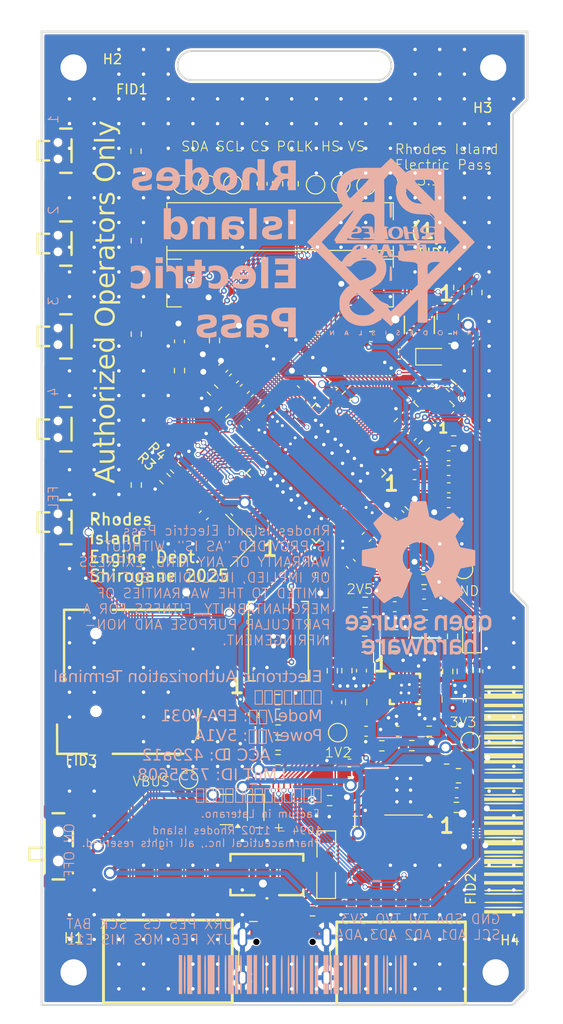
<source format=kicad_pcb>
(kicad_pcb (version 20241229) (generator "pcbnew") (generator_version "9.0")
  (layers (0 "F.Cu" signal) (2 "B.Cu" signal) (13 "F.Paste" user) (15 "B.Paste" user) (5 "F.SilkS" user "F.Silkscreen") (7 "B.SilkS" user "B.Silkscreen") (1 "F.Mask" user) (3 "B.Mask" user) (25 "Edge.Cuts" user))
  (net 0 "")
  (net 1 "Net-(U3-HPCOMFB)")
  (net 2 "GND")
  (net 3 "+3.3V")
  (net 4 "+1V2")
  (net 5 "+2V5")
  (net 6 "/soc_f1c/TV_VRA1")
  (net 7 "/soc_f1c/TV_VRA2")
  (net 8 "/soc_f1c/OSC_IN1")
  (net 9 "/soc_f1c/F1C_RST")
  (net 10 "/soc_f1c/OSC_IN2")
  (net 11 "/screen/SCREEN_LED_A")
  (net 12 "Net-(D1-K)")
  (net 13 "Net-(D2-K)")
  (net 14 "Net-(D3-K)")
  (net 15 "Net-(D4-A)")
  (net 16 "Net-(U3-MICIN)")
  (net 19 "Net-(U3-LINL)")
  (net 20 "VBUS")
  (net 21 "Net-(J1-CC1)")
  (net 22 "Net-(J1-CC2)")
  (net 23 "/TWI0_SDA")
  (net 24 "/PE11")
  (net 25 "/TWI0_SCL")
  (net 26 "Net-(U3-FMINR)")
  (net 27 "/UART1_RX")
  (net 28 "/SPI1_SCK")
  (net 29 "/UART0_RX")
  (net 30 "/UART0_TX")
  (net 31 "/TVOUT")
  (net 32 "/PE5")
  (net 33 "/TVIN0")
  (net 34 "/SPI1_MOSI")
  (net 35 "Net-(D5-A)")
  (net 36 "/SPI1_MISO")
  (net 37 "/screen/SCREEN_BL_CTRL")
  (net 38 "/soc_f1c/SVREF")
  (net 39 "/screen/SCREEN_LED_K")
  (net 40 "Net-(R33-Pad1)")
  (net 41 "Net-(R34-Pad1)")
  (net 42 "Net-(U3-FMINL)")
  (net 43 "/soc_f1c/SDIO_D3")
  (net 44 "/adc_periph/ADCBTN_OUT")
  (net 51 "/soc_f1c/SDIO_D1")
  (net 52 "/soc_f1c/SDIO_D0")
  (net 54 "/soc_f1c/SDIO_CLK")
  (net 55 "/soc_peripherals/NAND_CLK")
  (net 58 "/screen/SCREEN_G2")
  (net 59 "/screen/SCREEN_G1")
  (net 60 "/screen/SCREEN_R4")
  (net 61 "/screen/SCREEN_B0")
  (net 62 "/screen/SCREEN_R0")
  (net 63 "/screen/SCREEN_SCL")
  (net 64 "/screen/SCREEN_SDA")
  (net 65 "/soc_f1c/NAND_CS")
  (net 66 "/screen/SCREEN_HS")
  (net 67 "/screen/SCREEN_VS")
  (net 68 "/screen/SCREEN_G3")
  (net 69 "/screen/SCREEN_R3")
  (net 70 "/soc_f1c/NAND_MOSI")
  (net 71 "/screen/SCREEN_G0")
  (net 72 "/screen/SCREEN_R1")
  (net 73 "/screen/SCREEN_PCLK")
  (net 74 "/screen/SCREEN_B2")
  (net 75 "/screen/SCREEN_B4")
  (net 76 "/screen/SCREEN_B3")
  (net 77 "/soc_f1c/NAND_MISO")
  (net 78 "/screen/SCREEN_G4")
  (net 79 "/screen/SCREEN_CS")
  (net 80 "/screen/SCREEN_G5")
  (net 81 "/screen/SCREEN_R2")
  (net 82 "/screen/SCREEN_B1")
  (net 85 "VBAT")
  (net 86 "VBAT_OUT")
  (net 87 "/soc_f1c/SDIO_CMD")
  (net 88 "Net-(U1-CE)")
  (net 89 "Net-(U2-FB2)")
  (net 90 "Net-(U2-FB3)")
  (net 91 "Net-(U2-FB1)")
  (net 92 "Net-(D1-A)")
  (net 93 "/PE6")
  (net 94 "Net-(U2-LX2)")
  (net 95 "Net-(U2-LX3)")
  (net 96 "Net-(U2-LX1)")
  (net 97 "Net-(U1-PROG)")
  (net 98 "Net-(U2-EN1)")
  (net 99 "Net-(R18-Pad1)")
  (net 100 "/soc_f1c/SDIO_D2")
  (net 101 "/soc_f1c/VRA1")
  (net 102 "Net-(U7-SDO{slash}SA0)")
  (net 120 "/soc_f1c/VRA2")
  (net 121 "/SPI1_CS")
  (net 122 "/USB_DN")
  (net 123 "/USB_DP")
  (net 128 "Net-(U4-DE)")
  (net 129 "/soc_f1c/I2C_IRQ")
  (net 130 "/VBAT_SENSE")
  (net 131 "/UART1_TX")
  (net 132 "/adc_periph/ADCBAT")
  (net 133 "Net-(U5-DEN)")
  (net 134 "Net-(U4-RESET)")
  (net 135 "Net-(U5-RESET)")
  (net 136 "Net-(U2-EN3)")
  (net 138 "Net-(R44-Pad1)")
  (net 141 "/ADC")
  (footprint "EasyEDA:SOT-23-6_L2.9-W1.6-P0.95-LS2.8-BL" (layer "F.Cu") (at 162.583497 77.998549 180)
    (property "Reference" "U9" (hide yes))
    (property "Value" "STI9287C")
  )
  (footprint "Resistor_SMD:R_0603_1608Metric" (layer "F.Cu") (at 166.116 89.916 180)
    (property "Reference" "R48" (hide yes))
    (property "Value" "0R")
  )
  (footprint "TestPoint:TestPoint_Pad_D1.5mm" (layer "F.Cu") (at 138.84 124.69)
    (property "Reference" "TP11" (hide yes))
    (property "Value" "TestPoint")
  )
  (footprint "Resistor_SMD:R_0603_1608Metric" (layer "F.Cu") (at 148.04053 122.67416)
    (property "Reference" "R36" (hide yes))
    (property "Value" "10K")
  )
  (footprint "Fiducial:Fiducial_1mm_Mask2mm" (layer "F.Cu") (at 170.3 138.9)
    (property "Reference" "FID2")
    (property "Value" "Fiducial")
  )
  (footprint "EasyEDA:TF-SMD_TF-115-BCP9" (layer "F.Cu") (at 135 114.65 -90)
    (property "Reference" "Card1" (hide yes))
    (property "Value" "TF-115-BCP9")
  )
  (footprint "EasyEDA:SW-SMD_TS24CA" (layer "F.Cu") (at 125.71 79.18 90)
    (property "Reference" "SW5" (hide yes))
    (property "Value" "TS24CA")
  )
  (footprint "EasyEDA:IND-SMD_L2.5-W2.0-VLS252012CX-150M" (layer "F.Cu") (at 156.075 116.75 90)
    (property "Reference" "L1" (hide yes))
    (property "Value" "FTC252012S1R5MBCA")
  )
  (footprint "shirogane:ak_barcode" (layer "F.Cu") (at 171.25 126.68 90)
    (property "Reference" "G***" (hide yes))
    (property "Value" "LOGO" (hide yes))
  )
  (footprint "TestPoint:TestPoint_Pad_D1.5mm" (layer "F.Cu") (at 143.4 63.6)
    (property "Reference" "TP4" (hide yes))
    (property "Value" "TestPoint")
  )
  (footprint "Capacitor_SMD:C_0603_1608Metric" (layer "F.Cu") (at 157 108 180)
    (property "Reference" "C8" (hide yes))
    (property "Value" "220pF")
  )
  (footprint "Crystal:Crystal_SMD_3225-4Pin_3.2x2.5mm" (layer "F.Cu") (at 142.890721 100.12427 135)
    (property "Reference" "Y1" (hide yes))
    (property "Value" "24Mhz 12pF")
  )
  (footprint "Resistor_SMD:R_0603_1608Metric" (layer "F.Cu") (at 156.910796 111.10391)
    (property "Reference" "R18" (hide yes))
    (property "Value" "10K")
  )
  (footprint "EasyEDA:SW-SMD_TS24CA" (layer "F.Cu") (at 125.71 98.26 90)
    (property "Reference" "SW9" (hide yes))
    (property "Value" "TS24CA")
  )
  (footprint "TestPoint:TestPoint_Pad_D1.5mm" (layer "F.Cu") (at 159.925 104.925)
    (property "Reference" "TP2" (hide yes))
    (property "Value" "TestPoint")
  )
  (footprint "Capacitor_SMD:C_0603_1608Metric" (layer "F.Cu") (at 157.6 79.2)
    (property "Reference" "C32" (hide yes))
    (property "Value" "100nF")
  )
  (footprint "Package_SO:SOIC-8-1EP_3.9x4.9mm_P1.27mm_EP2.41x3.3mm_ThermalVias" (layer "F.Cu") (at 160.974 125.8 180)
    (property "Reference" "U1" (hide yes))
    (property "Value" "TP4056-42-ESOP8")
  )
  (footprint "Resistor_SMD:R_0603_1608Metric" (layer "F.Cu") (at 142.454416 86.974517 45)
    (property "Reference" "R26" (hide yes))
    (property "Value" "2K")
  )
  (footprint "Fiducial:Fiducial_1mm_Mask2mm" (layer "F.Cu") (at 164.11 72.61)
    (property "Reference" "FID4")
    (property "Value" "Fiducial")
  )
  (footprint "EasyEDA:SW-SMD_TS24CA" (layer "F.Cu") (at 125.71 69.64 90)
    (property "Reference" "SW6" (hide yes))
    (property "Value" "TS24CA")
  )
  (footprint "Resistor_SMD:R_0603_1608Metric" (layer "F.Cu") (at 137.9 82.7 -90)
    (property "Reference" "R29" (hide yes))
    (property "Value" "10K")
  )
  (footprint "Capacitor_SMD:C_0603_1608Metric" (layer "F.Cu") (at 163.068 105.664)
    (property "Reference" "C30" (hide yes))
    (property "Value" "100nF")
  )
  (footprint "Resistor_SMD:R_0603_1608Metric" (layer "F.Cu") (at 157 106.5)
    (property "Reference" "R17" (hide yes))
    (property "Value" "68K")
  )
  (footprint "Resistor_SMD:R_0603_1608Metric" (layer "F.Cu") (at 133.45 69.35 -90)
    (property "Reference" "R34" (hide yes))
    (property "Value" "10K")
  )
  (footprint "Resistor_SMD:R_0603_1608Metric" (layer "F.Cu") (at 153.35 126.875)
    (property "Reference" "R40" (hide yes))
    (property "Value" "0R")
  )
  (footprint "Diode_SMD:D_SOD-323" (layer "F.Cu") (at 163.822994 81.273751)
    (property "Reference" "D5" (hide yes))
    (property "Value" "1N5819 SS14")
  )
  (footprint "Capacitor_SMD:C_0603_1608Metric" (layer "F.Cu") (at 157.1 119.75 180)
    (property "Reference" "C3" (hide yes))
    (property "Value" "10uF")
  )
  (footprint "Capacitor_SMD:C_0603_1608Metric" (layer "F.Cu") (at 159.298008 100.878008 -45)
    (property "Reference" "C16" (hide yes))
    (property "Value" "1uF")
  )
  (footprint "Resistor_SMD:R_0603_1608Metric" (layer "F.Cu") (at 151.593537 138.204318)
    (property "Reference" "R2" (hide yes))
    (property "Value" "5.1K")
  )
  (footprint "MountingHole:MountingHole_2.7mm_M2.5_DIN965_Pad" (layer "F.Cu") (at 170.18 51.562)
    (property "Reference" "H3")
    (property "Value" "MountingHole_Pad")
  )
  (footprint "EasyEDA:IND-SMD_L2.5-W2.0-VLS252012CX-150M" (layer "F.Cu") (at 160.1 110.4)
    (property "Reference" "L2" (hide yes))
    (property "Value" "FTC252012S1R5MBCA")
  )
  (footprint "Resistor_SMD:R_0603_1608Metric" (layer "F.Cu") (at 165.39 122.6)
    (property "Reference" "R11" (hide yes))
    (property "Value" "68K")
  )
  (footprint "Resistor_SMD:R_0805_2012Metric" (layer "F.Cu") (at 166.610045 124.324517 180)
    (property "Reference" "R9" (hide yes))
    (property "Value" "0.2R")
  )
  (footprint "Capacitor_SMD:C_0603_1608Metric" (layer "F.Cu") (at 160.528 97.536 135)
    (property "Reference" "C49" (hide yes))
    (property "Value" "1uF")
  )
  (footprint "Resistor_SMD:R_0603_1608Metric" (layer "F.Cu") (at 166 110 90)
    (property "Reference" "R12" (hide yes))
    (property "Value" "5.1K")
  )
  (footprint "Capacitor_SMD:C_0603_1608Metric" (layer "F.Cu") (at 162.088771 93.387047 180)
    (property "Reference" "C42" (hide yes))
    (property "Value" "1uF")
  )
  (footprint "Capacitor_SMD:C_0603_1608Metric" (layer "F.Cu") (at 162.35 110.15 90)
    (property "Reference" "C5" (hide yes))
    (property "Value" "10uF")
  )
  (footprint "Resistor_SMD:R_0603_1608Metric" (layer "F.Cu") (at 133.425 60.15 -90)
    (property "Reference" "R44" (hide yes))
    (property "Value" "10K")
  )
  (footprint "EasyEDA:IND-SMD_L2.5-W2.0-VLS252012CX-150M" (layer "F.Cu") (at 165.5 77.17 90)
    (property "Reference" "L4" (hide yes))
    (property "Value" "FTC252012S1R5MBCA")
  )
  (footprint "Capacitor_SMD:C_0603_1608Metric" (layer "F.Cu") (at 161.798 89.408 45)
    (property "Reference" "C20" (hide yes))
    (property "Value" "100nF")
  )
  (footprint "Capacitor_SMD:C_0603_1608Metric" (layer "F.Cu") (at 143.64208 97.133096 135)
    (property "Reference" "C31" (hide yes))
    (property "Value" "22pF")
  )
  (footprint "Capacitor_SMD:C_0603_1608Metric" (layer "F.Cu") (at 165.608 96.266 180)
    (property "Reference" "C44" (hide yes))
    (property "Value" "1uF")
  )
  (footprint "Capacitor_SMD:C_0603_1608Metric" (layer "F.Cu") (at 140.4 97.57 -135)
    (property "Reference" "C27" (hide yes))
    (property "Value" "100nF")
  )
  (footprint "Resistor_SMD:R_0603_1608Metric" (layer "F.Cu") (at 161.8 121.225 180)
    (property "Reference" "R39" (hide yes))
    (property "Value" "68K")
  )
  (footprint "Capacitor_SMD:C_0603_1608Metric" (layer "F.Cu") (at 145.798008 99.298008 -45)
    (property "Reference" "C29" (hide yes))
    (property "Value" "22pF")
  )
  (footprint "Resistor_SMD:R_0603_1608Metric" (layer "F.Cu") (at 149.6 63.5 90)
    (property "Reference" "R41" (hide yes))
    (property "Value" "10K")
  )
  (footprint "Resistor_SMD:R_0603_1608Metric" (layer "F.Cu") (at 167 113.6 -90)
    (property "Reference" "R20" (hide yes))
    (property "Value" "68K")
  )
  (footprint "Capacitor_SMD:C_0603_1608Metric" (layer "F.Cu") (at 150.5 84 135)
    (property "Reference" "C23" (hide yes))
    (property "Value" "100nF")
  )
  (footprint "Resistor_SMD:R_0603_1608Metric" (layer "F.Cu") (at 142.8 122.1 180)
    (property "Reference" "R1" (hide yes))
    (property "Value" "5.1K")
  )
  (footprint "EasyEDA:SW-SMD_TS24CA" (layer "F.Cu") (at 125.71 88.72 90)
    (property "Reference" "SW4" (hide yes))
    (property "Value" "TS24CA")
  )
  (footprint "EasyEDA:IND-SMD_L2.5-W2.0-VLS252012CX-150M" (layer "F.Cu") (at 166 116.5 90)
    (property "Reference" "L3" (hide yes))
    (property "Value" "FTC252012S1R5MBCA")
  )
  (footprint "Resistor_SMD:R_0603_1608Metric" (layer "F.Cu") (at 163.6 119.75 180)
    (property "Reference" "R14" (hide yes))
    (property "Value" "10K")
  )
  (footprint "Resistor_SMD:R_0603_1608Metric" (layer "F.Cu") (at 163.175 107.8)
    (property "Reference" "R43" (hide yes))
    (property "Value" "10K")
  )
  (footprint "Capacitor_SMD:C_0603_1608Metric" (layer "F.Cu") (at 165.595 92.964 180)
    (property "Reference" "C41" (hide yes))
    (property "Value" "1uF")
  )
  (footprint "Package_TO_SOT_SMD:SOT-23" (layer "F.Cu") (at 142.74 127.793084 180)
    (property "Reference" "Q1" (hide yes))
    (property "Value" "AO3401A")
  )
  (footprint "EasyEDA:SW-TH_MSK12C02" (layer "F.Cu") (at 125.975 131.575 -90)
    (property "Reference" "SW1" (hide yes))
    (property "Value" "MSK12C02")
  )
  (footprint "TestPoint:TestPoint_Pad_D1.5mm" (layer "F.Cu") (at 140.8 63.6)
    (property "Reference" "TP7" (hide yes))
    (property "Value" "TestPoint")
  )
  (footprint "Capacitor_SMD:C_0603_1608Metric" (layer "F.Cu") (at 157.161738 99.789012 45)
    (property "Reference" "C15" (hide yes))
    (property "Value" "1uF")
  )
  (footprint "EasyEDA:QFN-88_L10.0-W10.0-P0.40-BL-EP6.75" (layer "F.Cu") (at 151.954416 93.224517 135)
    (property "Reference" "U3" (hide yes))
    (property "Value" "F1C200S")
  )
  (footprint "Fiducial:Fiducial_1mm_Mask2mm" (layer "F.Cu") (at 127.8 124.7)
    (property "Reference" "FID3")
    (property "Value" "Fiducial")
  )
  (footprint "Resistor_SMD:R_0603_1608Metric" (layer "F.Cu") (at 153.625 113.525 90)
    (property "Reference" "R16" (hide yes))
    (property "Value" "68K")
  )
  (footprint "Capacitor_SMD:C_0603_1608Metric" (layer "F.Cu") (at 166.37 87.376 45)
    (property "Reference" "C38" (hide yes))
    (property "Value" "100nF")
  )
  (footprint "Capacitor_SMD:C_0603_1608Metric" (layer "F.Cu") (at 154.075 116.775 -90)
    (property "Reference" "C9" (hide yes))
    (property "Value" "10uF")
  )
  (footprint "Capacitor_SMD:C_0603_1608Metric" (layer "F.Cu") (at 153.75 84.25 45)
    (property "Reference" "C19" (hide yes))
    (property "Value" "100nF")
  )
  (footprint "Capacitor_SMD:C_0603_1608Metric" (layer "F.Cu") (at 165.75 79.42)
    (property "Reference" "C33" (hide yes))
    (property "Value" "10uF")
  )
  (footprint "Capacitor_SMD:C_0603_1608Metric" (layer "F.Cu") (at 167.9 116.6 -90)
    (property "Reference" "C12" (hide yes))
    (property "Value" "10uF")
  )
  (footprint "Capacitor_SMD:C_0603_1608Metric" (layer "F.Cu") (at 160.05 106.95)
    (property "Reference" "C11" (hide yes))
    (property "Value" "10uF")
  )
  (footprint "Resistor_SMD:R_0603_1608Metric" (layer "F.Cu") (at 141.5 79.6 -90)
    (property "Reference" "R27" (hide yes))
    (property "Value" "10K")
  )
  (footprint "Resistor_SMD:R_0603_1608Metric" (layer "F.Cu") (at 165.5 113.6 90)
    (property "Reference" "R21" (hide yes))
    (property "Value" "15K")
  )
  (footprint "Capacitor_SMD:C_0603_1608Metric" (layer "F.Cu") (at 137.9 79.7 90)
    (property "Reference" "C34" (hide yes))
    (property "Value" "100nF")
  )
  (footprint "TestPoint:TestPoint_Pad_D1.5mm" (layer "F.Cu") (at 157.1 63.7)
    (property "Reference" "TP9" (hide yes))
    (property "Value" "TestPoint")
  )
  (footprint "Capacitor_SMD:C_0603_1608Metric" (layer "F.Cu") (at 164.1 110.15 90)
    (property "Reference" "C6" (hide yes))
    (property "Value" "1uF")
  )
  (footprint "Resistor_SMD:R_0603_1608Metric" (layer "F.Cu") (at 166.64 74.15 90)
    (property "Reference" "R7" (hide yes))
    (property "Value" "10K")
  )
  (footprint "Package_LGA:LGA-14_3x2.5mm_P0.5mm_LayoutBorder3x4y" (layer "F.Cu") (at 164.084 86.106 135)
    (property "Reference" "U7" (hide yes))
    (property "Value" "LSM6DS3")
  )
  (footprint "EasyEDA:WSON-8_L8.0-W6.10-P1.27-BL-EP" (layer "F.Cu") (at 148.074 110.498)
    (property "Reference" "U6" (hide yes))
    (property "Value" "W25N01GVZEIG_C907680")
  )
  (footprint "LED_SMD:LED_0805_2012Metric" (layer "F.Cu") (at 153.007602 131.676892 -90)
    (property "Reference" "D1" (hide yes))
    (property "Value" "LED")
  )
  (footprint "TestPoint:TestPoint_Pad_D1.5mm" (layer "F.Cu") (at 151.9 63.6)
    (property "Reference" "TP8" (hide yes))
    (property "Value" "TestPoint")
  )
  (footprint "Resistor_SMD:R_0603_1608Metric" (layer "F.Cu") (at 165.862 84.328 135)
    (property "Reference" "R49" (hide yes))
    (property "Value" "10K")
  )
  (footprint "Resistor_SMD:R_0603_1608Metric" (layer "F.Cu") (at 163.068 104.164)
    (property "Reference" "R24" (hide yes))
    (property "Value" "10K")
  )
  (footprint "LED_SMD:LED_0805_2012Metric" (layer "F.Cu") (at 168 110 90)
    (property "Reference" "D4" (hide yes))
    (property "Value" "LED")
  )
  (footprint "Resistor_SMD:R_0603_1608Metric" (layer "F.Cu") (at 162.814 99.822 135)
    (property "Reference" "R37" (hide yes))
    (property "Value" "200K")
  )
  (footprint "Capacitor_SMD:C_0603_1608Metric" (layer "F.Cu") (at 145.753124 85.626524 45)
    (property "Reference" "C18" (hide yes))
    (property "Value" "100nF")
  )
  (footprint "TestPoint:TestPoint_Pad_D1.5mm" (layer "F.Cu") (at 167.8 120.8)
    (property "Reference" "TP3" (hide yes))
    (property "Value" "TestPoint")
  )
  (footprint "Resistor_SMD:R_0603_1608Metric" (layer "F.Cu") (at 137.5 92.7 135)
    (property "Reference" "R4")
    (property "Value" "10K")
  )
  (footprint "Connector_FFC-FPC:Hirose_FH12-40S-0.5SH_1x40-1MP_P0.50mm_Horizontal" (layer "F.Cu") (at 148.25 69.95 180)
    (property "Reference" "U5" (hide yes))
    (property "Value" "FPC 0.5mm 40P 上接")
  )
  (footprint "Fiducial:Fiducial_1mm_Mask2mm" (layer "F.Cu") (at 133 55.75)
    (property "Reference" "FID1")
    (property "Value" "Fiducial")
  )
  (footprint "Diode_SMD:D_SOD-323" (layer "F.Cu") (at 145.74 127.8725 -90)
    (property "Reference" "D2" (hide yes))
    (property "Value" "1N5819 SS14")
  )
  (footprint "Resistor_SMD:R_0603_1608Metric" (layer "F.Cu") (at 160.528 88.138 45)
    (property "Reference" "R23" (hide yes))
    (property "Value" "5.1K")
  )
  (footprint "Capacitor_SMD:C_0603_1608Metric" (layer "F.Cu") (at 162.306 84.328 45)
    (property "Reference" "C39" (hide yes))
    (property "Value" "100nF")
  )
  (footprint "Resistor_SMD:R_0603_1608Metric" (layer "F.Cu") (at 156 129 180)
    (property "Reference" "R10" (hide yes))
    (property "Value" "2K")
  )
  (footprint "EasyEDA:HDR-SMD_10P-P2.54-H-F-R2-C5-W8.5" (layer "F.Cu") (at 136.675 134.05 180)
    (property "Reference" "J2" (hide yes))
    (property "Value" "Conn_02x05_Counter_Clockwise")
  )
  (footprint "Resistor_SMD:R_0603_1608Metric" (layer "F.Cu") (at 166.397568 127.574517)
    (property "Reference" "R13" (hide yes))
    (property "Value" "2K")
  )
  (footprint "Capacitor_SMD:C_0603_1608Metric" (layer "F.Cu") (at 152.4 103.632 -90)
    (property "Reference" "C25" (hide yes))
    (property "Value" "100nF")
  )
  (footprint "Resistor_SMD:R_0603_1608Metric" (layer "F.Cu") (at 148.04053 121.18016)
    (property "Reference" "R35" (hide yes))
    (property "Value" "10K")
  )
  (footprint "Capacitor_SMD:C_0603_1608Metric" (layer "F.Cu") (at 146.4 63.5 90)
    (property "Reference" "C36" (hide yes))
    (property "Value" "100nF")
  )
  (footprint "EasyEDA:WQFN-20_L3.0-W3.0-P0.40-BL-EP" (layer "F.Cu") (at 161.1 115.4 -90)
    (property "Reference" "U2" (hide yes))
    (property "Value" "EA3036C")
  )
  (footprint "Resistor_SMD:R_0603_1608Metric" (layer "F.Cu") (at 161.643521 96.46815 -45)
    (property "Reference" "R63" (hide yes))
    (property "Value" "200K")
  )
  (footprint "Capacitor_SMD:C_0603_1608Metric" (layer "F.Cu") (at 158.20294 101.99008 -45)
    (property "Reference" "C13" (hide yes))
    (property "Value" "1uF")
  )
  (footprint "Capacitor_SMD:C_0603_1608Metric" (layer "F.Cu") (at 143.5 83.5 45)
    (property "Reference" "C14" (hide yes))
    (property "Value" "100nF")
  )
  (footprint "MountingHole:MountingHole_2.7mm_M2.5_DIN965_Pad" (layer "F.Cu") (at 170.434 144.526)
    (property "Reference" "H4")
    (property "Value" "MountingHole_Pad")
  )
  (footprint "Capacitor_SMD:C_0603_1608Metric" (layer "F.Cu") (at 166.428416 126.074517)
    (property "Reference" "C2" (hide yes))
    (property "Value" "10uF")
  )
  (footprint "Capacitor_SMD:C_0603_1608Metric" (layer "F.Cu") (at 146.865549 86.687623 45)
    (property "Reference" "C24" (hide yes))
    (property "Value" "100nF")
  )
  (footprint "Connector_USB:USB_C_Receptacle_HCTL_HC-TYPE-C-16P-01A" (layer "F.Cu") (at 148.704416 144)
    (property "Reference" "J1" (hide yes))
    (property "Value" "USB_C_Receptacle_USB2.0_16P")
  )
  (footprint "Capacitor_SMD:C_0603_1608Metric" (layer "F.Cu") (at 163.923094 98.734545 -45)
    (property "Reference" "C50" (hide yes))
    (property "Value" "1uF")
  )
  (footprint "Resistor_SMD:R_0603_1608Metric" (layer "F.Cu") (at 162.2 74.7 -90)
    (property "Reference" "R30" (hide yes))
    (property "Value" "10R")
  )
  (footprint "EasyEDA:SW-SMD_TS24CA" (layer "F.Cu") (at 125.71 60.1 90)
    (property "Reference" "SW2" (hide yes))
    (property "Value" "TS24CA")
  )
  (footprint "Capacitor_SMD:C_0603_1608Metric" (layer "F.Cu") (at 145.5 118 -90)
    (property "Reference" "C45" (hide yes))
    (property "Value" "100nF")
  )
  (footprint "Capacitor_SMD:C_0603_1608Metric" (layer "F.Cu") (at 142.4 82.4 45)
    (property "Reference" "C22" (hide yes))
    (property "Value" "100nF")
  )
  (footprint "Capacitor_SMD:C_0603_1608Metric" (layer "F.Cu") (at 159.298008 98.628008 -45)
    (property "Reference" "C26" (hide yes))
    (property "Value" "100nF")
  )
  (footprint "Resistor_SMD:R_0603_1608Metric" (layer "F.Cu") (at 148.04053 119.62616)
    (property "Reference" "R8" (hide yes))
    (property "Value" "10K")
  )
  (footprint "MountingHole:MountingHole_2.7mm_M2.5_DIN965_Pad" (layer "F.Cu") (at 127 51.562)
    (property "Reference" "H2")
    (property "Value" "MountingHole_Pad")
  )
  (footprint "TestPoint:TestPoint_Pad_D1.5mm" (layer "F.Cu") (at 167.132 103.124)
    (property "Reference" "TP6" (hide yes))
    (property "Value" "TestPoint")
  )
  (footprint "Resistor_SMD:R_0603_1608Metric" (layer "F.Cu") (at 163.068 90.424 -135)
    (property "Reference" "R47" (hide yes))
    (property "Value" "0R")
  )
  (footprint "Capacitor_SMD:C_0603_1608Metric" (layer "F.Cu") (at 165.608 94.742 180)
    (property "Reference" "C43" (hide yes))
    (property "Value" "1uF")
  )
  (footprint "Capacitor_SMD:C_0603_1608Metric" (layer "F.Cu") (at 165.595 91.44 180)
    (property "Reference" "C40" (hide yes))
    (property "Value" "1uF")
  )
  (footprint "Resistor_SMD:R_0603_1608Metric" (layer "F.Cu") (at 155.166637 85.333363 45)
    (property "Reference" "R22" (hide yes))
    (property "Value" "5.1K")
  )
  (footprint "Connector_FFC-FPC:Hirose_FH12-40S-0.5SH_1x40-1MP_P0.50mm_Horizontal" (layer "F.Cu") (at 148.25 74.85 180)
    (property "Reference" "U4" (hide yes))
    (property "Value" "FPC 0.5mm 40P 下接")
  )
  (footprint "MountingHole:MountingHole_2.7mm_M2.5_DIN965_Pad" (layer "F.Cu") (at 127 144.526)
    (property "Reference" "H1")
    (property "Value" "MountingHole_Pad")
  )
  (footprint "Resistor_SMD:R_0603_1608Metric" (layer "F.Cu") (at 156.953035 109.456603 180)
    (property "Reference" "R19" (hide yes))
    (property "Value" "10K")
  )
  (footprint "TestPoint:TestPoint_Pad_D1.5mm" (layer "F.Cu") (at 138.2 63.6)
    (property "Reference" "TP5" (hide yes))
    (property "Value" "TestPoint")
  )
  (footprint "Capacitor_SMD:C_0603_1608Metric" (layer "F.Cu") (at 155.375 123.925 180)
    (property "Reference" "C1" (hide yes))
    (property "Value" "10uF")
  )
  (footprint "EasyEDA:HDR-SMD_10P-P2.54-H-F-R2-C5-W8.5" (layer "F.Cu") (at 160.675 134.25 180)
    (property "Reference" "J3" (hide yes))
    (property "Value" "Conn_02x05_Counter_Clockwise")
  )
  (footprint "Capacitor_SMD:C_0603_1608Metric" (layer "F.Cu") (at 155.53 102.54 -45)
    (property "Reference" "C28" (hide yes))
    (property "Value" "100nF")
  )
  (footprint "Resistor_SMD:R_0603_1608Metric" (layer "F.Cu") (at 155.125 113.525 90)
    (property "Reference" "R15" (hide yes))
    (property "Value" "68K")
  )
  (footprint "Resistor_SMD:R_0603_1608Metric" (layer "F.Cu") (at 148 116.5)
    (property "Reference" "R5" (hide yes))
    (property "Value" "10K")
  )
  (footprint "Capacitor_SMD:C_0603_1608Metric" (layer "F.Cu") (at 156.625 113.525 90)
    (property "Reference" "C7" (hide yes))
    (property "Value" "220pF")
  )
  (footprint "Resistor_SMD:R_0603_1608Metric" (layer "F.Cu") (at 133.45 78.95 -90)
    (property "Reference" "R33" (hide yes))
    (property "Value" "10K")
  )
  (footprint "Capacitor_SMD:C_0603_1608Metric" (layer "F.Cu") (at 160.35 119.75)
    (property "Reference" "C4" (hide yes))
    (property "Value" "10uF")
  )
  (footprint "Capacitor_SMD:C_0603_1608Metric" (layer "F.Cu") (at 144.615549 84.568649 45)
    (property "Reference" "C17" (hide yes))
    (property "Value" "100nF")
  )
  (footprint "Resistor_SMD:R_0603_1608Metric" (layer "F.Cu") (at 141.3 84.7 135)
    (property "Reference" "R25" (hide yes))
    (property "Value" "2K")
  )
  (footprint "TestPoint:TestPoint_Pad_D1.5mm" (layer "F.Cu") (at 154.178 119.888)
    (property "Reference" "TP1" (hide yes))
    (property "Value" "TestPoint")
  )
  (footprint "Resistor_SMD:R_0603_1608Metric" (layer "F.Cu") (at 136.4 93.8 -45)
    (property "Reference" "R3")
    (property "Value" "10K")
  )
  (footprint "LED_SMD:LED_0805_2012Metric" (layer "F.Cu") (at 152.994976 135.249932 90)
    (property "Reference" "D3" (hide yes))
    (property "Value" "LED")
  )
  (footprint "TestPoint:TestPoint_Pad_D1.5mm" (layer "F.Cu") (at 154.5 63.6)
    (property "Reference" "TP10" (hide yes))
    (property "Value" "TestPoint")
  )
  (footprint "EasyEDA:CONN-SMD_2P-P1.25_XUNPU_WAFER-MX1.25-2PWB" (layer "F.Cu") (at 146.9 135.795 180)
    (property "Reference" "U8" (hide yes))
    (property "Value" "WAFER-MX1.25-2PWB")
  )
  (footprint "Resistor_SMD:R_0603_1608Metric" (layer "F.Cu") (at 168.5 74.675 90)
    (property "Reference" "R28" (hide yes))
    (property "Value" "10K")
  )
  (footprint "Resistor_SMD:R_0603_1608Metric" (layer "F.Cu") (at 148 118)
    (property "Reference" "R6" (hide yes))
    (property "Value" "10K")
  )
  (footprint "Capacitor_SMD:C_0603_1608Metric" (layer "F.Cu") (at 160.5 81 180)
    (property "Reference" "C35" (hide yes))
    (property "Value" "10uF")
  )
  (footprint "Capacitor_SMD:C_0603_1608Metric" (layer "F.Cu") (at 144.656365 88.071566 135)
    (property "Reference" "C21" (hide yes))
    (property "Value" "100nF")
  )
  (footprint "Capacitor_SMD:C_0603_1608Metric" (layer "F.Cu") (at 168.6 113.6 90)
    (property "Reference" "C10" (hide yes))
    (property "Value" "220pF")
  )
  (footprint "Resistor_SMD:R_0603_1608Metric" (layer "F.Cu") (at 133.45 94.45 -90)
    (property "Reference" "R31" (hide yes))
    (property "Value" "68K")
  )
  (footprint "Capacitor_SMD:C_0603_1608Metric" (layer "F.Cu") (at 155.4 122.1 180)
    (property "Reference" "C37" (hide yes))
    (property "Value" "100nF")
  )
  (footprint "Resistor_SMD:R_0603_1608Metric" (layer "F.Cu") (at 148 63.5 90)
    (property "Reference" "R42" (hide yes))
    (property "Value" "10K")
  )
  (footprint "Resistor_SMD:R_0603_1608Metric" (layer "F.Cu") (at 158.725 121.25 180)
    (property "Reference" "R38" (hide yes))
    (property "Value" "68K")
  )
  (footprint "shirogane:PRTS" (layer "B.Cu") (at 159.695852 69.755106 180)
    (property "Reference" "G***" (hide yes))
    (property "Value" "LOGO" (hide yes))
  )
  (footprint "shirogane:oshw" (layer "B.Cu") (at 162.5 104 180)
    (property "Reference" "G***" (hide yes))
    (property "Value" "LOGO" (hide yes))
  )
  (footprint "shirogane:ak_barcode" (layer "B.Cu") (at 149.5 144.75 180)
    (property "Reference" "G***" (hide yes))
    (property "Value" "LOGO" (hide yes))
  )
  (gr_arc (start 139.204412 52.863083) (mid 137.704408 51.363079) (end 139.20931 49.863083) (stroke (width 0.2)) (layer "Edge.Cuts"))
  (gr_line (start 139.20931 49.863083) (end 148.704416 49.863083) (stroke (width 0.2)) (layer "Edge.Cuts"))
  (gr_line (start 158.204412 52.863083) (end 148.704416 52.863083) (stroke (width 0.2)) (layer "Edge.Cuts"))
  (gr_line (start 173.704416 106.863083) (end 172.204416 105.363083) (stroke (width 0.2)) (layer "Edge.Cuts"))
  (gr_arc (start 158.204402 49.863083) (mid 159.704408 51.363079) (end 158.204412 52.863075) (stroke (width 0.2)) (layer "Edge.Cuts"))
  (gr_line (start 123.704416 47.863083) (end 123.704416 147.863083) (stroke (width 0.2)) (layer "Edge.Cuts"))
  (gr_line (start 123.704416 147.863083) (end 172.204416 147.863083) (stroke (width 0.2)) (layer "Edge.Cuts"))
  (gr_line (start 173.704416 54.863083) (end 172.204416 56.363083) (stroke (width 0.2)) (layer "Edge.Cuts"))
  (gr_line (start 148.704416 52.863083) (end 139.204412 52.863083) (stroke (width 0.2)) (layer "Edge.Cuts"))
  (gr_line (start 173.704416 146.363083) (end 173.704416 106.863083) (stroke (width 0.2)) (layer "Edge.Cuts"))
  (gr_line (start 172.204416 147.863083) (end 173.704416 146.363083) (stroke (width 0.2)) (layer "Edge.Cuts"))
  (gr_line (start 173.704416 47.863083) (end 123.704416 47.863083) (stroke (width 0.2)) (layer "Edge.Cuts"))
  (gr_line (start 173.704416 54.863083) (end 173.704416 47.863083) (stroke (width 0.2)) (layer "Edge.Cuts"))
  (gr_line (start 148.704416 49.863083) (end 158.204402 49.863083) (stroke (width 0.2)) (layer "Edge.Cuts"))
  (gr_line (start 172.204416 56.363083) (end 172.204416 105.363083) (stroke (width 0.2)) (layer "Edge.Cuts"))
  (gr_text "3V3" (at 165.63 119.42 0) (layer "F.SilkS") (effects (font (size 1 1) (thickness 0.1)) (justify left bottom)))
  (gr_text "- +" (at 145.42 130.18 0) (layer "F.SilkS") (effects (font (size 1 1) (thickness 0.1)) (justify left bottom)))
  (gr_text "1" (at 157.75 113.77 0) (layer "F.SilkS") (effects (font (size 1.5 1.5) (thickness 0.3) (bold yes)) (justify left bottom)))
  (gr_text "1V2" (at 152.78 122.52 0) (layer "F.SilkS") (effects (font (size 1 1) (thickness 0.1)) (justify left bottom)))
  (gr_text "VBUS" (at 133 125.5 0) (layer "F.SilkS") (effects (font (size 1 1) (thickness 0.1)) (justify left bottom)))
  (gr_text "1" (at 164.49 130.35 0) (layer "F.SilkS") (effects (font (size 1.5 1.5) (thickness 0.3) (bold yes)) (justify left bottom)))
  (gr_text "1" (at 158.8 95.2 0) (layer "F.SilkS") (effects (font (size 1.5 1.5) (thickness 0.3) (bold yes)) (justify left bottom)))
  (gr_text "(1)" (at 161.5 69.25 0) (layer "F.SilkS") (effects (font (size 1.5 1.5) (thickness 0.3) (bold yes)) (justify left bottom)))
  (gr_text "1" (at 164.46 75.65 0) (layer "F.SilkS") (effects (font (size 1.5 1.5) (thickness 0.3) (bold yes)) (justify left bottom)))
  (gr_text "Rhodes \nIsland\nEngine Dept.\nShirogane 2025" (at 128.48 104.48 0) (layer "F.SilkS") (effects (font (size 1.2 1.2) (thickness 0.2) (bold yes)) (justify left bottom)))
  (gr_text "GND" (at 165.63 105.93 0) (layer "F.SilkS") (effects (font (size 1 1) (thickness 0.1)) (justify left bottom)))
  (gr_text "1" (at 142.9 116 0) (layer "F.SilkS") (effects (font (size 1.5 1.5) (thickness 0.3) (bold yes)) (justify left bottom)))
  (gr_text "1" (at 146.3 101.9 0) (layer "F.SilkS") (effects (font (size 1.5 1.5) (thickness 0.3) (bold yes)) (justify left bottom)))
  (gr_text "SDA SCL CS PCLK HS VS" (at 138 60.25 0) (layer "F.SilkS") (effects (font (size 1 1) (thickness 0.1)) (justify left bottom)))
  (gr_text "Rhodes Island\nElectric Pass \nV0.3.1" (at 160 63.75 0) (layer "F.SilkS") (effects (font (size 1 1) (thickness 0.1)) (justify left bottom)))
  (gr_text "2V5" (at 155.02 105.74 0) (layer "F.SilkS") (effects (font (size 1 1) (thickness 0.1)) (justify left bottom)))
  (gr_text "Authorized Operators Only" (at 131.55 94.32 90) (layer "F.SilkS") (effects (font (size 2 2) (thickness 0.1)) (justify left bottom)))
  (gr_text "1" (at 164.4 89.2 0) (layer "F.SilkS") (effects (font (size 1.016 1.0174) (thickness 0.254) (bold yes)) (justify left bottom)))
  (gr_text "1           2           3           4            FEL " (at 125.51 56.35 90) (layer "B.SilkS") (effects (font (size 1 1) (thickness 0.1)) (justify left bottom mirror)))
  (gr_text "ON OFF\n" (at 127.15 129.12 90) (layer "B.SilkS") (effects (font (size 1 1) (thickness 0.1)) (justify left bottom mirror)))
  (gr_text "Factum in Laterano." (at 152.4 128.7 0) (layer "B.SilkS") (effects (font (size 0.8 0.8) (thickness 0.1)) (justify left bottom mirror)))
  (gr_text "Rhodes Island Electric Pass\nIS PROVIDED {dblquote}AS IS{dblquote}, WITHOUT \nWARRANTY OF ANY KIND, EXPRESS \nOR IMPLIED, INCLUDING BUT NOT \nLIMITED TO THE WARRANTIES OF \nMERCHANTABILITY, FITNESS FOR A \nPARTICULAR PURPOSE AND NON-\nINFRINGEMENT." (at 153.5 111 0) (layer "B.SilkS") (effects (font (size 1 1) (thickness 0.1)) (justify left bottom mirror)))
  (gr_text "1094 - 1102 Rhodes Island \nPharmaceutical Inc., all rights reserved." (at 152.6 131.7 0) (layer "B.SilkS") (effects (font (size 0.8 0.8) (thickness 0.1)) (justify left bottom mirror)))
  (gr_text "Electronic Authorization Terminal\n电子通行证终端\nModel/型号: EPA-V031\nPower/电源: 5V1A\n          ACC ID: 429a12\n       LMIIT ID: 7355608\n拉特兰机械制造总局受托制造" (at 152.6 127 0) (layer "B.SilkS") (effects (font (size 1.2 1.2) (thickness 0.1)) (justify left bottom mirror)))
  (gr_text "URX PE5 CS  SCK BAT\nUTX PE6 MOS MIS E11" (at 143.5 141.75 0) (layer "B.SilkS") (effects (font (size 1 1) (thickness 0.1)) (justify left bottom mirror)))
  (gr_text "Rhodes\nIsland\nElectric\nPass" (at 150.25 79.79 0) (layer "B.SilkS") (effects (font (size 3 3) (thickness 0.75) (bold yes)) (justify left bottom mirror)))
  (gr_text "GND SDA TVI TVO 3V3\nSCL AD1 AD2 AD3 AD4\n" (at 171 141.25 0) (layer "B.SilkS") (effects (font (size 1 1) (thickness 0.1)) (justify left bottom mirror)))
  (segment (start 158.474866 92.078079) (end 158.176956 92.375989) (width 0.1524) (layer "F.Cu") (net 1))
  (segment (start 164.82 91.44) (end 164.181921 92.078079) (width 0.1524) (layer "F.Cu") (net 1))
  (segment (start 164.181921 92.078079) (end 158.474866 92.078079) (width 0.1524) (layer "F.Cu") (net 1))
  (segment (start 145.5 116.775) (end 143.659679 114.934679) (width 0.254) (layer "F.Cu") (net 2))
  (segment (start 154.6 123.925) (end 154.6 125.991002) (width 0.254) (layer "F.Cu") (net 2))
  (segment (start 153.901992 83.701992) (end 152.79 82.59) (width 0.254) (layer "F.Cu") (net 2))
  (segment (start 162.346008 88.859992) (end 163.084968 88.859992) (width 0.508) (layer "F.Cu") (net 2))
  (segment (start 157.885648 102.234556) (end 158.18918 102.538088) (width 0.1524) (layer "F.Cu") (net 2))
  (segment (start 162.957914 93.48119) (end 163.965 93.48119) (width 0.508) (layer "F.Cu") (net 2))
  (segment (start 162.35 109.375) (end 162.35 109.136142) (width 0.508) (layer "F.Cu") (net 2))
  (segment (start 161.757992 84.876008) (end 162.363992 84.876008) (width 0.508) (layer "F.Cu") (net 2))
  (segment (start 153.195 114.78) (end 153.625 114.35) (width 0.508) (layer "F.Cu") (net 2))
  (segment (start 159.49 79.2) (end 159.57 79.28) (width 0.508) (layer "F.Cu") (net 2))
  (segment (start 159.846016 101.426016) (end 161.166016 101.426016) (width 0.254) (layer "F.Cu") (net 2))
  (segment (start 166.64 72.34) (end 166.73 72.25) (width 0.1524) (layer "F.Cu") (net 2))
  (segment (start 168 110.9375) (end 169.1375 110.9375) (width 0.1524) (layer "F.Cu") (net 2))
  (segment (start 160.7 115.075) (end 160.75 115.025) (width 0.1524) (layer "F.Cu") (net 2))
  (segment (start 166.64 73.325) (end 166.64 72.34) (width 0.1524) (layer "F.Cu") (net 2))
  (segment (start 157.599172 104.159172) (end 158.163398 104.159172) (width 0.508) (layer "F.Cu") (net 2))
  (segment (start 167.203416 126.074517) (end 167.203416 127.555365) (width 0.552958) (layer "F.Cu") (net 2))
  (segment (start 162.863771 93.387047) (end 162.957914 93.48119) (width 0.508) (layer "F.Cu") (net 2))
  (segment (start 162.1 95.87) (end 162.73 95.87) (width 0.254) (layer "F.Cu") (net 2))
  (segment (start 158.750948 102.538088) (end 161.881912 102.538088) (width 0.254) (layer "F.Cu") (net 2))
  (segment (start 165.821992 87.490439) (end 165.082788 86.751235) (width 0.1524) (layer "F.Cu") (net 2))
  (segment (start 167.222568 127.574517) (end 167.222568 128.02964) (width 0.552958) (layer "F.Cu") (net 2))
  (segment (start 157.940306 105.3) (end 158.175 105.3) (width 0.1524) (layer "F.Cu") (net 2))
  (segment (start 146.28 137.045) (end 146.28 135.601) (width 0.508) (layer "F.Cu") (net 2))
  (segment (start 166.941 89.916) (end 166.941 94.07) (width 0.508) (layer "F.Cu") (net 2))
  (segment (start 164.729235 85.460765) (end 164.270391 85.919609) (width 0.1524) (layer "F.Cu") (net 2))
  (segment (start 162.583497 77.508549) (end 162.303497 77.788549) (width 0.508) (layer "F.Cu") (net 2))
  (segment (start 161.125 119.75) (end 161.15 119.75) (width 0.508) (layer "F.Cu") (net 2))
  (segment (start 166.941 90.411) (end 167.19 90.66) (width 0.508) (layer "F.Cu") (net 2))
  (segment (start 142.862898 102.75019) (end 142.167028 102.054321) (width 0.552958) (layer "F.Cu") (net 2))
  (segment (start 154.075 117.55) (end 153.195 116.67) (width 0.508) (layer "F.Cu") (net 2))
  (segment (start 163.449 127.705) (end 162.879 127.705) (width 0.552958) (layer "F.Cu") (net 2))
  (segment (start 156.308008 102.868008) (end 157.599172 104.159172) (width 0.508) (layer "F.Cu") (net 2))
  (segment (start 166.941 89.916) (end 165.821992 88.796992) (width 0.508) (layer "F.Cu") (net 2))
  (segment (start 142.165615 102.054321) (end 140.263801 100.152507) (width 0.552958) (layer "F.Cu") (net 2))
  (segment (start 141.975 123.205) (end 141.82 123.36) (width 0.552958) (layer "F.Cu") (net 2))
  (segment (start 142.167028 102.054321) (end 142.165615 102.054321) (width 0.552958) (layer "F.Cu") (net 2))
  (segment (start 160.9294 115.025) (end 160.75 115.025) (width 0.1524) (layer "F.Cu") (net 2))
  (segment (start 164.404 105.664) (end 164.8 106.06) (width 0.1524) (layer "F.Cu") (net 2))
  (segment (start 162.363992 84.876008) (end 162.47 84.77) (width 0.508) (layer "F.Cu") (net 2))
  (segment (start 157.778035 109.456603) (end 157.778035 109.123777) (width 0.1524) (layer "F.Cu") (net 2))
  (segment (start 167.203416 127.555365) (end 167.222568 127.574517) (width 0.552958) (layer "F.Cu") (net 2))
  (segment (start 154.298008 83.701992) (end 153.901992 83.701992) (width 0.254) (layer "F.Cu") (net 2))
  (segment (start 161.15 119.75) (end 162.625 121.225) (width 0.508) (layer "F.Cu") (net 2))
  (segment (start 140.263801 99.415359) (end 141.23458 98.44458) (width 0.552958) (layer "F.Cu") (net 2))
  (segment (start 159.6 116.2) (end 159.9 116.2) (width 0.1524) (layer "F.Cu") (net 2))
  (segment (start 161.166016 101.426016) (end 162.08 102.34) (width 0.254) (layer "F.Cu") (net 2))
  (segment (start 161.5 114.4544) (end 160.9294 115.025) (width 0.1524) (layer "F.Cu") (net 2))
  (segment (start 166.525 79.42) (end 166.219 79.726) (width 0.508) (layer "F.Cu") (net 2))
  (segment (start 163.843 105.664) (end 164.404 105.664) (width 0.1524) (layer "F.Cu") (net 2))
  (segment (start 163.084968 88.859992) (end 163.406299 88.538661) (width 0.508) (layer "F.Cu") (net 2))
  (segment (start 164.270391 85.919609) (end 164.270391 85.938838) (width 0.1524) (layer "F.Cu") (net 2))
  (segment (start 162.625 121.225) (end 163.526605 121.225) (width 0.508) (layer "F.Cu") (net 2))
  (segment (start 169.1375 110.9375) (end 169.45 111.25) (width 0.1524) (layer "F.Cu") (net 2))
  (segment (start 159.979992 96.987992) (end 159.767992 96.987992) (width 0.254) (layer "F.Cu") (net 2))
  (segment (start 166.941 89.916) (end 166.941 90.411) (width 0.508) (layer "F.Cu") (net 2))
  (segment (start 167.9 118.06) (end 166.86 119.1) (width 0.508) (layer "F.Cu") (net 2))
  (segment (start 146.346016 99.846016) (end 143.441842 102.75019) (width 0.552958) (layer "F.Cu") (net 2))
  (segment (start 162.6 115.8) (end 161.525 115.8) (width 0.1524) (layer "F.Cu") (net 2))
  (segment (start 166.219 79.726) (end 166.219 80.116005) (width 0.508) (layer "F.Cu") (net 2))
  (segment (start 145.5 117.225) (end 145.5 116.775) (width 0.254) (layer "F.Cu") (net 2))
  (segment (start 164.32781 93.844) (end 166.715 93.844) (width 0.508) (layer "F.Cu") (net 2))
  (segment (start 156.862448 101.602448) (end 156.862448 101.64265) (width 0.1524) (layer "F.Cu") (net 2))
  (segment (start 139.4 111.4) (end 139.3 111.3) (width 0.254) (layer "F.Cu") (net 2))
  (segment (start 165.821992 88.796992) (end 165.821992 87.924008) (width 0.508) (layer "F.Cu") (net 2))
  (segment (start 146.28 135.601) (end 146.481 135.4) (width 0.508) (layer "F.Cu") (net 2))
  (segment (start 166.941 94.07) (end 166.941 95.708) (width 0.508) (layer "F.Cu") (net 2))
  (segment (start 143.441842 102.75019) (end 142.862898 102.75019) (width 0.552958) (layer "F.Cu") (net 2))
  (segment (start 162.583497 76.848549) (end 162.583497 77.508549) (width 0.508) (layer "F.Cu") (net 2))
  (segment (start 152.4 104.407) (end 152.4 105.56) (width 0.508) (layer "F.Cu") (net 2))
  (segment (start 161.5 113.9) (end 161.5 114.4544) (width 0.1524) (layer "F.Cu") (net 2))
  (segment (start 167.222568 128.02964) (end 167.04242 128.209788) (width 0.552958) (layer "F.Cu") (net 2))
  (segment (start 154.6 125.991002) (end 155.128015 126.519017) (width 0.254) (layer "F.Cu") (net 2))
  (segment (start 141.975 122.1) (end 141.975 123.205) (width 0.552958) (layer "F.Cu") (net 2))
  (segment (start 143.3896 115.085824) (end 143.3896 114.934679) (width 0.508) (layer "F.Cu") (net 2))
  (segment (start 161.525 115.8) (end 160.75 115.025) (width 0.1524) (layer "F.Cu") (net 2))
  (segment (start 157.778035 109.123777) (end 157.0978 108.443542) (width 0.1524) (layer "F.Cu") (net 2))
  (segment (start 162.085213 95.884787) (end 162.1 95.87) (width 0.254) (layer "F.Cu") (net 2))
  (segment (start 158.18918 102.538088) (end 158.750948 102.538088) (width 0.1524) (layer "F.Cu") (net 2))
  (segment (start 153.195 116.67) (end 153.195 114.78) (width 0.508) (layer "F.Cu") (net 2))
  (segment (start 159.6 115.8) (end 160.7 115.8) (width 0.1524) (layer "F.Cu") (net 2))
  (segment (start 159.767992 96.987992) (end 159.27 96.49) (width 0.254) (layer "F.Cu") (net 2))
  (segment (start 144 76.7) (end 144 78.05) (width 0.254) (layer "F.Cu") (net 2))
  (segment (start 160.325 114.6) (end 160.75 115.025) (width 0.1524) (layer "F.Cu") (net 2))
  (segment (start 161.125 115.4) (end 160.75 115.025) (width 0.1524) (layer "F.Cu") (net 2))
  (segment (start 163.53 122.6) (end 163.51 122.62) (width 0.508) (layer "F.Cu") (net 2))
  (segment (start 164.565 122.6) (end 163.53 122.6) (width 0.508) (layer "F.Cu") (net 2))
  (segment (start 139.851992 98.118008) (end 140.908008 98.118008) (width 0.552958) (layer "F.Cu") (net 2))
  (segment (start 165.821992 87.924008) (end 165.821992 87.490439) (width 0.1524) (layer "F.Cu") (net 2))
  (segment (start 163.195 106.312) (end 163.843 105.664) (width 0.508) (layer "F.Cu") (net 2))
  (segment (start 157.0978 106.142506) (end 157.940306 105.3) (width 0.1524) (layer "F.Cu") (net 2))
  (segment (start 154.5 97.75) (end 155.821246 99.071246) (width 0.1524) (layer "F.Cu") (net 2))
  (segment (start 137.9 77.97) (end 137.79 77.86) (width 0.254) (layer "F.Cu") (net 2))
  (segment (start 140.5 76.7) (end 140.5 75.56) (width 0.254) (layer "F.Cu") (net 2))
  (segment (start 141.23458 98.44458) (end 143.094072 96.585088) (width 0.552958) (layer "F.Cu") (net 2))
  (segment (start 149.974 115.706) (end 149.86 115.82) (width 0.254) (layer "F.Cu") (net 2))
  (segment (start 156.862448 101.64265) (end 157.454354 102.234556) (width 0.1524) (layer "F.Cu") (net 2))
  (segment (start 161.881912 102.538088) (end 162.08 102.34) (width 0.254) (layer "F.Cu") (net 2))
  (segment (start 159.9 116.2) (end 160.75 115.35) (width 0.1524) (layer "F.Cu") (net 2))
  (segment (start 149.974 114.528) (end 149.974 115.706) (width 0.254) (layer "F.Cu") (net 2))
  (segment (start 166.941 95.708) (end 166.383 96.266) (width 0.508) (layer "F.Cu") (net 2))
  (segment (start 167.9 117.375) (end 167.9 118.06) (width 0.508) (layer "F.Cu") (net 2))
  (segment (start 160.468549 77.788549) (end 160.12 77.44) (width 0.508) (layer "F.Cu") (net 2))
  (segment (start 161.175 114.6) (end 160.75 115.025) (width 0.1524) (layer "F.Cu") (net 2))
  (segment (start 138.6 105.8) (end 138.6 105.5) (width 0.508) (layer "F.Cu") (net 2))
  (segment (start 155.821246 100.561246) (end 156.862448 101.602448) (width 0.1524) (layer "F.Cu") (net 2))
  (segment (start 163.195 108.291142) (end 163.195 106.312) (width 0.508) (layer "F.Cu") (net 2))
  (segment (start 163.965 93.48119) (end 164.32781 93.844) (width 0.508) (layer "F.Cu") (net 2))
  (segment (start 137.9 78.925) (end 137.9 77.97) (width 0.254) (layer "F.Cu") (net 2))
  (segment (start 155.821246 99.071246) (end 155.821246 100.561246) (width 0.1524) (layer "F.Cu") (net 2))
  (segment (start 164.270391 85.938838) (end 165.082788 86.751235) (width 0.1524) (layer "F.Cu") (net 2))
  (segment (start 140.263801 100.152507) (end 140.263801 99.415359) (width 0.552958) (layer "F.Cu") (net 2))
  (segment (start 157.0978 108.443542) (end 157.0978 106.142506) (width 0.1524) (layer "F.Cu") (net 2))
  (segment (start 141.58788 87.55788) (end 140.7 86.67) (width 0.508) (layer "F.Cu") (net 2))
  (segment (start 160.7 115.8) (end 160.7 115.075) (width 0.1524) (layer "F.Cu") (net 2))
  (segment (start 138.85 106.05) (end 138.6 105.8) (width 0.508) (layer "F.Cu") (net 2))
  (segment (start 140.5 75.56) (end 140.89 75.17) (width 0.254) (layer "F.Cu") (net 2))
  (segment (start 160.75 115.35) (end 160.75 115.025) (width 0.1524) (layer "F.Cu") (net 2))
  (segment (start 162.6 114.6) (end 161.175 114.6) (width 0.1524) (layer "F.Cu") (net 2))
  (segment (start 163.526605 121.225) (end 163.842005 120.9096) (width 0.508) (layer "F.Cu") (net 2))
  (segment (start 144 78.05) (end 144.03 78.08) (width 0.254) (layer "F.Cu") (net 2))
  (segment (start 161.060158 95.884787) (end 162.085213 95.884787) (width 0.254) (layer "F.Cu") (net 2))
  (segment (start 159.6 114.6) (end 160.325 114.6) (width 0.1524) (layer "F.Cu") (net 2))
  (segment (start 158.375 79.2) (end 159.49 79.2) (width 0.508) (layer "F.Cu") (net 2))
  (segment (start 162.35 109.136142) (end 163.195 108.291142) (width 0.508) (layer "F.Cu") (net 2))
  (segment (start 141.871053 87.55788) (end 141.58788 87.55788) (width 0.508) (layer "F.Cu") (net 2))
  (segment (start 162.303497 77.788549) (end 160.468549 77.788549) (width 0.508) (layer "F.Cu") (net 2))
  (segment (start 162.6 115.4) (end 161.125 115.4) (width 0.1524) (layer "F.Cu") (net 2))
  (segment (start 162.879 127.705) (end 160.974 125.8) (width 0.552958) (layer "F.Cu") (net 2))
  (segment (start 143.659679 114.934679) (end 143.3896 114.934679) (width 0.254) (layer "F.Cu") (net 2))
  (segment (start 162.73 95.87) (end 164.11 97.25) (width 0.254) (layer "F.Cu") (net 2))
  (segment (start 157.454354 102.234556) (end 157.885648 102.234556) (width 0.1524) (layer "F.Cu") (net 2))
  (segment (start 140.7 111.4) (end 139.4 111.4) (width 0.254) (layer "F.Cu") (net 2))
  (segment (start 140.908008 98.118008) (end 141.23458 98.44458) (width 0.552958) (layer "F.Cu") (net 2))
  (segment (start 166.715 93.844) (end 166.941 94.07) (width 0.508) (layer "F.Cu") (net 2))
  (via (at 151.25 97.7) (size 0.508) (drill 0.3556) (layers "F.Cu" "B.Cu") (net 2))
  (via (at 162.14 146.22) (size 0.508) (drill 0.3556) (layers "F.Cu" "B.Cu") (net 2))
  (via (at 136.74 115.74) (size 0.508) (drill 0.3556) (layers "F.Cu" "B.Cu") (net 2))
  (via (at 129.12 92.88) (size 0.508) (drill 0.3556) (layers "F.Cu" "B.Cu") (net 2))
  (via (at 134.2 118.28) (size 0.508) (drill 0.3556) (layers "F.Cu" "B.Cu") (net 2))
  (via (at 172.3 136.06) (size 0.508) (drill 0.3556) (layers "F.Cu" "B.Cu") (net 2))
  (via (at 167.22 59.86) (size 0.508) (drill 0.3556) (layers "F.Cu" "B.Cu") (net 2))
  (via (at 141.82 113.2) (size 0.508) (drill 0.3556) (layers "F.Cu" "B.Cu") (net 2))
  (via (at 135.12 91.11) (size 0.508) (drill 0.3556) (layers "F.Cu" "B.Cu") (net 2))
  (via (at 162.14 72.56) (size 0.508) (drill 0.3556) (layers "F.Cu" "B.Cu") (net 2))
  (via (at 157.06 57.32) (size 0.508) (drill 0.3556) (layers "F.Cu" "B.Cu") (net 2))
  (via (at 131.66 57.32) (size 0.508) (drill 0.3556) (layers "F.Cu" "B.Cu") (net 2))
  (via (at 139.28 54.78) (size 0.508) (drill 0.3556) (layers "F.Cu" "B.Cu") (net 2))
  (via (at 126.58 108.12) (size 0.508) (drill 0.3556) (layers "F.Cu" "B.Cu") (net 2))
  (via (at 141.610447 118.489553) (size 0.508) (drill 0.3556) (layers "F.Cu" "B.Cu") (net 2))
  (via (at 126.58 95.42) (size 0.508) (drill 0.3556) (layers "F.Cu" "B.Cu") (net 2))
  (via (at 146.481 135.4) (size 1.27) (drill 0.8128) (layers "F.Cu" "B.Cu") (net 2))
  (via (at 138.6 105.5) (size 1.27) (drill 0.8128) (layers "F.Cu" "B.Cu") (net 2))
  (via (at 157.06 143.68) (size 0.508) (drill 0.3556) (layers "F.Cu" "B.Cu") (net 2))
  (via (at 164.68 138.6) (size 0.508) (drill 0.3556) (layers "F.Cu" "B.Cu") (net 2))
  (via (at 156.625 92.45) (size 0.508) (drill 0.3556) (layers "F.Cu" "B.Cu") (net 2))
  (via (at 167.22 138.6) (size 0.508) (drill 0.3556) (layers "F.Cu" "B.Cu") (net 2))
  (via (at 139.28 57.32) (size 0.508) (drill 0.3556) (layers "F.Cu" "B.Cu") (net 2))
  (via (at 146.9 54.78) (size 0.508) (drill 0.3556) (layers "F.Cu" "B.Cu") (net 2))
  (via (at 169.76 118.28) (size 0.508) (drill 0.3556) (layers "F.Cu" "B.Cu") (net 2))
  (via (at 134.2 138.6) (size 0.508) (drill 0.3556) (layers "F.Cu" "B.Cu") (net 2))
  (via (at 134.2 103.04) (size 0.508) (drill 0.3556) (layers "F.Cu" "B.Cu") (net 2))
  (via (at 167.19 90.66) (size 1.27) (drill 0.8128) (layers "F.Cu" "B.Cu") (net 2))
  (via (at 129.12 75.1) (size 0.508) (drill 0.3556) (layers "F.Cu" "B.Cu") (net 2))
  (via (at 151.98 146.22) (size 0.508) (drill 0.3556) (layers "F.Cu" "B.Cu") (net 2))
  (via (at 131.66 82.72) (size 0.508) (drill 0.3556) (layers "F.Cu" "B.Cu") (net 2))
  (via (at 152.5 97.9) (size 0.508) (drill 0.3556) (layers "F.Cu" "B.Cu") (net 2))
  (via (at 135.39 94.87) (size 0.508) (drill 0.3556) (layers "F.Cu" "B.Cu") (net 2))
  (via (at 139.28 138.6) (size 0.508) (drill 0.3556) (layers "F.Cu" "B.Cu") (net 2))
  (via (at 134.2 57.32) (size 0.508) (drill 0.3556) (layers "F.Cu" "B.Cu") (net 2))
  (via (at 136.74 133.52) (size 0.508) (drill 0.3556) (layers "F.Cu" "B.Cu") (net 2))
  (via (at 162.1 95.87) (size 0.8128) (drill 0.6096) (layers "F.Cu" "B.Cu") (net 2))
  (via (at 139.28 100.5) (size 0.508) (drill 0.3556) (layers "F.Cu" "B.Cu") (net 2))
  (via (at 166.219 80.116005) (size 1.27) (drill 0.8128) (layers "F.Cu" "B.Cu") (net 2))
  (via (at 157.06 62.4) (size 0.508) (drill 0.3556) (layers "F.Cu" "B.Cu") (net 2))
  (via (at 169.76 57.32) (size 0.508) (drill 0.3556) (layers "F.Cu" "B.Cu") (net 2))
  (via (at 146.9 57.32) (size 0.508) (drill 0.3556) (layers "F.Cu" "B.Cu") (net 2))
  (via (at 154.525 90.35) (size 0.508) (drill 0.3556) (layers "F.Cu" "B.Cu") (net 2))
  (via (at 129.12 57.32) (size 0.508) (drill 0.3556) (layers "F.Cu" "B.Cu") (net 2))
  (via (at 151.95 89.525) (size 0.508) (drill 0.3556) (layers "F.Cu" "B.Cu") (net 2))
  (via (at 134.2 146.22) (size 0.508) (drill 0.3556) (layers "F.Cu" "B.Cu") (net 2))
  (via (at 144.36 136.06) (size 0.508) (drill 0.3556) (layers "F.Cu" "B.Cu") (net 2))
  (via (at 167.22 136.06) (size 0.508) (drill 0.3556) (layers "F.Cu" "B.Cu") (net 2))
  (via (at 134.2 72.56) (size 0.508) (drill 0.3556) (layers "F.Cu" "B.Cu") (net 2))
  (via (at 172.3 118.28) (size 0.508) (drill 0.3556) (layers "F.Cu" "B.Cu") (net 2))
  (via (at 126.58 75.1) (size 0.508) (drill 0.3556) (layers "F.Cu" "B.Cu") (net 2))
  (via (at 149.44 57.32) (size 0.508) (drill 0.3556) (layers "F.Cu" "B.Cu") (net 2))
  (via (at 129.12 115.74) (size 0.508) (drill 0.3556) (layers "F.Cu" "B.Cu") (net 2))
  (via (at 164.68 146.22) (size 0.508) (drill 0.3556) (layers "F.Cu" "B.Cu") (net 2))
  (via (at 159.68 82.44) (size 0.508) (drill 0.3556) (layers "F.Cu" "B.Cu") (net 2))
  (via (at 169.76 113.2) (size 0.508) (drill 0.3556) (layers "F.Cu" "B.Cu") (net 2))
  (via (at 126.58 141.14) (size 0.508) (drill 0.3556) (layers "F.Cu" "B.Cu") (net 2))
  (via (at 172.3 54.78) (size 0.508) (drill 0.3556) (layers "F.Cu" "B.Cu") (net 2))
  (via (at 147.58 81.5) (size 0.508) (drill 0.3556) (layers "F.Cu" "B.Cu") (net 2))
  (via (at 154.52 54.78) (size 0.508) (drill 0.3556) (layers "F.Cu" "B.Cu") (net 2))
  (via (at 172.3 110.66) (size 0.508) (drill 0.3556) (layers "F.Cu" "B.Cu") (net 2))
  (via (at 162.08 102.34) (size 0.8128) (drill 0.6096) (layers "F.Cu" "B.Cu") (net 2))
  (via (at 157.02 127.88) (size 0.508) (drill 0.3556) (layers "F.Cu" "B.Cu") (net 2))
  (via (at 149.44 146.22) (size 0.508) (drill 0.3556) (layers "F.Cu" "B.Cu") (net 2))
  (via (at 141.82 59.86) (size 0.508) (drill 0.3556) (layers "F.Cu" "B.Cu") (net 2))
  (via (at 129.12 110.66) (size 0.508) (drill 0.3556) (layers "F.Cu" "B.Cu") (net 2))
  (via (at 140.35 82.82) (size 0.8128) (drill 0.6096) (layers "F.Cu" "B.Cu") (net 2))
  (via (at 149.35 94.8) (size 0.508) (drill 0.3556) (layers "F.Cu" "B.Cu") (net 2))
  (via (at 162.14 54.78) (size 0.508) (drill 0.3556) (layers "F.Cu" "B.Cu") (net 2))
  (via (at 134.2 67.48) (size 0.508) (drill 0.3556) (layers "F.Cu" "B.Cu") (net 2))
  (via (at 169.76 87.8) (size 0.508) (drill 0.3556) (layers "F.Cu" "B.Cu") (net 2))
  (via (at 160.7 115.8) (size 0.6) (drill 0.3) (layers "F.Cu" "B.Cu") (net 2))
  (via (at 164.11 97.25) (size 0.8128) (drill 0.6096) (layers "F.Cu" "B.Cu") (net 2))
  (via (at 139.28 141.14) (size 0.508) (drill 0.3556) (layers "F.Cu" "B.Cu") (net 2))
  (via (at 167.22 54.78) (size 0.508) (drill 0.3556) (layers "F.Cu" "B.Cu") (net 2))
  (via (at 134.2 120.82) (size 0.508) (drill 0.3556) (layers "F.Cu" "B.Cu") (net 2))
  (via (at 151.98 143.68) (size 0.508) (drill 0.3556) (layers "F.Cu" "B.Cu") (net 2))
  (via (at 169.76 120.82) (size 0.508) (drill 0.3556) (layers "F.Cu" "B.Cu") (net 2))
  (via (at 169.76 75.1) (size 0.508) (drill 0.3556) (layers "F.Cu" "B.Cu") (net 2))
  (via (at 167.22 57.32) (size 0.508) (drill 0.3556) (layers "F.Cu" "B.Cu") (net 2))
  (via (at 154.52 57.32) (size 0.508) (drill 0.3556) (layers "F.Cu" "B.Cu") (net 2))
  (via (at 162.14 49.7) (size 0.508) (drill 0.3556) (layers "F.Cu" "B.Cu") (net 2))
  (via (at 159.6 141.14) (size 0.508) (drill 0.3556) (layers "F.Cu" "B.Cu") (net 2))
  (via (at 159.57 79.28) (size 1.27) (drill 0.8128) (layers "F.Cu" "B.Cu") (net 2))
  (via (at 136.74 146.22) (size 0.508) (drill 0.3556) (layers "F.Cu" "B.Cu") (net 2))
  (via (at 164.68 49.7) (size 0.508) (drill 0.3556) (layers "F.Cu" "B.Cu") (net 2))
  (via (at 144.36 70.02) (size 0.508) (drill 0.3556) (layers "F.Cu" "B.Cu") (net 2))
  (via (at 158.175 105.3) (size 0.508) (drill 0.3556) (layers "F.Cu" "B.Cu") (net 2))
  (via (at 136.74 80.18) (size 0.508) (drill 0.3556) (layers "F.Cu" "B.Cu") (net 2))
  (via (at 148.79 78.51) (size 0.508) (drill 0.3556) (layers "F.Cu" "B.Cu") (net 2))
  (via (at 126.58 57.32) (size 0.508) (drill 0.3556) (layers "F.Cu" "B.Cu") (net 2))
  (via (at 126.58 97.96) (size 0.508) (drill 0.3556) (layers "F.Cu" "B.Cu") (net 2))
  (via (at 172.3 115.74) (size 0.508) (drill 0.3556) (layers "F.Cu" "B.Cu") (net 2))
  (via (at 141.82 143.68) (size 0.508) (drill 0.3556) (layers "F.Cu" "B.Cu") (net 2))
  (via (at 126.58 110.66) (size 0.508) (drill 0.3556) (layers "F.Cu" "B.Cu") (net 2))
  (via (at 162.14 133.52) (size 0.508) (drill 0.3556) (layers "F.Cu" "B.Cu") (net 2))
  (via (at 141.82 123.36) (size 0.508) (drill 0.3556) (layers "F.Cu" "B.Cu") (net 2))
  (via (at 131.66 97.96) (size 0.508) (drill 0.3556) (layers "F.Cu" "B.Cu") (net 2))
  (via (at 131.66 75.1) (size 0.508) (drill 0.3556) (layers "F.Cu" "B.Cu") (net 2))
  (via (at 154.52 70.02) (size 0.508) (drill 0.3556) (layers "F.Cu" "B.Cu") (net 2))
  (via (at 126.58 130.98) (size 0.508) (drill 0.3556) (layers "F.Cu" "B.Cu") (net 2))
  (via (at 136.74 54.78) (size 0.508) (drill 0.3556) (layers "F.Cu" "B.Cu") (net 2))
  (via (at 153.31 128.53) (size 0.508) (drill 0.3556) (layers "F.Cu" "B.Cu") (net 2))
  (via (at 166.73 72.25) (size 0.508) (drill 0.3556) (layers "F.Cu" "B.Cu") (net 2))
  (via (at 131.66 54.78) (size 0.508) (drill 0.3556) (layers "F.Cu" "B.Cu") (net 2))
  (via (at 169.76 72.56) (size 0.508) (drill 0.3556) (layers "F.Cu" "B.Cu") (net 2))
  (via (at 136.74 138.6) (size 0.508) (drill 0.3556) (layers "F.Cu" "B.Cu") (net 2))
  (via (at 136.74 123.36) (size 0.508) (drill 0.3556) (layers "F.Cu" "B.Cu") (net 2))
  (via (at 141.82 54.78) (size 0.508) (drill 0.3556) (layers "F.Cu" "B.Cu") (net 2))
  (via (at 139.28 143.68) (size 0.508) (drill 0.3556) (layers "F.Cu" "B.Cu") (net 2))
  (via (at 163.51 122.62) (size 0.8128) (drill 0.6096) (layers "F.Cu" "B.Cu") (net 2))
  (via (at 144.36 123.36) (size 0.508) (drill 0.3556) (layers "F.Cu" "B.Cu") (net 2))
  (via (at 159.6 64.94) (size 0.508) (drill 0.3556) (layers "F.Cu" "B.Cu") (net 2))
  (via (at 145.562422 113.303749) (size 0.6) (drill 0.3) (layers "F.Cu" "B.Cu") (net 2))
  (via (at 149.44 59.86) (size 0.508) (drill 0.3556) (layers "F.Cu" "B.Cu") (net 2))
  (via (at 141.82 120.82) (size 0.508) (drill 0.3556) (layers "F.Cu" "B.Cu") (net 2))
  (via (at 129.12 90.34) (size 0.508) (drill 0.3556) (layers "F.Cu" "B.Cu") (net 2))
  (via (at 129.12 123.36) (size 0.508) (drill 0.3556) (layers "F.Cu" "B.Cu") (net 2))
  (via (at 172.3 130.98) (size 0.508) (drill 0.3556) (layers "F.Cu" "B.Cu") (net 2))
  (via (at 169.59 122.46) (size 0.8128) (drill 0.6096) (layers "F.Cu" "B.Cu") (net 2))
  (via (at 146.925 92.575) (size 0.508) (drill 0.3556) (layers "F.Cu" "B.Cu") (net 2))
  (via (at 141.82 141.14) (size 0.508) (drill 0.3556) (layers "F.Cu" "B.Cu") (net 2))
  (via (at 159.6 133.52) (size 0.508) (drill 0.3556) (layers "F.Cu" "B.Cu") (net 2))
  (via (at 154.52 59.86) (size 0.508) (drill 0.3556) (layers "F.Cu" "B.Cu") (net 2))
  (via (at 167.22 82.72) (size 0.508) (drill 0.3556) (layers "F.Cu" "B.Cu") (net 2))
  (via (at 136.74 49.7) (size 0.508) (drill 0.3556) (layers "F.Cu" "B.Cu") (net 2))
  (via (at 126.58 72.56) (size 0.508) (drill 0.3556) (layers "F.Cu" "B.Cu") (net 2))
  (via (at 169.76 125.9) (size 0.508) (drill 0.3556) (layers "F.Cu" "B.Cu") (net 2))
  (via (at 169.76 77.64) (size 0.508) (drill 0.3556) (layers "F.Cu" "B.Cu") (net 2))
  (via (at 140.17 85.54) (size 0.508) (drill 0.3556) (layers "F.Cu" "B.Cu") (net 2))
  (via (at 126.58 54.78) (size 0.508) (drill 0.3556) (layers "F.Cu" "B.Cu") (net 2))
  (via (at 169.76 136.06) (size 0.508) (drill 0.3556) (layers "F.Cu" "B.Cu") (net 2))
  (via (at 147.75 93.3) (size 0.508) (drill 0.3556) (layers "F.Cu" "B.Cu") (net 2))
  (via (at 147.275 93.85) (size 0.508) (drill 0.3556) (layers "F.Cu" "B.Cu") (net 2))
  (via (at 151.9 87.8) (size 0.508) (drill 0.3556) (layers "F.Cu" "B.Cu") (net 2))
  (via (at 158.163398 104.159172) (size 0.6) (drill 0.3) (layers "F.Cu" "B.Cu") (net 2))
  (via (at 167.22 141.14) (size 0.508) (drill 0.3556) (layers "F.Cu" "B.Cu") (net 2))
  (via (at 146.9 67.48) (size 0.508) (drill 0.3556) (layers "F.Cu" "B.Cu") (net 2))
  (via (at 151.98 54.78) (size 0.508) (drill 0.3556) (layers "F.Cu" "B.Cu") (net 2))
  (via (at 134.2 82.72) (size 0.508) (drill 0.3556) (layers "F.Cu" "B.Cu") (net 2))
  (via (at 169.76 82.72) (size 0.508) (drill 0.3556) (layers "F.Cu" "B.Cu") (net 2))
  (via (at 126.58 85.26) (size 0.508) (drill 0.3556) (layers "F.Cu" "B.Cu") (net 2))
  (via (at 166.86 119.1) (size 0.8128) (drill 0.6096) (layers "F.Cu" "B.Cu") (net 2))
  (via (at 151.98 57.32) (size 0.508) (drill 0.3556) (layers "F.Cu" "B.Cu") (net 2))
  (via (at 149.44 143.68) (size 0.508) (drill 0.3556) (layers "F.Cu" "B.Cu") (net 2))
  (via (at 155.225 91) (size 0.508) (drill 0.3556) (layers "F.Cu" "B.Cu") (net 2))
  (via (at 172.3 138.6) (size 0.508) (drill 0.3556) (layers "F.Cu" "B.Cu") (net 2))
  (via (at 129.12 128.44) (size 0.508) (drill 0.3556) (layers "F.Cu" "B.Cu") (net 2))
  (via (at 134.2 133.52) (size 0.508) (drill 0.3556) (layers "F.Cu" "B.Cu") (net 2))
  (via (at 159.6 59.86) (size 0.508) (drill 0.3556) (layers "F.Cu" "B.Cu") (net 2))
  (via (at 131.66 52.24) (size 0.508) (drill 0.3556) (layers "F.Cu" "B.Cu") (net 2))
  (via (at 167.22 64.94) (size 0.508) (drill 0.3556) (layers "F.Cu" "B.Cu") (net 2))
  (via (at 126.58 70.02) (size 0.508) (drill 0.3556) (layers "F.Cu" "B.Cu") (net 2))
  (via (at 144.36 67.48) (size 0.508) (drill 0.3556) (layers "F.Cu" "B.Cu") (net 2))
  (via (at 169.76 62.4) (size 0.508) (drill 0.3556) (layers "F.Cu" "B.Cu") (net 2))
  (via (at 134.2 141.14) (size 0.508) (drill 0.3556) (layers "F.Cu" "B.Cu") (net 2))
  (via (at 172.3 125.9) (size 0.508) (drill 0.3556) (layers "F.Cu" "B.Cu") (net 2))
  (via (at 160.17 86.61) (size 0.508) (drill 0.3556) (layers "F.Cu" "B.Cu") (net 2))
  (via (at 159.6 146.22) (size 0.508) (drill 0.3556) (layers "F.Cu" "B.Cu") (net 2))
  (via (at 129.12 85.26) (size 0.508) (drill 0.3556) (layers "F.Cu" "B.Cu") (net 2))
  (via (at 154.52 146.22) (size 0.508) (drill 0.3556) (layers "F.Cu" "B.Cu") (net 2))
  (via (at 149.86 115.82) (size 0.508) (drill 0.3556) (layers "F.Cu" "B.Cu") (net 2))
  (via (at 149.44 67.48) (size 0.508) (drill 0.3556) (layers "F.Cu" "B.Cu") (net 2))
  (via (at 146.9 80.18) (size 0.508) (drill 0.3556) (layers "F.Cu" "B.Cu") (net 2))
  (via (at 172.3 108.12) (size 0.508) (drill 0.3556) (layers "F.Cu" "B.Cu") (net 2))
  (via (at 139.28 67.48) (size 0.508) (drill 0.3556) (layers "F.Cu" "B.Cu") (net 2))
  (via (at 136.74 75.1) (size 0.508) (drill 0.3556) (layers "F.Cu" "B.Cu") (net 2))
  (via (at 169.76 85.26) (size 0.508) (drill 0.3556) (layers "F.Cu" "B.Cu") (net 2))
  (via (at 167.22 49.7) (size 0.508) (drill 0.3556) (layers "F.Cu" "B.Cu") (net 2))
  (via (at 131.66 92.88) (size 0.508) (drill 0.3556) (layers "F.Cu" "B.Cu") (net 2))
  (via (at 152.79 82.59) (size 0.8128) (drill 0.6096) (layers "F.Cu" "B.Cu") (net 2))
  (via (at 139.28 133.52) (size 0.508) (drill 0.3556) (layers "F.Cu" "B.Cu") (net 2))
  (via (at 162.14 59.86) (size 0.508) (drill 0.3556) (layers "F.Cu" "B.Cu") (net 2))
  (via (at 136.74 59.86) (size 0.508) (drill 0.3556) (layers "F.Cu" "B.Cu") (net 2))
  (via (at 149.44 54.78) (size 0.508) (drill 0.3556) (layers "F.Cu" "B.Cu") (net 2))
  (via (at 169.76 67.48) (size 0.508) (drill 0.3556) (layers "F.Cu" "B.Cu") (net 2))
  (via (at 144.36 57.32) (size 0.508) (drill 0.3556) (layers "F.Cu" "B.Cu") (net 2))
  (via (at 129.12 113.2) (size 0.508) (drill 0.3556) (layers "F.Cu" "B.Cu") (net 2))
  (via (at 162.14 70.02) (size 0.508) (drill 0.3556) (layers "F.Cu" "B.Cu") (net 2))
  (via (at 154.52 67.48) (size 0.508) (drill 0.3556) (layers "F.Cu" "B.Cu") (net 2))
  (via (at 159.6 92.88) (size 0.508) (drill 0.3556) (layers "F.Cu" "B.Cu") (net 2))
  (via (at 157.06 138.6) (size 0.508) (drill 0.3556) (layers "F.Cu" "B.Cu") (net 2))
  (via (at 172.3 120.82) (size 0.508) (drill 0.3556) (layers "F.Cu" "B.Cu") (net 2))
  (via (at 153.07 122.758) (size 0.508) (drill 0.3556) (layers "F.Cu" "B.Cu") (net 2))
  (via (at 140.7 86.67) (size 0.8128) (drill 0.6096) (layers "F.Cu" "B.Cu") (net 2))
  (via (at 129.12 80.18) (size 0.508) (drill 0.3556) (layers "F.Cu" "B.Cu") (net 2))
  (via (at 129.12 141.14) (size 0.508) (drill 0.3556) (layers "F.Cu" "B.Cu") (net 2))
  (via (at 129.12 72.56) (size 0.508) (drill 0.3556) (layers "F.Cu" "B.Cu") (net 2))
  (via (at 160.75 115.025) (size 0.6) (drill 0.3) (layers "F.Cu" "B.Cu") (net 2))
  (via (at 169.76 141.14) (size 0.508) (drill 0.3556) (layers "F.Cu" "B.Cu") (net 2))
  (via (at 159.6 57.32) (size 0.508) (drill 0.3556) (layers "F.Cu" "B.Cu") (net 2))
  (via (at 131.66 59.86) (size 0.508) (drill 0.3556) (layers "F.Cu" "B.Cu") (net 2))
  (via (at 126.58 92.88) (size 0.508) (drill 0.3556) (layers "F.Cu" "B.Cu") (net 2))
  (via (at 131.66 85.26) (size 0.508) (drill 0.3556) (layers "F.Cu" "B.Cu") (net 2))
  (via (at 134.2 115.74) (size 0.508) (drill 0.3556) (layers "F.Cu" "B.Cu") (net 2))
  (via (at 131.66 49.7) (size 0.508) (drill 0.3556) (layers "F.Cu" "B.Cu") (net 2))
  (via (at 134.2 87.8) (size 0.508) (drill 0.3556) (layers "F.Cu" "B.Cu") (net 2))
  (via (at 129.12 82.72) (size 0.508) (drill 0.3556) (layers "F.Cu" "B.Cu") (net 2))
  (via (at 159.6 54.78) (size 0.508) (drill 0.3556) (layers "F.Cu" "B.Cu") (net 2))
  (via (at 169.76 133.52) (size 0.508) (drill 0.3556) (layers "F.Cu" "B.Cu") (net 2))
  (via (at 134.2 64.94) (size 0.508) (drill 0.3556) (layers "F.Cu" "B.Cu") (net 2))
  (via (at 146.9 130.98) (size 0.508) (drill 0.3556) (layers "F.Cu" "B.Cu") (net 2))
  (via (at 167.18 131.6) (size 0.8128) (drill 0.6096) (layers "F.Cu" "B.Cu") (net 2))
  (via (at 131.66 143.68) (size 0.508) (drill 0.3556) (layers "F.Cu" "B.Cu") (net 2))
  (via (at 164.8 106.06) (size 0.508) (drill 0.3556) (layers "F.Cu" "B.Cu") (net 2))
  (via (at 134.2 85.26) (size 0.508) (drill 0.3556) (layers "F.Cu" "B.Cu") (net 2))
  (via (at 169.45 111.25) (size 0.508) (drill 0.3556) (layers "F.Cu" "B.Cu") (net 2))
  (via (at 139.28 146.22) (size 0.508) (drill 0.3556) (layers "F.Cu" "B.Cu") (net 2))
  (via (at 138.87 90.99) (size 0.508) (drill 0.3556) (layers "F.Cu" "B.Cu") (net 2))
  (via (at 126.58 123.36) (size 0.508) (drill 0.3556) (layers "F.Cu" "B.Cu") (net 2))
  (via (at 157.06 67.48) (size 0.508) (drill 0.3556) (layers "F.Cu" "B.Cu") (net 2))
  (via (at 157.06 54.78) (size 0.508) (drill 0.3556) (layers "F.Cu" "B.Cu") (net 2))
  (via (at 157.06 64.94) (size 0.508) (drill 0.3556) (layers "F.Cu" "B.Cu") (net 2))
  (via (at 159.6 143.68) (size 0.508) (drill 0.3556) (layers "F.Cu" "B.Cu") (net 2))
  (via (at 147.975 94.525) (size 0.508) (drill 0.3556) (layers "F.Cu" "B.Cu") (net 2))
  (via (at 131.66 95.42) (size 0.508) (drill 0.3556) (layers "F.Cu" "B.Cu") (net 2))
  (via (at 153.6 91.175) (size 0.508) (drill 0.3556) (layers "F.Cu" "B.Cu") (net 2))
  (via (at 149.88 79.53) (size 0.508) (drill 0.3556) (layers "F.Cu" "B.Cu") (net 2))
  (via (at 150.9 96.3) (size 0.508) (drill 0.3556) (layers "F.Cu" "B.Cu") (net 2))
  (via (at 154.55 73.78) (size 0.8128) (drill 0.6096) (layers "F.Cu" "B.Cu") (net 2))
  (via (at 129.12 136.06) (size 0.508) (drill 0.3556) (layers "F.Cu" "B.Cu") (net 2))
  (via (at 136.74 52.24) (size 0.508) (drill 0.3556) (layers "F.Cu" "B.Cu") (net 2))
  (via (at 164.68 62.4) (size 0.508) (drill 0.3556) (layers "F.Cu" "B.Cu") (net 2))
  (via (at 157.06 70.02) (size 0.508) (drill 0.3556) (layers "F.Cu" "B.Cu") (net 2))
  (via (at 129.12 70.02) (size 0.508) (drill 0.3556) (layers "F.Cu" "B.Cu") (net 2))
  (via (at 129.12 59.86) (size 0.508) (drill 0.3556) (layers "F.Cu" "B.Cu") (net 2))
  (via (at 148.55 95.175) (size 0.508) (drill 0.3556) (layers "F.Cu" "B.Cu") (net 2))
  (via (at 157.06 146.22) (size 0.508) (drill 0.3556) (layers "F.Cu" "B.Cu") (net 2))
  (via (at 164.68 64.94) (size 0.508) (drill 0.3556) (layers "F.Cu" "B.Cu") (net 2))
  (via (at 140.89 75.17) (size 0.8128) (drill 0.6096) (layers "F.Cu" "B.Cu") (net 2))
  (via (at 134.2 143.68) (size 0.508) (drill 0.3556) (layers "F.Cu" "B.Cu") (net 2))
  (via (at 164.68 100.5) (size 0.508) (drill 0.3556) (layers "F.Cu" "B.Cu") (net 2))
  (via (at 136.74 57.32) (size 0.508) (drill 0.3556) (layers "F.Cu" "B.Cu") (net 2))
  (via (at 159.02 81.85) (size 0.508) (drill 0.3556) (layers "F.Cu" "B.Cu") (net 2))
  (via (at 169.76 80.18) (size 0.508) (drill 0.3556) (layers "F.Cu" "B.Cu") (net 2))
  (via (at 172.3 123.36) (size 0.508) (drill 0.3556) (layers "F.Cu" "B.Cu") (net 2))
  (via (at 161.5 115.825) (size 0.6) (drill 0.3) (layers "F.Cu" "B.Cu") (net 2))
  (via (at 150.075 95.525) (size 0.508) (drill 0.3556) (layers "F.Cu" "B.Cu") (net 2))
  (via (at 131.66 87.8) (size 0.508) (drill 0.3556) (layers "F.Cu" "B.Cu") (net 2))
  (via (at 129.12 62.4) (size 0.508) (drill 0.3556) (layers "F.Cu" "B.Cu") (net 2))
  (via (at 134.2 52.24) (size 0.508) (drill 0.3556) (layers "F.Cu" "B.Cu") (net 2))
  (via (at 164.68 57.32) (size 0.508) (drill 0.3556) (layers "F.Cu" "B.Cu") (net 2))
  (via (at 162.14 143.68) (size 0.508) (drill 0.3556) (layers "F.Cu" "B.Cu") (net 2))
  (via (at 129.12 87.8) (size 0.508) (drill 0.3556) (layers "F.Cu" "B.Cu") (net 2))
  (via (at 131.66 146.22) (size 0.508) (drill 0.3556) (layers "F.Cu" "B.Cu") (net 2))
  (via (at 169.76 54.78) (size 0.508) (drill 0.3556) (layers "F.Cu" "B.Cu") (net 2))
  (via (at 167.22 146.22) (size 0.508) (drill 0.3556) (layers "F.Cu" "B.Cu") (net 2))
  (via (at 146.9 59.86) (size 0.508) (drill 0.3556) (layers "F.Cu" "B.Cu") (net 2))
  (via (at 161.55 114.95) (size 0.6) (drill 0.3) (layers "F.Cu" "B.Cu") (net 2))
  (via (at 157.06 141.14) (size 0.508) (drill 0.3556) (layers "F.Cu" "B.Cu") (net 2))
  (via (at 148.55 94.025) (size 0.508) (drill 0.3556) (layers "F.Cu" "B.Cu") (net 2))
  (via (at 167.22 62.4) (size 0.508) (drill 0.3556) (layers "F.Cu" "B.Cu") (net 2))
  (via (at 140.64 89.16) (size 0.508) (drill 0.3556) (layers "F.Cu" "B.Cu") (net 2))
  (via (at 154.675 92.225) (size 0.508) (drill 0.3556) (layers "F.Cu" "B.Cu") (net 2))
  (via (at 129.12 108.12) (size 0.508) (drill 0.3556) (layers "F.Cu" "B.Cu") (net 2))
  (via (at 172.3 113.2) (size 0.508) (drill 0.3556) (layers "F.Cu" "B.Cu") (net 2))
  (via (at 154.52 143.68) (size 0.508) (drill 0.3556) (layers "F.Cu" "B.Cu") (net 2))
  (via (at 162.14 67.48) (size 0.508) (drill 0.3556) (layers "F.Cu" "B.Cu") (net 2))
  (via (at 162.14 64.94) (size 0.508) (drill 0.3556) (layers "F.Cu" "B.Cu") (net 2))
  (via (at 163.842005 120.9096) (size 0.8128) (drill 0.6096) (layers "F.Cu" "B.Cu") (net 2))
  (via (at 162.14 138.6) (size 0.508) (drill 0.3556) (layers "F.Cu" "B.Cu") (net 2))
  (via (at 142.1626 81.6848) (size 0.8128) (drill 0.6096) (layers "F.Cu" "B.Cu") (net 2))
  (via (at 151.675 97.05) (size 0.508) (drill 0.3556) (layers "F.Cu" "B.Cu") (net 2))
  (via (at 163.406299 88.538661) (size 1.27) (drill 0.8128) (layers "F.Cu" "B.Cu") (net 2))
  (via (at 131.66 64.94) (size 0.508) (drill 0.3556) (layers "F.Cu" "B.Cu") (net 2))
  (via (at 151.98 62.4) (size 0.508) (drill 0.3556) (layers "F.Cu" "B.Cu") (net 2))
  (via (at 144.36 138.6) (size 0.508) (drill 0.3556) (layers "F.Cu" "B.Cu") (net 2))
  (via (at 144.36 59.86) (size 0.508) (drill 0.3556) (layers "F.Cu" "B.Cu") (net 2))
  (via (at 172.3 141.14) (size 0.508) (drill 0.3556) (layers "F.Cu" "B.Cu") (net 2))
  (via (at 152.75 90.3) (size 0.508) (drill 0.3556) (layers "F.Cu" "B.Cu") (net 2))
  (via (at 150.25 96.825) (size 0.508) (drill 0.3556) (layers "F.Cu" "B.Cu") (net 2))
  (via (at 166.952877 100.5) (size 0.508) (drill 0.3556) (layers "F.Cu" "B.Cu") (net 2))
  (via (at 126.58 82.72) (size 0.508) (drill 0.3556) (layers "F.Cu" "B.Cu") (net 2))
  (via (at 146.9 113.2) (size 0.508) (drill 0.3556) (layers "F.Cu" "B.Cu") (net 2))
  (via (at 139.28 123.36) (size 0.508) (drill 0.3556) (layers "F.Cu" "B.Cu") (net 2))
  (via (at 136.74 141.14) (size 0.508) (drill 0.3556) (layers "F.Cu" "B.Cu") (net 2))
  (via (at 151.62 81.36) (size 0.508) (drill 0.3556) (layers "F.Cu" "B.Cu") (net 2))
  (via (at 169.53 127.68) (size 0.8128) (drill 0.6096) (layers "F.Cu" "B.Cu") (net 2))
  (via (at 131.66 72.56) (size 0.508) (drill 0.3556) (layers "F.Cu" "B.Cu") (net 2))
  (via (at 155.725 93.3) (size 0.508) (drill 0.3556) (layers "F.Cu" "B.Cu") (net 2))
  (via (at 136.74 90.34) (size 0.508) (drill 0.3556) (layers "F.Cu" "B.Cu") (net 2))
  (via (at 134.2 49.7) (size 0.508) (drill 0.3556) (layers "F.Cu" "B.Cu") (net 2))
  (via (at 141.82 146.22) (size 0.508) (drill 0.3556) (layers "F.Cu" "B.Cu") (net 2))
  (via (at 153.05 110.16) (size 0.508) (drill 0.3556) (layers "F.Cu" "B.Cu") (net 2))
  (via (at 162.14 57.32) (size 0.508) (drill 0.3556) (layers "F.Cu" "B.Cu") (net 2))
  (via (at 126.58 59.86) (size 0.508) (drill 0.3556) (layers "F.Cu" "B.Cu") (net 2))
  (via (at 172.3 128.44) (size 0.508) (drill 0.3556) (layers "F.Cu" "B.Cu") (net 2))
  (via (at 126.58 115.74) (size 0.508) (drill 0.3556) (layers "F.Cu" "B.Cu") (net 2))
  (via (at 164.68 54.78) (size 0.508) (drill 0.3556) (layers "F.Cu" "B.Cu") (net 2))
  (via (at 129.12 125.9) (size 0.508) (drill 0.3556) (layers "F.Cu" "B.Cu") (net 2))
  (via (at 169.76 64.94) (size 0.508) (drill 0.3556) (layers "F.Cu" "B.Cu") (net 2))
  (via (at 134.2 54.78) (size 0.508) (drill 0.3556) (layers "F.Cu" "B.Cu") (net 2))
  (via (at 144.36 54.78) (size 0.508) (drill 0.3556) (layers "F.Cu" "B.Cu") (net 2))
  (via (at 151.98 59.86) (size 0.508) (drill 0.3556) (layers "F.Cu" "B.Cu") (net 2))
  (via (at 159.6 62.4) (size 0.508) (drill 0.3556) (layers "F.Cu" "B.Cu") (net 2))
  (via (at 129.12 138.6) (size 0.508) (drill 0.3556) (layers "F.Cu" "B.Cu") (net 2))
  (via (at 153.925 89.75) (size 0.508) (drill 0.3556) (layers "F.Cu" "B.Cu") (net 2))
  (via (at 126.58 103.04) (size 0.508) (drill 0.3556) (layers "F.Cu" "B.Cu") (net 2))
  (via (at 126.58 64.94) (size 0.508) (drill 0.3556) (layers "F.Cu" "B.Cu") (net 2))
  (via (at 164.68 143.68) (size 0.508) (drill 0.3556) (layers "F.Cu" "B.Cu") (net 2))
  (via (at 139.3 111.3) (size 0.6) (drill 0.3) (layers "F.Cu" "B.Cu") (net 2))
  (via (at 152.5 88.3) (size 0.508) (drill 0.3556) (layers "F.Cu" "B.Cu") (net 2))
  (via (at 155.9 91.725) (size 0.508) (drill 0.3556) (layers "F.Cu" "B.Cu") (net 2))
  (via (at 136.74 118.28) (size 0.508) (drill 0.3556) (layers "F.Cu" "B.Cu") (net 2))
  (via (at 164.68 67.48) (size 0.508) (drill 0.3556) (layers "F.Cu" "B.Cu") (net 2))
  (via (at 129.12 54.78) (size 0.508) (drill 0.3556) (layers "F.Cu" "B.Cu") (net 2))
  (via (at 155.128015 126.519017) (size 0.8128) (drill 0.6096) (layers "F.Cu" "B.Cu") (net 2))
  (via (at 146.9 143.68) (size 0.508) (drill 0.3556) (layers "F.Cu" "B.Cu") (net 2))
  (via (at 141.82 133.52) (size 0.508) (drill 0.3556) (layers "F.Cu" "B.Cu") (net 2))
  (via (at 167.22 143.68) (size 0.508) (drill 0.3556) (layers "F.Cu" "B.Cu") (net 2))
  (via (at 149.467316 82.707316) (size 0.8128) (drill 0.6096) (layers "F.Cu" "B.Cu") (net 2))
  (via (at 126.58 113.2) (size 0.508) (drill 0.3556) (layers "F.Cu" "B.Cu") (net 2))
  (via (at 162.14 52.24) (size 0.508) (drill 0.3556) (layers "F.Cu" "B.Cu") (net 2))
  (via (at 126.58 125.9) (size 0.508) (drill 0.3556) (layers "F.Cu" "B.Cu") (net 2))
  (via (at 164.68 133.52) (size 0.508) (drill 0.3556) (layers "F.Cu" "B.Cu") (net 2))
  (via (at 167.04242 128.209788) (size 1.27) (drill 0.8128) (layers "F.Cu" "B.Cu") (net 2))
  (via (at 128.250811 104.024342) (size 0.508) (drill 0.3556) (layers "F.Cu" "B.Cu") (net 2))
  (via (at 131.66 80.18) (size 0.508) (drill 0.3556) (layers "F.Cu" "B.Cu") (net 2))
  (via (at 164.68 70.02) (size 0.508) (drill 0.3556) (layers "F.Cu" "B.Cu") (net 2))
  (via (at 154.52 138.6) (size 0.508) (drill 0.3556) (layers "F.Cu" "B.Cu") (net 2))
  (via (at 149.4 96) (size 0.508) (drill 0.3556) (layers "F.Cu" "B.Cu") (net 2))
  (via (at 131.66 138.6) (size 0.508) (drill 0.3556) (layers "F.Cu" "B.Cu") (net 2))
  (via (at 131.66 70.02) (size 0.508) (drill 0.3556) (layers "F.Cu" "B.Cu") (net 2))
  (via (at 139.28 118.28) (size 0.508) (drill 0.3556) (layers "F.Cu" "B.Cu") (net 2))
  (via (at 134.2 75.1) (size 0.508) (drill 0.3556) (layers "F.Cu" "B.Cu") (net 2))
  (via (at 136.74 100.5) (size 0.508) (drill 0.3556) (layers "F.Cu" "B.Cu") (net 2))
  (via (at 167.22 52.24) (size 0.508) (drill 0.3556) (layers "F.Cu" "B.Cu") (net 2))
  (via (at 131.66 62.4) (size 0.508) (drill 0.3556) (layers "F.Cu" "B.Cu") (net 2))
  (via (at 172.3 133.52) (size 0.508) (drill 0.3556) (layers "F.Cu" "B.Cu") (net 2))
  (via (at 129.12 64.94) (size 0.508) (drill 0.3556) (layers "F.Cu" "B.Cu") (net 2))
  (via (at 134.2 62.4) (size 0.508) (drill 0.3556) (layers "F.Cu" "B.Cu") (net 2))
  (via (at 131.66 67.48) (size 0.508) (drill 0.3556) (layers "F.Cu" "B.Cu") (net 2))
  (via (at 162.14 62.4) (size 0.508) (drill 0.3556) (layers "F.Cu" "B.Cu") (net 2))
  (via (at 164.68 141.14) (size 0.508) (drill 0.3556) (layers "F.Cu" "B.Cu") (net 2))
  (via (at 157.06 59.86) (size 0.508) (drill 0.3556) (layers "F.Cu" "B.Cu") (net 2))
  (via (at 153.175 88.95) (size 0.508) (drill 0.3556) (layers "F.Cu" "B.Cu") (net 2))
  (via (at 169.76 115.74) (size 0.508) (drill 0.3556) (layers "F.Cu" "B.Cu") (net 2))
  (via (at 164.68 59.86) (size 0.508) (drill 0.3556) (layers "F.Cu" "B.Cu") (net 2))
  (via (at 131.66 90.34) (size 0.508) (drill 0.3556) (layers "F.Cu" "B.Cu") (net 2))
  (via (at 139.28 120.82) (size 0.508) (drill 0.3556) (layers "F.Cu" "B.Cu") (net 2))
  (via (at 144.03 78.08) (size 0.8128) (drill 0.6096) (layers "F.Cu" "B.Cu") (net 2))
  (via (at 160.12 77.44) (size 1.27) (drill 0.8128) (layers "F.Cu" "B.Cu") (net 2))
  (via (at 156.525 94.05) (size 0.508) (drill 0.3556) (layers "F.Cu" "B.Cu") (net 2))
  (via (at 159.27 96.49) (size 0.8128) (drill 0.6096) (layers "F.Cu" "B.Cu") (net 2))
  (via (at 154.52 141.14) (size 0.508) (drill 0.3556) (layers "F.Cu" "B.Cu") (net 2))
  (via (at 140.3 81.02) (size 0.8128) (drill 0.6096) (layers "F.Cu" "B.Cu") (net 2))
  (via (at 146.9 146.22) (size 0.508) (drill 0.3556) (layers "F.Cu" "B.Cu") (net 2))
  (via (at 152.4 105.56) (size 0.8128) (drill 0.6096) (layers "F.Cu" "B.Cu") (net 2))
  (via (at 151.98 128.44) (size 0.508) (drill 0.3556) (layers "F.Cu" "B.Cu") (net 2))
  (via (at 169.37 131.47) (size 0.8128) (drill 0.6096) (layers "F.Cu" "B.Cu") (net 2))
  (via (at 169.76 70.02) (size 0.508) (drill 0.3556) (layers "F.Cu" "B.Cu") (net 2))
  (via (at 134.2 113.2) (size 0.508) (drill 0.3556) (layers "F.Cu" "B.Cu") (net 2))
  (via (at 129.12 95.42) (size 0.508) (drill 0.3556) (layers "F.Cu" "B.Cu") (net 2))
  (via (at 159.6 138.6) (size 0.508) (drill 0.3556) (layers "F.Cu" "B.Cu") (net 2))
  (via (at 154.52 62.4) (size 0.508) (drill 0.3556) (layers "F.Cu" "B.Cu") (net 2))
  (via (at 159.6 75.1) (size 0.508) (drill 0.3556) (layers "F.Cu" "B.Cu") (net 2))
  (via (at 167.22 67.48) (size 0.508) (drill 0.3556) (layers "F.Cu" "B.Cu") (net 2))
  (via (at 144.150447 121.029553) (size 0.508) (drill 0.3556) (layers "F.Cu" "B.Cu") (net 2))
  (via (at 149.44 130.98) (size 0.508) (drill 0.3556) (layers "F.Cu" "B.Cu") (net 2))
  (via (at 162.47 84.77) (size 0.6) (drill 0.3) (layers "F.Cu" "B.Cu") (net 2))
  (via (at 157.06 120.82) (size 0.508) (drill 0.3556) (layers "F.Cu" "B.Cu") (net 2))
  (via (at 162.14 141.14) (size 0.508) (drill 0.3556) (layers "F.Cu" "B.Cu") (net 2))
  (via (at 129.12 97.96) (size 0.508) (drill 0.3556) (layers "F.Cu" "B.Cu") (net 2))
  (via (at 141.82 57.32) (size 0.508) (drill 0.3556) (layers "F.Cu" "B.Cu") (net 2))
  (via (at 143.3896 114.934679) (size 0.8128) (drill 0.6096) (layers "F.Cu" "B.Cu") (net 2))
  (via (at 137.79 77.86) (size 0.8128) (drill 0.6096) (layers "F.Cu" "B.Cu") (net 2))
  (via (at 129.12 67.48) (size 0.508) (drill 0.3556) (layers "F.Cu" "B.Cu") (net 2))
  (via (at 141.82 138.6) (size 0.508) (drill 0.3556) (layers "F.Cu" "B.Cu") (net 2))
  (via (at 164.68 52.24) (size 0.508) (drill 0.3556) (layers "F.Cu" "B.Cu") (net 2))
  (via (at 167.22 70.02) (size 0.508) (drill 0.3556) (layers "F.Cu" "B.Cu") (net 2))
  (via (at 126.58 118.28) (size 0.508) (drill 0.3556) (layers "F.Cu" "B.Cu") (net 2))
  (via (at 136.74 85.26) (size 0.508) (drill 0.3556) (layers "F.Cu" "B.Cu") (net 2))
  (via (at 126.58 138.6) (size 0.508) (drill 0.3556) (layers "F.Cu" "B.Cu") (net 2))
  (via (at 157.25 93.25) (size 0.508) (drill 0.3556) (layers "F.Cu" "B.Cu") (net 2))
  (via (at 146.9 133.52) (size 0.508) (drill 0.3556) (layers "F.Cu" "B.Cu") (net 2))
  (via (at 169.76 59.86) (size 0.508) (drill 0.3556) (layers "F.Cu" "B.Cu") (net 2))
  (via (at 166.952877 97.96) (size 0.508) (drill 0.3556) (layers "F.Cu" "B.Cu") (net 2))
  (via (at 136.74 64.94) (size 0.508) (drill 0.3556) (layers "F.Cu" "B.Cu") (net 2))
  (via (at 128.0498 101.533759) (size 0.508) (drill 0.3556) (layers "F.Cu" "B.Cu") (net 2))
  (via (at 131.66 141.14) (size 0.508) (drill 0.3556) (layers "F.Cu" "B.Cu") (net 2))
  (via (at 144.36 130.98) (size 0.508) (drill 0.3556) (layers "F.Cu" "B.Cu") (net 2))
  (via (at 139.28 59.86) (size 0.508) (drill 0.3556) (layers "F.Cu" "B.Cu") (net 2))
  (segment (start 153.024416 140.895) (end 153.024416 145.075) (width 0.508) (layer "B.Cu") (net 2))
  (segment (start 149.694416 137.565) (end 153.024416 140.895) (width 0.508) (layer "B.Cu") (net 2))
  (segment (start 147.455 137.565) (end 146.5 136.61) (width 0.508) (layer "B.Cu") (net 2))
  (segment (start 147.455 137.565) (end 149.694416 137.565) (width 0.508) (layer "B.Cu") (net 2))
  (segment (start 158.167731 104.159172) (end 158.163398 104.159172) (width 0.508) (layer "B.Cu") (net 2))
  (segment (start 144.384416 140.895) (end 144.384416 145.075) (width 0.508) (layer "B.Cu") (net 2))
  (segment (start 158.175 104.166441) (end 158.167731 104.159172) (width 0.508) (layer "B.Cu") (net 2))
  (segment (start 146.5 135.419) (end 146.481 135.4) (width 0.508) (layer "B.Cu") (net 2))
  (segment (start 147.455 137.565) (end 144.384416 140.635584) (width 0.508) (layer "B.Cu") (net 2))
  (segment (start 158.175 112.45) (end 158.175 105.3) (width 0.508) (layer "B.Cu") (net 2))
  (segment (start 144.384416 140.635584) (end 144.384416 140.895) (width 0.508) (layer "B.Cu") (net 2))
  (segment (start 146.5 136.61) (end 146.5 135.419) (width 0.508) (layer "B.Cu") (net 2))
  (segment (start 158.175 105.3) (end 158.175 104.166441) (width 0.508) (layer "B.Cu") (net 2))
  (segment (start 160.75 115.025) (end 158.175 112.45) (width 0.508) (layer "B.Cu") (net 2))
  (segment (start 147.195 61.87) (end 137.89 61.87) (width 0.508) (layer "F.Cu") (net 3))
  (segment (start 153.454054 85.05007) (end 153.201992 84.798008) (width 0.254) (layer "F.Cu") (net 3))
  (segment (start 143.106526 115.618079) (end 143.168079 115.618079) (width 0.254) (layer "F.Cu") (net 3))
  (segment (start 164.364 104.164) (end 164.61 104.41) (width 0.1524) (layer "F.Cu") (net 3))
  (segment (start 162.268318 86.397682) (end 161.600636 85.73) (width 0.1524) (layer "F.Cu") (net 3))
  (segment (start 153.201992 84.721992) (end 152.57 84.09) (width 0.254) (layer "F.Cu") (net 3))
  (segment (start 161.600636 85.73) (end 161.41 85.73) (width 0.1524) (layer "F.Cu") (net 3))
  (segment (start 133.45 95.275) (end 134.85 93.875) (width 0.508) (layer "F.Cu") (net 3))
  (segment (start 165.39 84.78) (end 165.95 84.22) (width 0.1524) (layer "F.Cu") (net 3))
  (segment (start 154.217158 98.032843) (end 155.518846 99.334531) (width 0.1524) (layer "F.Cu") (net 3))
  (segment (start 155.75 84.75) (end 155.75 85.456567) (width 0.254) (layer "F.Cu") (net 3))
  (segment (start 144.94 95.92) (end 144.62 96.24) (width 0.254) (layer "F.Cu") (net 3))
  (segment (start 165.278637 83.744637) (end 164.801339 83.744637) (width 0.1524) (layer "F.Cu") (net 3))
  (segment (start 134.88 64.88) (end 134.88 70.31) (width 0.508) (layer "F.Cu") (net 3))
  (segment (start 156.175 122.1) (end 156.7 122.1) (width 0.254) (layer "F.Cu") (net 3))
  (segment (start 155.75 85.456567) (end 155.971674 85.678241) (width 0.254) (layer "F.Cu") (net 3))
  (segment (start 142.7062 115.217753) (end 143.106526 115.618079) (width 0.254) (layer "F.Cu") (net 3))
  (segment (start 168.6022 116.5272) (end 167.9 115.825) (width 0.1524) (layer "F.Cu") (net 3))
  (segment (start 168.5 73.85) (end 168.5 73.03) (width 0.1524) (layer "F.Cu") (net 3))
  (segment (start 156.7 122.1) (end 157.1 122.5) (width 0.254) (layer "F.Cu") (net 3))
  (segment (start 146.325859 95.741804) (end 146.863247 95.204416) (width 0.254) (layer "F.Cu") (net 3))
  (segment (start 162.854008 83.779992) (end 162.854008 83.815348) (width 0.1524) (layer "F.Cu") (net 3))
  (segment (start 165.27 121.43) (end 167.17 121.43) (width 0.508) (layer "F.Cu") (net 3))
  (segment (start 146.164 106.468) (end 145.632 107) (width 0.254) (layer "F.Cu") (net 3))
  (segment (start 168.78 116.705) (end 167.9 115.825) (width 0.508) (layer "F.Cu") (net 3))
  (segment (start 147.444 106.468) (end 146.164 106.468) (width 0.254) (layer "F.Cu") (net 3))
  (segment (start 153.085787 87.28482) (end 153.454054 86.916553) (width 0.254) (layer "F.Cu") (net 3))
  (segment (start 156.825 79.695) (end 156.825 79.2) (width 0.508) (layer "F.Cu") (net 3))
  (segment (start 143.168079 115.618079) (end 144.011101 116.461101) (width 0.254) (layer "F.Cu") (net 3))
  (segment (start 141.15 113.6) (end 142.7062 115.1562) (width 0.254) (layer "F.Cu") (net 3))
  (segment (start 140.948008 97.021992) (end 142.228196 95.741804) (width 0.254) (layer "F.Cu") (net 3))
  (segment (start 165.082788 85.814318) (end 165.39 85.507106) (width 0.1524) (layer "F.Cu") (net 3))
  (segment (start 139 70.3) (end 138.96 70.26) (width 0.254) (layer "F.Cu") (net 3))
  (segment (start 163.085212 86.397682) (end 162.268318 86.397682) (width 0.1524) (layer "F.Cu") (net 3))
  (segment (start 155.518846 100.686504) (end 156.560048 101.727706) (width 0.1524) (layer "F.Cu") (net 3))
  (segment (start 164.801339 83.744637) (end 164.337988 84.207988) (width 0.1524) (layer "F.Cu") (net 3))
  (segment (start 138.91 70.31) (end 138.96 70.26) (width 0.508) (layer "F.Cu") (net 3))
  (segment (start 134.88 70.31) (end 138.91 70.31) (width 0.508) (layer "F.Cu") (net 3))
  (segment (start 164.337988 84.207988) (end 163.792318 84.753658) (width 0.1524) (layer "F.Cu") (net 3))
  (segment (start 161.88182 103.01) (end 163.03 103.01) (width 0.1524) (layer "F.Cu") (net 3))
  (segment (start 137.8 91.53) (end 137.8 83.625) (width 0.508) (layer "F.Cu") (net 3))
  (segment (start 158.122712 103.330572) (end 161.561248 103.330572) (width 0.1524) (layer "F.Cu") (net 3))
  (segment (start 166.918008 86.827992) (end 166.918008 85.575747) (width 0.1524) (layer "F.Cu") (net 3))
  (segment (start 148 62.675) (end 147.195 61.87) (width 0.508) (layer "F.Cu") (net 3))
  (segment (start 162.854008 83.815348) (end 163.792318 84.753658) (width 0.1524) (layer "F.Cu") (net 3))
  (segment (start 148.86553 122.67416) (end 148.86553 123.14916) (width 0.254) (layer "F.Cu") (net 3))
  (segment (start 157.37 80.24) (end 156.825 79.695) (width 0.508) (layer "F.Cu") (net 3))
  (segment (start 161.561248 103.330572) (end 161.88182 103.01) (width 0.1524) (layer "F.Cu") (net 3))
  (segment (start 164.337988 84.207988) (end 164.337988 84.20799) (width 0.1524) (layer "F.Cu") (net 3))
  (segment (start 153.201992 84.798008) (end 153.201992 84.721992) (width 0.254) (layer "F.Cu") (net 3))
  (segment (start 165.39 85.507106) (end 165.39 84.78) (width 0.1524) (layer "F.Cu") (net 3))
  (segment (start 153.454054 86.916553) (end 153.454054 85.05007) (width 0.254) (layer "F.Cu") (net 3))
  (segment (start 162.268318 86.397682) (end 161.111363 87.554637) (width 0.1524) (layer "F.Cu") (net 3))
  (segment (start 148.86553 122.67416) (end 148.86553 114.68953) (width 0.254) (layer "F.Cu") (net 3))
  (segment (start 139 71.8) (end 139 70.3) (width 0.254) (layer "F.Cu") (net 3))
  (segment (start 156.825 79.2) (end 156.5 78.875) (width 0.254) (layer "F.Cu") (net 3))
  (segment (start 156.560048 101.727706) (end 156.560048 101.767908) (width 0.1524) (layer "F.Cu") (net 3))
  (segment (start 163.893 104.164) (end 164.364 104.164) (width 0.1524) (layer "F.Cu") (net 3))
  (segment (start 156.5 73.156) (end 157 72.656) (width 0.254) (layer "F.Cu") (net 3))
  (segment (start 148.86553 114.68953) (end 148.704 114.528) (width 0.254) (layer "F.Cu") (net 3))
  (segment (start 137.213363 92.116637) (end 137.8 91.53) (width 0.508) (layer "F.Cu") (net 3))
  (segment (start 145.632 107) (end 145.3 107) (width 0.254) (layer "F.Cu") (net 3))
  (segment (start 142.228196 95.741804) (end 144.94 95.741804) (width 0.254) (layer "F.Cu") (net 3))
  (segment (start 137.89 61.87) (end 134.88 64.88) (width 0.508) (layer "F.Cu") (net 3))
  (segment (start 137.8 83.625) (end 137.9 83.525) (width 0.508) (layer "F.Cu") (net 3))
  (segment (start 134.85 93.044832) (end 135.778195 92.116637) (width 0.508) (layer "F.Cu") (net 3))
  (segment (start 155.595 130.925) (end 156.26 130.26) (width 0.508) (layer "F.Cu") (net 3))
  (segment (start 144.161573 117.436573) (end 144.161573 116.461101) (width 0.254) (layer "F.Cu") (net 3))
  (segment (start 156.5 76.7) (end 156.5 73.156) (width 0.254) (layer "F.Cu") (net 3))
  (segment (start 140.7 113.6) (end 141.15 113.6) (width 0.254) (layer "F.Cu") (net 3))
  (segment (start 156.5 78.875) (end 156.5 76.7) (width 0.254) (layer "F.Cu") (net 3))
  (segment (start 168.6022 119.9978) (end 168.6022 116.5272) (width 0.1524) (layer "F.Cu") (net 3))
  (segment (start 145.5 118.775) (end 144.161573 117.436573) (width 0.254) (layer "F.Cu") (net 3))
  (segment (start 134.88 80.505) (end 137.9 83.525) (width 0.508) (layer "F.Cu") (net 3))
  (segment (start 148.86553 123.14916) (end 148.396169 123.618521) (width 0.254) (layer "F.Cu") (net 3))
  (segment (start 168.78 119.82) (end 168.78 116.705) (width 0.508) (layer "F.Cu") (net 3))
  (segment (start 135.778195 92.116637) (end 136.916637 92.116637) (width 0.508) (layer "F.Cu") (net 3))
  (segment (start 144.011101 116.461101) (end 144.161573 116.461101) (width 0.254) (layer "F.Cu") (net 3))
  (segment (start 166.918008 85.575747) (end 166.945393 85.548362) (width 0.1524) (layer "F.Cu") (net 3))
  (segment (start 148.396169 123.618521) (end 146.038103 123.618521) (width 0.254) (layer "F.Cu") (net 3))
  (segment (start 157 72.656) (end 157 71.8) (width 0.254) (layer "F.Cu") (net 3))
  (segment (start 155.595 132) (end 155.595 130.925) (width 0.508) (layer "F.Cu") (net 3))
  (segment (start 157.37 80.28) (end 157.37 80.24) (width 0.508) (layer "F.Cu") (net 3))
  (segment (start 136.916637 92.116637) (end 137.213363 92.116637) (width 0.508) (layer "F.Cu") (net 3))
  (segment (start 167.17 121.43) (end 167.8 120.8) (width 0.508) (layer "F.Cu") (net 3))
  (segment (start 144.94 95.741804) (end 144.94 95.92) (width 0.254) (layer "F.Cu") (net 3))
  (segment (start 155.518846 99.334531) (end 155.518846 100.686504) (width 0.1524) (layer "F.Cu") (net 3))
  (segment (start 137.9 83.525) (end 137.9 83.88) (width 0.254) (layer "F.Cu") (net 3))
  (segment (start 167.8 120.8) (end 168.6022 119.9978) (width 0.1524) (layer "F.Cu") (net 3))
  (segment (start 142.7062 115.1562) (end 142.7062 115.217753) (width 0.254) (layer "F.Cu") (net 3))
  (segment (start 134.85 93.875) (end 134.85 93.044832) (width 0.508) (layer "F.Cu") (net 3))
  (segment (start 144.94 95.741804) (end 146.325859 95.741804) (width 0.254) (layer "F.Cu") (net 3))
  (segment (start 167.17 121.43) (end 168.78 119.82) (width 0.508) (layer "F.Cu") (net 3))
  (segment (start 156.560048 101.767908) (end 158.122712 103.330572) (width 0.1524) (layer "F.Cu") (net 3))
  (segment (start 134.88 70.31) (end 134.88 80.505) (width 0.508) (layer "F.Cu") (net 3))
  (segment (start 162.268318 86.397682) (end 162.063 86.603) (width 0.1524) (layer "F.Cu") (net 3))
  (via (at 163.03 103.01) (size 0.508) (drill 0.3556) (layers "F.Cu" "B.Cu") (net 3))
  (via (at 165.95 84.22) (size 0.508) (drill 0.3556) (layers "F.Cu" "B.Cu") (net 3))
  (via (at 145.3 107) (size 0.8128) (drill 0.6096) (layers "F.Cu" "B.Cu") (net 3))
  (via (at 152.57 84.09) (size 0.8128) (drill 0.6096) (layers "F.Cu" "B.Cu") (net 3))
  (via (at 165.27 121.43) (size 1.27) (drill 0.8128) (layers "F.Cu" "B.Cu") (net 3))
  (via (at 167.27 115.13) (size 0.508) (drill 0.3556) (layers "F.Cu" "B.Cu") (net 3))
  (via (at 168.5 73.03) (size 0.508) (drill 0.3556) (layers "F.Cu" "B.Cu") (net 3))
  (via (at 166.23 115.03) (size 0.508) (drill 0.3556) (layers "F.Cu" "B.Cu") (net 3))
  (via (at 157.37 80.28) (size 0.6) (drill 0.3) (layers "F.Cu" "B.Cu") (net 3))
  (via (at 160.085 90.035) (size 0.6) (drill 0.3) (layers "F.Cu" "B.Cu") (net 3))
  (via (at 167.22 116.07) (size 0.508) (drill 0.3556) (layers "F.Cu" "B.Cu") (net 3))
  (via (at 159.315 90.805) (size 0.6) (drill 0.3) (layers "F.Cu" "B.Cu") (net 3))
  (via (at 166.33 115.76) (size 0.508) (drill 0.3556) (layers "F.Cu" "B.Cu") (net 3))
  (via (at 164.337988 84.20799) (size 0.508) (drill 0.3556) (layers "F.Cu" "B.Cu") (net 3))
  (via (at 156.26 130.26) (size 1.27) (drill 0.8128) (layers "F.Cu" "B.Cu") (net 3))
  (via (at 158.31 91.04) (size 0.6) (drill 0.3) (layers "F.Cu" "B.Cu") (net 3))
  (via (at 144.161573 116.461101) (size 0.6) (drill 0.3) (layers "F.Cu" "B.Cu") (net 3))
  (via (at 137.8 91.53) (size 0.6) (drill 0.3) (layers "F.Cu" "B.Cu") (net 3))
  (via (at 164.61 104.41) (size 0.508) (drill 0.3556) (layers "F.Cu" "B.Cu") (net 3))
  (via (at 151.83 102.01) (size 0.6) (drill 0.3) (layers "F.Cu" "B.Cu") (net 3))
  (via (at 146.038103 123.618521) (size 1.27) (drill 0.8128) (layers "F.Cu" "B.Cu") (net 3))
  (via (at 157.1 122.5) (size 0.6) (drill 0.3) (layers "F.Cu" "B.Cu") (net 3))
  (via (at 155.971674 85.678241) (size 0.8128) (drill 0.6096) (layers "F.Cu" "B.Cu") (net 3))
  (via (at 151.79 100.89) (size 0.6) (drill 0.3) (layers "F.Cu" "B.Cu") (net 3))
  (via (at 144.62 96.24) (size 1.27) (drill 0.8128) (layers "F.Cu" "B.Cu") (net 3))
  (via (at 161.41 85.73) (size 0.508) (drill 0.3556) (layers "F.Cu" "B.Cu") (net 3))
  (via (at 166.945393 85.548362) (size 0.508) (drill 0.3556) (layers "F.Cu" "B.Cu") (net 3))
  (segment (start 144.161573 116.882496) (end 144.161573 116.461101) (width 0.508) (layer "B.Cu") (net 3))
  (segment (start 152.3 101.54) (end 152.3 101.04) (width 0.508) (layer "B.Cu") (net 3))
  (segment (start 156.26 126.005052) (end 156.551 125.714052) (width 0.508) (layer "B.Cu") (net 3))
  (segment (start 159.08 91.04) (end 158.31 91.04) (width 0.508) (layer "B.Cu") (net 3))
  (segment (start 167.76 107.56) (end 167.76 115.53) (width 0.508) (layer "B.Cu") (net 3))
  (segment (start 165.3 121.72) (end 165.3 121.46) (width 0.508) (layer "B.Cu") (net 3))
  (segment (start 156.26 130.26) (end 156.26 126.005052) (width 0.508) (layer "B.Cu") (net 3))
  (segment (start 144.7104 108.635679) (end 144.2 109.146079) (width 0.508) (layer "B.Cu") (net 3))
  (segment (start 164.25 76.35) (end 159.795 80.805) (width 0.508) (layer "B.Cu") (net 3))
  (segment (start 151.83 102.01) (end 152.3 101.54) (width 0.508) (layer "B.Cu") (net 3))
  (segment (start 166.945393 85.145393) (end 166.945393 85.548362) (width 0.508) (layer "B.Cu") (net 3))
  (segment (start 163.03 102.83) (end 164.33 104.13) (width 0.508) (layer "B.Cu") (net 3))
  (segment (start 157.3 123.22) (end 159.19 123.22) (width 0.508) (layer "B.Cu") (net 3))
  (segment (start 145.53 107) (end 145.3 107) (width 0.508) (layer "B.Cu") (net 3))
  (segment (start 157.37 80.28) (end 159.27 80.28) (width 0.508) (layer "B.Cu") (net 3))
  (segment (start 165.18 76.35) (end 164.25 76.35) (width 0.508) (layer "B.Cu") (net 3))
  (segment (start 164.33 104.13) (end 164.61 104.41) (width 0.508) (layer "B.Cu") (net 3))
  (segment (start 146.038103 118.759026) (end 144.161573 116.882496) (width 0.508) (layer "B.Cu") (net 3))
  (segment (start 163.01 83.95) (end 164.079998 83.95) (width 0.508) (layer "B.Cu") (net 3))
  (segment (start 154.523433 83.95) (end 154.383433 84.09) (width 0.508) (layer "B.Cu") (net 3))
  (segment (start 163.03 102.52) (end 163.03 103.01) (width 0.508) (layer "B.Cu") (net 3))
  (segment (start 151.93 101.41) (end 151.79 101.27) (width 0.508) (layer "B.Cu") (net 3))
  (segment (start 163.03 102.52) (end 163.03 102.83) (width 0.508) (layer "B.Cu") (net 3))
  (segment (start 160.615 89.505) (end 159.08 91.04) (width 0.508) (layer "B.Cu") (net 3))
  (segment (start 156.551 125.714052) (end 156.551 124.179866) (width 0.508) (layer "B.Cu") (net 3))
  (segment (start 152.57 84.09) (end 154.383433 84.09) (width 0.508) (layer "B.Cu") (net 3))
  (segment (start 165.95 84.22) (end 166.02 84.22) (width 0.508) (layer "B.Cu") (net 3))
  (segment (start 144.7104 107.8196) (end 144.7104 108.635679) (width 0.508) (layer "B.Cu") (net 3))
  (segment (start 149.935 101.555) (end 144.62 96.24) (width 0.508) (layer "B.Cu") (net 3))
  (segment (start 159.27 80.28) (end 159.795 80.805) (width 0.508) (layer "B.Cu") (net 3))
  (segment (start 161.205 88.915) (end 160.615 89.505) (width 0.508) (layer "B.Cu") (net 3))
  (segment (start 165.68 83.95) (end 165.95 84.22) (width 0.508) (layer "B.Cu") (net 3))
  (segment (start 159.63 83.95) (end 163.01 83.95) (width 0.508) (layer "B.Cu") (net 3))
  (segment (start 156.928866 123.22) (end 157.3 123.22) (width 0.508) (layer "B.Cu") (net 3))
  (segment (start 146.038103 123.618521) (end 146.038103 118.759026) (width 0.508) (layer "B.Cu") (net 3))
  (segment (start 149.935 102.595) (end 149.935 101.555) (width 0.508) (layer "B.Cu") (net 3))
  (segment (start 149.935 102.595) (end 145.53 107) (width 0.508) (layer "B.Cu") (net 3))
  (segment (start 155.631134 123.6) (end 156.472866 123.6) (width 0.508) (layer "B.Cu") (net 3))
  (segment (start 156.551 124.179866) (end 156.26 123.888866) (width 0.508) (layer "B.Cu") (net 3))
  (segment (start 152.3 101.04) (end 152.15 100.89) (width 0.508) (layer "B.Cu") (net 3))
  (segment (start 151.79 101.27) (end 151.79 100.89) (width 0.508) (layer "B.Cu") (net 3))
  (segment (start 156.510866 123.638) (end 156.928866 123.22) (width 0.508) (layer "B.Cu") (net 3))
  (segment (start 155.631134 123.6) (end 146.056624 123.6) (width 0.508) (layer "B.Cu") (net 3))
  (segment (start 165.3 121.46) (end 165.27 121.43) (width 0.508) (layer "B.Cu") (net 3))
  (segment (start 162.94 83.95) (end 163.01 83.95) (width 0.508) (layer "B.Cu") (net 3))
  (segment (start 151.12 101.41) (end 144.7104 107.8196) (width 0.508) (layer "B.Cu") (net 3))
  (segment (start 167.76 115.53) (end 167.22 116.07) (width 0.508) (layer "B.Cu") (net 3))
  (segment (start 151.93 101.41) (end 151.83 101.51) (width 0.508) (layer "B.Cu") (net 3))
  (segment (start 144.2 116.422674) (end 144.161573 116.461101) (width 0.508) (layer "B.Cu") (net 3))
  (segment (start 146.056624 123.6) (end 146.038103 123.618521) (width 0.508) (layer "B.Cu") (net 3))
  (segment (start 154.383433 84.09) (end 155.491717 85.198283) (width 0.508) (layer "B.Cu") (net 3))
  (segment (start 156.472866 123.6) (end 156.510866 123.638) (width 0.508) (layer "B.Cu") (net 3))
  (segment (start 159.795 80.805) (end 162.94 83.95) (width 0.508) (layer "B.Cu") (net 3))
  (segment (start 164.079998 83.95) (end 165.68 83.95) (width 0.508) (layer "B.Cu") (net 3))
  (segment (start 160.69 121.72) (end 165.3 121.72) (width 0.508) (layer "B.Cu") (net 3))
  (segment (start 156.26 123.888866) (end 156.510866 123.638) (width 0.508) (layer "B.Cu") (net 3))
  (segment (start 157.1 122.5) (end 157.3 122.7) (width 0.254) (layer "B.Cu") (net 3))
  (segment (start 161.205 85.525) (end 161.205 88.915) (width 0.508) (layer "B.Cu") (net 3))
  (segment (start 151.83 101.51) (end 151.83 102.01) (width 0.508) (layer "B.Cu") (net 3))
  (segment (start 157.3 122.7) (end 157.3 123.22) (width 0.254) (layer "B.Cu") (net 3))
  (segment (start 164.33 104.13) (end 167.76 107.56) (width 0.508) (layer "B.Cu") (net 3))
  (segment (start 144.2 109.146079) (end 144.2 116.422674) (width 0.508) (layer "B.Cu") (net 3))
  (segment (start 168.5 73.03) (end 165.18 76.35) (width 0.508) (layer "B.Cu") (net 3))
  (segment (start 149.935 102.595) (end 151.12 101.41) (width 0.508) (layer "B.Cu") (net 3))
  (segment (start 159.63 83.95) (end 161.205 85.525) (width 0.508) (layer "B.Cu") (net 3))
  (segment (start 155.491717 85.198283) (end 155.971674 85.678241) (width 0.508) (layer "B.Cu") (net 3))
  (segment (start 151.12 101.41) (end 151.93 101.41) (width 0.508) (layer "B.Cu") (net 3))
  (segment (start 159.63 83.95) (end 154.523433 83.95) (width 0.508) (layer "B.Cu") (net 3))
  (segment (start 142.51 96.24) (end 144.62 96.24) (width 0.508) (layer "B.Cu") (net 3))
  (segment (start 166.02 84.22) (end 166.945393 85.145393) (width 0.508) (layer "B.Cu") (net 3))
  (segment (start 164.079998 83.95) (end 164.337988 84.20799) (width 0.508) (layer "B.Cu") (net 3))
  (segment (start 159.19 123.22) (end 160.69 121.72) (width 0.508) (layer "B.Cu") (net 3))
  (segment (start 161.205 85.525) (end 161.41 85.73) (width 0.508) (layer "B.Cu") (net 3))
  (segment (start 152.15 100.89) (end 151.79 100.89) (width 0.508) (layer "B.Cu") (net 3))
  (segment (start 160.615 89.505) (end 163.03 91.92) (width 0.508) (layer "B.Cu") (net 3))
  (segment (start 163.03 91.92) (end 163.03 102.52) (width 0.508) (layer "B.Cu") (net 3))
  (segment (start 137.8 91.53) (end 142.51 96.24) (width 0.508) (layer "B.Cu") (net 3))
  (segment (start 154.8478 116.5722) (end 155.5 115.92) (width 0.1524) (layer "F.Cu") (net 4))
  (segment (start 154.8478 119.2182) (end 154.8478 116.5722) (width 0.1524) (layer "F.Cu") (net 4))
  (segment (start 155.5 115.92) (end 156.075 115.92) (width 0.1524) (layer "F.Cu") (net 4))
  (segment (start 154.178 119.888) (end 154.8478 119.2182) (width 0.1524) (layer "F.Cu") (net 4))
  (via (at 156.85 115.07) (size 0.508) (drill 0.3556) (layers "F.Cu" "B.Cu") (net 4))
  (via (at 146.675 89.05) (size 0.6) (drill 0.3) (layers "F.Cu" "B.Cu") (net 4))
  (via (at 154.42 115.1) (size 0.508) (drill 0.3556) (layers "F.Cu" "B.Cu") (net 4))
  (via (at 146.075 88.8) (size 0.6) (drill 0.3) (layers "F.Cu" "B.Cu") (net 4))
  (via (at 156.05 115.1) (size 0.508) (drill 0.3556) (layers "F.Cu" "B.Cu") (net 4))
  (via (at 155.2 115.1) (size 0.508) (drill 0.3556) (layers "F.Cu" "B.Cu") (net 4))
  (via (at 151.8 85.5) (size 0.6) (drill 0.3) (layers "F.Cu" "B.Cu") (net 4))
  (via (at 155.86 114.32) (size 0.508) (drill 0.3556) (layers "F.Cu" "B.Cu") (net 4))
  (via (at 154.690246 100.234037) (size 0.6) (drill 0.3) (layers "F.Cu" "B.Cu") (net 4))
  (via (at 154.696768 100.924353) (size 0.6) (drill 0.3) (layers "F.Cu" "B.Cu") (net 4))
  (via (at 152.125 86.275) (size 0.6) (drill 0.3) (layers "F.Cu" "B.Cu") (net 4))
  (segment (start 159.275 106.95) (end 159.275 105.575) (width 0.1524) (layer "F.Cu") (net 5))
  (segment (start 158.75 98.025) (end 158.75 98.08) (width 0.1524) (layer "F.Cu") (net 5))
  (segment (start 159.275 105.575) (end 159.925 104.925) (width 0.1524) (layer "F.Cu") (net 5))
  (segment (start 156.823605 96.5788) (end 157.3038 96.5788) (width 0.1524) (layer "F.Cu") (net 5))
  (segment (start 156.297748 96.052944) (end 156.823605 96.5788) (width 0.1524) (layer "F.Cu") (net 5))
  (segment (start 157.3038 96.5788) (end 158.75 98.025) (width 0.1524) (layer "F.Cu") (net 5))
  (segment (start 156.197057 96.052944) (end 156.297748 96.052944) (width 0.1524) (layer "F.Cu") (net 5))
  (via (at 160.175 108.125) (size 0.6) (drill 0.3) (layers "F.Cu" "B.Cu") (net 5))
  (via (at 149.8 89.6) (size 0.6) (drill 0.3) (layers "F.Cu" "B.Cu") (net 5))
  (via (at 157.725 97.3) (size 0.6) (drill 0.3) (layers "F.Cu" "B.Cu") (net 5))
  (via (at 159.375 108.125) (size 0.6) (drill 0.3) (layers "F.Cu" "B.Cu") (net 5))
  (via (at 160.975 108.2) (size 0.6) (drill 0.3) (layers "F.Cu" "B.Cu") (net 5))
  (via (at 147.475 87.45) (size 0.6) (drill 0.3) (layers "F.Cu" "B.Cu") (net 5))
  (via (at 158.879 107.689819) (size 0.6) (drill 0.3) (layers "F.Cu" "B.Cu") (net 5))
  (via (at 148.475 88.35) (size 0.6) (drill 0.3) (layers "F.Cu" "B.Cu") (net 5))
  (via (at 147.975 87.925) (size 0.6) (drill 0.3) (layers "F.Cu" "B.Cu") (net 5))
  (via (at 148.82 90.81) (size 0.6) (drill 0.3) (layers "F.Cu" "B.Cu") (net 5))
  (via (at 157.1 96.75) (size 0.6) (drill 0.3) (layers "F.Cu" "B.Cu") (net 5))
  (via (at 161.1216 108.99708) (size 0.6) (drill 0.3) (layers "F.Cu" "B.Cu") (net 5))
  (via (at 160.275 108.975) (size 0.6) (drill 0.3) (layers "F.Cu" "B.Cu") (net 5))
  (via (at 149.31 90.23) (size 0.6) (drill 0.3) (layers "F.Cu" "B.Cu") (net 5))
  (segment (start 156.61373 100.33702) (end 156.61373 99.281075) (width 0.254) (layer "F.Cu") (net 6))
  (segment (start 156.61373 99.281075) (end 154.791328 97.458673) (width 0.254) (layer "F.Cu") (net 6))
  (segment (start 157.654932 101.378222) (end 156.61373 100.33702) (width 0.254) (layer "F.Cu") (net 6))
  (segment (start 157.654932 101.442072) (end 157.654932 101.378222) (width 0.254) (layer "F.Cu") (net 6))
  (segment (start 157.709746 99.289746) (end 158.75 100.33) (width 0.254) (layer "F.Cu") (net 7))
  (segment (start 155.078413 97.171588) (end 157.147829 99.241004) (width 0.254) (layer "F.Cu") (net 7))
  (segment (start 157.709746 99.241004) (end 157.709746 99.289746) (width 0.254) (layer "F.Cu") (net 7))
  (segment (start 157.147829 99.241004) (end 157.709746 99.241004) (width 0.254) (layer "F.Cu") (net 7))
  (segment (start 144.75 98.75) (end 144.269579 99.230421) (width 0.254) (layer "F.Cu") (net 8))
  (segment (start 145.25 98.75) (end 145.25 97.972793) (width 0.254) (layer "F.Cu") (net 8))
  (segment (start 144.269579 99.230421) (end 144.269579 100.301047) (width 0.254) (layer "F.Cu") (net 8))
  (segment (start 145.25 97.972793) (end 147.440812 95.78198) (width 0.254) (layer "F.Cu") (net 8))
  (segment (start 161.843 104.164) (end 162.243 104.164) (width 0.1524) (layer "F.Cu") (net 9))
  (segment (start 153.36863 98.881371) (end 154 99.512741) (width 0.1524) (layer "F.Cu") (net 9))
  (segment (start 157.910066 104.65) (end 157.945438 104.685372) (width 0.1524) (layer "F.Cu") (net 9))
  (segment (start 162.243 104.164) (end 162.243 105.614) (width 0.1524) (layer "F.Cu") (net 9))
  (segment (start 157.945438 104.685372) (end 158.769944 104.685372) (width 0.1524) (layer "F.Cu") (net 9))
  (segment (start 159.510516 103.9448) (end 161.6238 103.9448) (width 0.1524) (layer "F.Cu") (net 9))
  (segment (start 156.077496 104.65) (end 157.910066 104.65) (width 0.1524) (layer "F.Cu") (net 9))
  (segment (start 154 99.512741) (end 154 102.572504) (width 0.1524) (layer "F.Cu") (net 9))
  (segment (start 154 102.572504) (end 156.077496 104.65) (width 0.1524) (layer "F.Cu") (net 9))
  (segment (start 161.6238 103.9448) (end 161.843 104.164) (width 0.1524) (layer "F.Cu") (net 9))
  (segment (start 158.769944 104.685372) (end 159.510516 103.9448) (width 0.1524) (layer "F.Cu") (net 9))
  (segment (start 144.190088 97.681104) (end 144.190088 98.655764) (width 0.254) (layer "F.Cu") (net 10))
  (segment (start 144.190088 98.655764) (end 142.898359 99.947493) (width 0.254) (layer "F.Cu") (net 10))
  (segment (start 142.898359 99.947493) (end 141.511863 99.947493) (width 0.254) (layer "F.Cu") (net 10))
  (segment (start 147.15203 95.493198) (end 144.964124 97.681104) (width 0.254) (layer "F.Cu") (net 10))
  (segment (start 144.964124 97.681104) (end 144.190088 97.681104) (width 0.254) (layer "F.Cu") (net 10))
  (segment (start 160.478536 78.353) (end 158.249 78.353) (width 0.254) (layer "F.Cu") (net 11))
  (segment (start 162.583497 78.878549) (end 162.024497 78.319549) (width 0.254) (layer "F.Cu") (net 11))
  (segment (start 157.5 77.604) (end 157.5 76.7) (width 0.254) (layer "F.Cu") (net 11))
  (segment (start 162.583497 79.148549) (end 162.583497 81.084254) (width 0.254) (layer "F.Cu") (net 11))
  (segment (start 162.024497 78.319549) (end 160.511987 78.319549) (width 0.254) (layer "F.Cu") (net 11))
  (segment (start 162.772994 81.273751) (end 161.548751 81.273751) (width 0.254) (layer "F.Cu") (net 11))
  (segment (start 161.548751 81.273751) (end 161.275 81) (width 0.254) (layer "F.Cu") (net 11))
  (segment (start 158 72.656) (end 158 71.8) (width 0.254) (layer "F.Cu") (net 11))
  (segment (start 160.511987 78.319549) (end 160.478536 78.353) (width 0.254) (layer "F.Cu") (net 11))
  (segment (start 162.583497 81.084254) (end 162.772994 81.273751) (width 0.254) (layer "F.Cu") (net 11))
  (segment (start 157.5 73.156) (end 158 72.656) (width 0.254) (layer "F.Cu") (net 11))
  (segment (start 158.249 78.353) (end 157.5 77.604) (width 0.254) (layer "F.Cu") (net 11))
  (segment (start 162.583497 79.148549) (end 162.583497 78.878549) (width 0.254) (layer "F.Cu") (net 11))
  (segment (start 157.5 76.7) (end 157.5 73.156) (width 0.254) (layer "F.Cu") (net 11))
  (segment (start 153.007602 129.992398) (end 157.835 125.165) (width 0.1524) (layer "F.Cu") (net 12))
  (segment (start 153.007602 130.739392) (end 153.007602 129.992398) (width 0.1524) (layer "F.Cu") (net 12))
  (segment (start 157.835 125.165) (end 158.499 125.165) (width 0.1524) (layer "F.Cu") (net 12))
  (segment (start 143.6775 126.843084) (end 141.883084 126.843084) (width 0.508) (layer "F.Cu") (net 13))
  (segment (start 145.744416 126.843084) (end 145.765 126.8225) (width 0.508) (layer "F.Cu") (net 13))
  (segment (start 141.883084 126.843084) (end 141.32 126.28) (width 0.508) (layer "F.Cu") (net 13))
  (segment (start 143.6775 126.843084) (end 145.744416 126.843084) (width 0.508) (layer "F.Cu") (net 13))
  (segment (start 127.675 132.325) (end 128.755 132.325) (width 0.508) (layer "F.Cu") (net 13))
  (segment (start 128.755 132.325) (end 129.5 131.58) (width 0.508) (layer "F.Cu") (net 13))
  (via (at 129.5 131.58) (size 1.27) (drill 0.8128) (layers "F.Cu" "B.Cu") (net 13))
  (via (at 141.32 126.28) (size 1.27) (drill 0.8128) (layers "F.Cu" "B.Cu") (net 13))
  (segment (start 141.32 126.28) (end 134.8 126.28) (width 0.508) (layer "B.Cu") (net 13))
  (segment (start 134.8 126.28) (end 129.5 131.58) (width 0.508) (layer "B.Cu") (net 13))
  (segment (start 157.524001 126.435) (end 155.8022 128.156801) (width 0.1524) (layer "F.Cu") (net 14))
  (segment (start 155.3988 129.903279) (end 155.3988 130.0712) (width 0.1524) (layer "F.Cu") (net 14))
  (segment (start 155.8022 128.156801) (end 155.8022 129.499879) (width 0.1524) (layer "F.Cu") (net 14))
  (segment (start 154.237202 131.232798) (end 154.237202 134.945206) (width 0.1524) (layer "F.Cu") (net 14))
  (segment (start 155.3988 130.0712) (end 154.237202 131.232798) (width 0.1524) (layer "F.Cu") (net 14))
  (segment (start 158.499 126.435) (end 157.524001 126.435) (width 0.1524) (layer "F.Cu") (net 14))
  (segment (start 154.237202 134.945206) (end 152.994976 136.187432) (width 0.1524) (layer "F.Cu") (net 14))
  (segment (start 155.8022 129.499879) (end 155.3988 129.903279) (width 0.1524) (layer "F.Cu") (net 14))
  (segment (start 166 109.175) (end 167.8875 109.175) (width 0.254) (layer "F.Cu") (net 15))
  (segment (start 167.8875 109.175) (end 168 109.0625) (width 0.254) (layer "F.Cu") (net 15))
  (segment (start 161 92.5) (end 163.5 92.5) (width 0.1524) (layer "F.Cu") (net 16))
  (segment (start 158.766039 94.370955) (end 159.544194 93.5928) (width 0.1524) (layer "F.Cu") (net 16))
  (segment (start 163.5 92.5) (end 163.964 92.964) (width 0.1524) (layer "F.Cu") (net 16))
  (segment (start 158.474866 94.370955) (end 158.766039 94.370955) (width 0.1524) (layer "F.Cu") (net 16))
  (segment (start 163.964 92.964) (end 164.82 92.964) (width 0.1524) (layer "F.Cu") (net 16))
  (segment (start 158.176956 94.073045) (end 158.474866 94.370955) (width 0.1524) (layer "F.Cu") (net 16))
  (segment (start 159.544194 93.5928) (end 159.9072 93.5928) (width 0.1524) (layer "F.Cu") (net 16))
  (segment (start 159.9072 93.5928) (end 161 92.5) (width 0.1524) (layer "F.Cu") (net 16))
  (segment (start 159.669452 93.8952) (end 158.890297 94.674355) (width 0.1524) (layer "F.Cu") (net 19))
  (segment (start 160.805618 93.8952) (end 159.669452 93.8952) (width 0.1524) (layer "F.Cu") (net 19))
  (segment (start 158.890297 94.674355) (end 158.21258 94.674355) (width 0.1524) (layer "F.Cu") (net 19))
  (segment (start 158.21258 94.674355) (end 157.894113 94.355888) (width 0.1524) (layer "F.Cu") (net 19))
  (segment (start 161.313771 93.387047) (end 160.805618 93.8952) (width 0.1524) (layer "F.Cu") (net 19))
  (segment (start 168.058416 124.443416) (end 166.215 122.6) (width 0.508) (layer "F.Cu") (net 20))
  (segment (start 146.304416 140.255) (end 146.399416 140.35) (width 0.508) (layer "F.Cu") (net 20))
  (segment (start 167.283776 129.4378) (end 168.082716 128.63886) (width 0.508) (layer "F.Cu") (net 20))
  (segment (start 151.104416 140.255) (end 151.104416 139.605584) (width 0.508) (layer "F.Cu") (net 20))
  (segment (start 152.206781 137.079932) (end 154.210068 137.079932) (width 0.508) (layer "F.Cu") (net 20))
  (segment (start 160.468094 129.4378) (end 167.283776 129.4378) (width 0.508) (layer "F.Cu") (net 20))
  (segment (start 154.765 136.525) (end 154.765 134.845) (width 0.508) (layer "F.Cu") (net 20))
  (segment (start 146.399416 141.0309) (end 147.082516 141.714) (width 0.508) (layer "F.Cu") (net 20))
  (segment (start 145.4 129.2875) (end 145.4 138.669684) (width 0.508) (layer "F.Cu") (net 20))
  (segment (start 138.84 126.35713) (end 138.84 124.69) (width 0.508) (layer "F.Cu") (net 20))
  (segment (start 145.560584 128.743084) (end 145.7525 128.935) (width 0.508) (layer "F.Cu") (net 20))
  (segment (start 146.399416 140.35) (end 146.399416 141.0309) (width 0.508) (layer "F.Cu") (net 20))
  (segment (start 151.573537 139.136463) (end 151.573537 137.713176) (width 0.508) (layer "F.Cu") (net 20))
  (segment (start 141.225954 128.743084) (end 138.84 126.35713) (width 0.508) (layer "F.Cu") (net 20))
  (segment (start 157.305 130.784368) (end 157.305 130.385) (width 0.508) (layer "F.Cu") (net 20))
  (segment (start 157.17 133.655) (end 157.17 130.919368) (width 0.508) (layer "F.Cu") (net 20))
  (segment (start 160.305894 129.6) (end 160.468094 129.4378) (width 0.508) (layer "F.Cu") (net 20))
  (segment (start 155.23231 134.596277) (end 155.253723 134.596277) (width 0.508) (layer "F.Cu") (net 20))
  (segment (start 155.253723 134.596277) (end 156.195 133.655) (width 0.508) (layer "F.Cu") (net 20))
  (segment (start 145.4 138.669684) (end 146.304416 139.5741) (width 0.508) (layer "F.Cu") (net 20))
  (segment (start 168.082716 127.773161) (end 168.058416 127.748861) (width 0.508) (layer "F.Cu") (net 20))
  (segment (start 151.573537 137.713176) (end 152.206781 137.079932) (width 0.508) (layer "F.Cu") (net 20))
  (segment (start 143.6775 128.743084) (end 141.225954 128.743084) (width 0.508) (layer "F.Cu") (net 20))
  (segment (start 158.09 129.6) (end 160.305894 129.6) (width 0.508) (layer "F.Cu") (net 20))
  (segment (start 151.009416 141.0309) (end 151.009416 140.35) (width 0.508) (layer "F.Cu") (net 20))
  (segment (start 151.009416 140.35) (end 151.104416 140.255) (width 0.508) (layer "F.Cu") (net 20))
  (segment (start 146.304416 139.5741) (end 146.304416 140.255) (width 0.508) (layer "F.Cu") (net 20))
  (segment (start 157.17 130.919368) (end 157.305 130.784368) (width 0.508) (layer "F.Cu") (net 20))
  (segment (start 154.983587 134.845) (end 155.23231 134.596277) (width 0.508) (layer "F.Cu") (net 20))
  (segment (start 143.6775 128.743084) (end 145.560584 128.743084) (width 0.508) (layer "F.Cu") (net 20))
  (segment (start 157.305 130.385) (end 158.09 129.6) (width 0.508) (layer "F.Cu") (net 20))
  (segment (start 168.058416 127.748861) (end 168.058416 124.443416) (width 0.508) (layer "F.Cu") (net 20))
  (segment (start 156.195 133.655) (end 157.17 133.655) (width 0.508) (layer "F.Cu") (net 20))
  (segment (start 147.082516 141.714) (end 150.326316 141.714) (width 0.508) (layer "F.Cu") (net 20))
  (segment (start 154.765 134.845) (end 154.983587 134.845) (width 0.508) (layer "F.Cu") (net 20))
  (segment (start 145.7525 128.935) (end 145.4 129.2875) (width 0.508) (layer "F.Cu") (net 20))
  (segment (start 154.210068 137.079932) (end 154.765 136.525) (width 0.508) (layer "F.Cu") (net 20))
  (segment (start 151.104416 139.605584) (end 151.573537 139.136463) (width 0.508) (layer "F.Cu") (net 20))
  (segment (start 146.304416 140.255) (end 146.304416 139.354416) (width 0.508) (layer "F.Cu") (net 20))
  (segment (start 150.326316 141.714) (end 151.009416 141.0309) (width 0.508) (layer "F.Cu") (net 20))
  (segment (start 168.082716 128.63886) (end 168.082716 127.773161) (width 0.508) (layer "F.Cu") (net 20))
  (segment (start 144 124.2) (end 143.625 123.825) (width 0.1524) (layer "F.Cu") (net 21))
  (segment (start 147.454416 140.255) (end 147.454416 138.764984) (width 0.1524) (layer "F.Cu") (net 21))
  (segment (start 143.625 123.825) (end 143.625 122.1) (width 0.1524) (layer "F.Cu") (net 21))
  (segment (start 148.0972 127.107849) (end 145.189351 124.2) (width 0.1524) (layer "F.Cu") (net 21))
  (segment (start 147.454416 138.764984) (end 148.0972 138.1222) (width 0.1524) (layer "F.Cu") (net 21))
  (segment (start 145.189351 124.2) (end 144 124.2) (width 0.1524) (layer "F.Cu") (net 21))
  (segment (start 148.0972 138.1222) (end 148.0972 127.107849) (width 0.1524) (layer "F.Cu") (net 21))
  (segment (start 150.5 139.933933) (end 150.454416 139.979517) (width 0.1524) (layer "F.Cu") (net 22))
  (segment (start 150.5 138.175) (end 150.5 139.933933) (width 0.1524) (layer "F.Cu") (net 22))
  (segment (start 150.675 138) (end 150.5 138.175) (width 0.1524) (layer "F.Cu") (net 22))
  (segment (start 169.994576 108.13926) (end 169.994576 90.794576) (width 0.1524) (layer "F.Cu") (net 23))
  (segment (start 165.1028 130.5228) (end 169.7272 130.5228) (width 0.1524) (layer "F.Cu") (net 23))
  (segment (start 167.847011 88.647011) (end 167.433077 88.647011) (width 0.1524) (layer "F.Cu") (net 23))
  (segment (start 163.6256 132) (end 165.1028 130.5228) (width 0.1524) (layer "F.Cu") (net 23))
  (segment (start 163.145008 87.648142) (end 163.145008 87.48559) (width 0.1524) (layer "F.Cu") (net 23))
  (segment (start 170.8548 108.999484) (end 169.994576 108.13926) (width 0.1524) (layer "F.Cu") (net 23))
  (segment (start 169.994576 90.794576) (end 167.847011 88.647011) (width 0.1524) (layer "F.Cu") (net 23))
  (segment (start 159.944637 88.721363) (end 161.456295 88.721363) (width 0.1524) (layer "F.Cu") (net 23))
  (segment (start 163.196675 87.700431) (end 163.792318 87.104788) (width 0.1524) (layer "F.Cu") (net 23))
  (segment (start 169.7272 130.5228) (end 170.8548 129.3952) (width 0.1524) (layer "F.Cu") (net 23))
  (segment (start 157.394823 90.612293) (end 157.94827 90.058846) (width 0.1524) (layer "F.Cu") (net 23))
  (segment (start 157.045585 91.244618) (end 157.394823 90.89538) (width 0.1524) (layer "F.Cu") (net 23))
  (segment (start 158.607154 90.058846) (end 159.944637 88.721363) (width 0.1524) (layer "F.Cu") (net 23))
  (segment (start 162.761667 87.886461) (end 162.947697 87.700431) (width 0.1524) (layer "F.Cu") (net 23))
  (segment (start 157.394823 90.89538) (end 157.394823 90.612293) (width 0.1524) (layer "F.Cu") (net 23))
  (segment (start 170.8548 129.3952) (end 170.8548 108.999484) (width 0.1524) (layer "F.Cu") (net 23))
  (segment (start 162.291197 87.886461) (end 162.761667 87.886461) (width 0.1524) (layer "F.Cu") (net 23))
  (segment (start 163.197297 87.700431) (end 163.145008 87.648142) (width 0.1524) (layer "F.Cu") (net 23))
  (segment (start 162.947697 87.700431) (end 163.196675 87.700431) (width 0.1524) (layer "F.Cu") (net 23))
  (segment (start 157.94827 90.058846) (end 158.607154 90.058846) (width 0.1524) (layer "F.Cu") (net 23))
  (segment (start 161.456295 88.721363) (end 162.291197 87.886461) (width 0.1524) (layer "F.Cu") (net 23))
  (segment (start 163.215 132) (end 163.6256 132) (width 0.1524) (layer "F.Cu") (net 23))
  (via (at 163.145008 87.48559) (size 0.6) (drill 0.3) (layers "F.Cu" "B.Cu") (net 23))
  (via (at 167.433077 88.647011) (size 0.6) (drill 0.3) (layers "F.Cu" "B.Cu") (net 23))
  (segment (start 163.571149 87.48559) (end 163.827959 87.7424) (width 0.1524) (layer "B.Cu") (net 23))
  (segment (start 163.145008 87.48559) (end 163.571149 87.48559) (width 0.1524) (layer "B.Cu") (net 23))
  (segment (start 166.528466 87.7424) (end 167.433077 88.647011) (width 0.1524) (layer "B.Cu") (net 23))
  (segment (start 163.827959 87.7424) (end 166.528466 87.7424) (width 0.1524) (layer "B.Cu") (net 23))
  (segment (start 131.1 100.266726) (end 131.1 123.396264) (width 0.1524) (layer "F.Cu") (net 24))
  (segment (start 146.746394 90.562079) (end 142.247027 90.562079) (width 0.1524) (layer "F.Cu") (net 24))
  (segment (start 136.983363 94.383363) (end 131.1 100.266726) (width 0.1524) (layer "F.Cu") (net 24))
  (segment (start 147.14609 90.961775) (end 146.746394 90.562079) (width 0.1524) (layer "F.Cu") (net 24))
  (segment (start 142.008906 90.8002) (end 141.095771 90.8002) (width 0.1524) (layer "F.Cu") (net 24))
  (segment (start 142.247027 90.562079) (end 142.008906 90.8002) (width 0.1524) (layer "F.Cu") (net 24))
  (segment (start 138.612608 93.283363) (end 138.083363 93.283363) (width 0.1524) (layer "F.Cu") (net 24))
  (segment (start 138.083363 93.283363) (end 136.983363 94.383363) (width 0.1524) (layer "F.Cu") (net 24))
  (segment (start 131.1 123.396264) (end 132.7976 125.093864) (width 0.1524) (layer "F.Cu") (net 24))
  (segment (start 132.7976 125.093864) (end 132.7976 135.2974) (width 0.1524) (layer "F.Cu") (net 24))
  (segment (start 132.7976 135.2974) (end 131.795 136.3) (width 0.1524) (layer "F.Cu") (net 24))
  (segment (start 141.095771 90.8002) (end 138.612608 93.283363) (width 0.1524) (layer "F.Cu") (net 24))
  (segment (start 170.296976 90.669318) (end 167.972269 88.344611) (width 0.1524) (layer "F.Cu") (net 25))
  (segment (start 166.08 136.625) (end 166.08 135.8) (width 0.1524) (layer "F.Cu") (net 25))
  (segment (start 160.624099 87.954369) (end 159.576411 87.954369) (width 0.1524) (layer "F.Cu") (net 25))
  (segment (start 163.23061 86.95939) (end 163.438765 86.751235) (width 0.1524) (layer "F.Cu") (net 25))
  (segment (start 154.416637 86.083363) (end 154.416637 86.833363) (width 0.1524) (layer "F.Cu") (net 25))
  (segment (start 162.411203 87.337435) (end 162.410023 87.336255) (width 0.1524) (layer "F.Cu") (net 25))
  (segment (start 171.1572 108.874226) (end 170.296976 108.014002) (width 0.1524) (layer "F.Cu") (net 25))
  (segment (start 167.944611 88.344611) (end 167.5 87.9) (width 0.1524) (layer "F.Cu") (net 25))
  (segment (start 171.1572 130.7228) (end 171.1572 108.874226) (width 0.1524) (layer "F.Cu") (net 25))
  (segment (start 154.416637 87.08534) (end 153.651472 87.850505) (width 0.1524) (layer "F.Cu") (net 25))
  (segment (start 154.416637 86.083363) (end 154.416637 87.08534) (width 0.1524) (layer "F.Cu") (net 25))
  (segment (start 162.389739 87.360261) (end 162.79061 86.95939) (width 0.1524) (layer "F.Cu") (net 25))
  (segment (start 154.583274 85.916726) (end 154.416637 86.083363) (width 0.1524) (layer "F.Cu") (net 25))
  (segment (start 167.972269 88.344611) (end 167.944611 88.344611) (width 0.1524) (layer "F.Cu") (net 25))
  (segment (start 162.389739 87.360261) (end 162.411203 87.338797) (width 0.1524) (layer "F.Cu") (net 25))
  (segment (start 170.296976 108.014002) (end 170.296976 90.669318) (width 0.1524) (layer "F.Cu") (net 25))
  (segment (start 162.389739 87.360261) (end 161.428369 88.321631) (width 0.1524) (layer "F.Cu") (net 25))
  (segment (start 160.991361 88.321631) (end 160.624099 87.954369) (width 0.1524) (layer "F.Cu") (net 25))
  (segment (start 162.411203 87.338797) (end 162.411203 87.337435) (width 0.1524) (layer "F.Cu") (net 25))
  (segment (start 166.08 135.8) (end 171.1572 130.7228) (width 0.1524) (layer "F.Cu") (net 25))
  (segment (start 161.428369 88.321631) (end 160.991361 88.321631) (width 0.1524) (layer "F.Cu") (net 25))
  (segment (start 162.79061 86.95939) (end 163.23061 86.95939) (width 0.1524) (layer "F.Cu") (net 25))
  (segment (start 159.576411 87.954369) (end 157.998134 89.532646) (width 0.1524) (layer "F.Cu") (net 25))
  (segment (start 154.416637 86.833363) (end 154.38 86.87) (width 0.1524) (layer "F.Cu") (net 25))
  (via (at 157.998134 89.532646) (size 0.6) (drill 0.3) (layers "F.Cu" "B.Cu") (net 25))
  (via (at 162.410023 87.336255) (size 0.6) (drill 0.3) (layers "F.Cu" "B.Cu") (net 25))
  (via (at 154.38 86.87) (size 0.6) (drill 0.3) (layers "F.Cu" "B.Cu") (net 25))
  (via (at 167.5 87.9) (size 0.6) (drill 0.3) (layers "F.Cu" "B.Cu") (net 25))
  (segment (start 155.245488 86.78) (end 157.998134 89.532646) (width 0.1524) (layer "B.Cu") (net 25))
  (segment (start 154.47 86.78) (end 155.245488 86.78) (width 0.1524) (layer "B.Cu") (net 25))
  (segment (start 163.953217 87.44) (end 167.353201 87.44) (width 0.1524) (layer "B.Cu") (net 25))
  (segment (start 162.410023 87.336255) (end 162.786888 86.95939) (width 0.1524) (layer "B.Cu") (net 25))
  (segment (start 154.38 86.87) (end 154.47 86.78) (width 0.1524) (layer "B.Cu") (net 25))
  (segment (start 163.472607 86.95939) (end 163.953217 87.44) (width 0.1524) (layer "B.Cu") (net 25))
  (segment (start 167.5 87.586799) (end 167.5 87.9) (width 0.1524) (layer "B.Cu") (net 25))
  (segment (start 167.353201 87.44) (end 167.5 87.586799) (width 0.1524) (layer "B.Cu") (net 25))
  (segment (start 162.786888 86.95939) (end 163.472607 86.95939) (width 0.1524) (layer "B.Cu") (net 25))
  (segment (start 164.383 94.742) (end 164.833 94.742) (width 0.1524) (layer "F.Cu") (net 26))
  (segment (start 157.61127 94.638731) (end 157.950294 94.977755) (width 0.1524) (layer "F.Cu") (net 26))
  (segment (start 157.950294 94.977755) (end 159.014555 94.977755) (width 0.1524) (layer "F.Cu") (net 26))
  (segment (start 159.014555 94.977755) (end 159.79471 94.1976) (width 0.1524) (layer "F.Cu") (net 26))
  (segment (start 159.79471 94.1976) (end 163.8386 94.1976) (width 0.1524) (layer "F.Cu") (net 26))
  (segment (start 163.8386 94.1976) (end 164.383 94.742) (width 0.1524) (layer "F.Cu") (net 26))
  (segment (start 150.504578 99.482681) (end 150.504578 100.267102) (width 0.1524) (layer "F.Cu") (net 27))
  (segment (start 151.0774 106.007867) (end 151.0774 107.818784) (width 0.1524) (layer "F.Cu") (net 27))
  (segment (start 157.585 135.75) (end 158.46 136.625) (width 0.1524) (layer "F.Cu") (net 27))
  (segment (start 150.504578 100.267102) (end 150.659 100.421524) (width 0.1524) (layer "F.Cu") (net 27))
  (segment (start 151.0524 105.982867) (end 151.0774 106.007867) (width 0.1524) (layer "F.Cu") (net 27))
  (segment (start 148.094785 125.082873) (end 148.094785 126.174827) (width 0.1524) (layer "F.Cu") (net 27))
  (segment (start 150.749 102.528476) (end 150.749 105.678053) (width 0.1524) (layer "F.Cu") (net 27))
  (segment (start 151.0774 107.818784) (end 150.828 108.068184) (width 0.1524) (layer "F.Cu") (net 27))
  (segment (start 150.823045 99.164214) (end 150.504578 99.482681) (width 0.1524) (layer "F.Cu") (net 27))
  (segment (start 151.0524 105.981453) (end 151.0524 105.982867) (width 0.1524) (layer "F.Cu") (net 27))
  (segment (start 150.828 122.349658) (end 148.094785 125.082873) (width 0.1524) (layer "F.Cu") (net 27))
  (segment (start 157 135.75) (end 157.585 135.75) (width 0.1524) (layer "F.Cu") (net 27))
  (segment (start 150.699 102.478476) (end 150.749 102.528476) (width 0.1524) (layer "F.Cu") (net 27))
  (segment (start 150.828 108.068184) (end 150.828 122.349658) (width 0.1524) (layer "F.Cu") (net 27))
  (segment (start 150.659 100.421524) (end 150.659 101.501524) (width 0.1524) (layer "F.Cu") (net 27))
  (segment (start 150.749 105.678053) (end 151.0524 105.981453) (width 0.1524) (layer "F.Cu") (net 27))
  (segment (start 147.933732 126.095853) (end 148.015811 126.095853) (width 0.1524) (layer "F.Cu") (net 27))
  (segment (start 150.699 101.541524) (end 150.699 102.478476) (width 0.1524) (layer "F.Cu") (net 27))
  (segment (start 148.015811 126.095853) (end 148.094785 126.174827) (width 0.1524) (layer "F.Cu") (net 27))
  (segment (start 150.659 101.501524) (end 150.699 101.541524) (width 0.1524) (layer "F.Cu") (net 27))
  (via (at 157 135.75) (size 0.508) (drill 0.3556) (layers "F.Cu" "B.Cu") (net 27))
  (via (at 148.094785 126.174827) (size 0.508) (drill 0.3556) (layers "F.Cu" "B.Cu") (net 27))
  (segment (start 155.8024 134.157716) (end 148.094785 126.450101) (width 0.1524) (layer "B.Cu") (net 27))
  (segment (start 148.094785 126.450101) (end 148.094785 126.174827) (width 0.1524) (layer "B.Cu") (net 27))
  (segment (start 157 135.75) (end 155.8024 134.5524) (width 0.1524) (layer "B.Cu") (net 27))
  (segment (start 155.8024 134.5524) (end 155.8024 134.157716) (width 0.1524) (layer "B.Cu") (net 27))
  (segment (start 141.509052 91.405) (end 142.259422 91.405) (width 0.1524) (layer "F.Cu") (net 28))
  (segment (start 134.335 131.625) (end 134.2 131.49) (width 0.1524) (layer "F.Cu") (net 28))
  (segment (start 131.8 101.114052) (end 141.509052 91.405) (width 0.1524) (layer "F.Cu") (net 28))
  (segment (start 134.2 131.49) (end 134.2 125.640948) (width 0.1524) (layer "F.Cu") (net 28))
  (segment (start 142.495543 91.168879) (end 146.221822 91.168879) (width 0.1524) (layer "F.Cu") (net 28))
  (segment (start 131.8 123.240948) (end 131.8 101.114052) (width 0.1524) (layer "F.Cu") (net 28))
  (segment (start 134.2 125.640948) (end 131.8 123.240948) (width 0.1524) (layer "F.Cu") (net 28))
  (segment (start 146.221822 91.168879) (end 146.580404 91.527461) (width 0.1524) (layer "F.Cu") (net 28))
  (segment (start 142.259422 91.405) (end 142.495543 91.168879) (width 0.1524) (layer "F.Cu") (net 28))
  (segment (start 146.199023 95.2) (end 146.301977 95.2) (width 0.1524) (layer "F.Cu") (net 29))
  (segment (start 146.179539 95.219484) (end 146.199023 95.2) (width 0.1524) (layer "F.Cu") (net 29))
  (segment (start 146.145881 95.219484) (end 146.179539 95.219484) (width 0.1524) (layer "F.Cu") (net 29))
  (segment (start 141.955 131.225) (end 141.955 130.83) (width 0.1524) (layer "F.Cu") (net 29))
  (segment (start 146.301977 95.2) (end 146.580404 94.921573) (width 0.1524) (layer "F.Cu") (net 29))
  (segment (start 141.955 130.83) (end 133.6144 122.4894) (width 0.1524) (layer "F.Cu") (net 29))
  (segment (start 140.179 95.301) (end 146.064365 95.301) (width 0.1524) (layer "F.Cu") (net 29))
  (segment (start 133.6144 122.4894) (end 133.6144 101.8656) (width 0.1524) (layer "F.Cu") (net 29))
  (segment (start 146.064365 95.301) (end 146.145881 95.219484) (width 0.1524) (layer "F.Cu") (net 29))
  (segment (start 133.6144 101.8656) (end 140.179 95.301) (width 0.1524) (layer "F.Cu") (net 29))
  (segment (start 133.312 101.740342) (end 140.053742 94.9986) (width 0.1524) (layer "F.Cu") (net 30))
  (segment (start 140.053742 94.9986) (end 140.24504 94.9986) (width 0.1524) (layer "F.Cu") (net 30))
  (segment (start 140.65 135.22) (end 140.65 130.95) (width 0.1524) (layer "F.Cu") (net 30))
  (segment (start 140.65 130.95) (end 135.847 126.147) (width 0.1524) (layer "F.Cu") (net 30))
  (segment (start 141.555 136.125) (end 140.65 135.22) (width 0.1524) (layer "F.Cu") (net 30))
  (segment (start 135.847 125.149658) (end 133.312 122.614658) (width 0.1524) (layer "F.Cu") (net 30))
  (segment (start 135.847 126.147) (end 135.847 125.149658) (width 0.1524) (layer "F.Cu") (net 30))
  (segment (start 140.24604 94.9976) (end 145.938693 94.9976) (width 0.1524) (layer "F.Cu") (net 30))
  (segment (start 140.24504 94.9986) (end 140.24604 94.9976) (width 0.1524) (layer "F.Cu") (net 30))
  (segment (start 133.312 122.614658) (end 133.312 101.740342) (width 0.1524) (layer "F.Cu") (net 30))
  (segment (start 145.938693 94.9976) (end 146.297562 94.638731) (width 0.1524) (layer "F.Cu") (net 30))
  (segment (start 157.997454 103.632972) (end 161.686506 103.632972) (width 0.1524) (layer "F.Cu") (net 31))
  (segment (start 153.934315 98.315686) (end 153.934315 98.368597) (width 0.1524) (layer "F.Cu") (net 31))
  (segment (start 156.257648 101.893166) (end 157.997454 103.632972) (width 0.1524) (layer "F.Cu") (net 31))
  (segment (start 156.255648 101.880964) (end 156.257648 101.880964) (width 0.1524) (layer "F.Cu") (net 31))
  (segment (start 170.249 109.250414) (end 170.249 128.761) (width 0.1524) (layer "F.Cu") (net 31))
  (segment (start 153.934315 98.368597) (end 155.216446 99.650728) (width 0.1524) (layer "F.Cu") (net 31))
  (segment (start 161.686506 103.632972) (end 161.857678 103.4618) (width 0.1524) (layer "F.Cu") (net 31))
  (segment (start 162.802694 103.4618) (end 162.831094 103.4902) (width 0.1524) (layer "F.Cu") (net 31))
  (segment (start 155.216446 100.841762) (end 156.255648 101.880964) (width 0.1524) (layer "F.Cu") (net 31))
  (segment (start 162.831094 103.4902) (end 163.228906 103.4902) (width 0.1524) (layer "F.Cu") (net 31))
  (segment (start 169.092 129.918) (end 160.667 129.918) (width 0.1524) (layer "F.Cu") (net 31))
  (segment (start 156.257648 101.880964) (end 156.257648 101.893166) (width 0.1524) (layer "F.Cu") (net 31))
  (segment (start 160.667 129.918) (end 158.46 132.125) (width 0.1524) (layer "F.Cu") (net 31))
  (segment (start 163.847422 103.4628) (end 164.461386 103.4628) (width 0.1524) (layer "F.Cu") (net 31))
  (segment (start 170.249 128.761) (end 169.092 129.918) (width 0.1524) (layer "F.Cu") (net 31))
  (segment (start 161.857678 103.4618) (end 162.802694 103.4618) (width 0.1524) (layer "F.Cu") (net 31))
  (segment (start 163.257306 103.4618) (end 163.846422 103.4618) (width 0.1524) (layer "F.Cu") (net 31))
  (segment (start 164.461386 103.4628) (end 170.249 109.250414) (width 0.1524) (layer "F.Cu") (net 31))
  (segment (start 163.846422 103.4618) (end 163.847422 103.4628) (width 0.1524) (layer "F.Cu") (net 31))
  (segment (start 163.228906 103.4902) (end 163.257306 103.4618) (width 0.1524) (layer "F.Cu") (net 31))
  (segment (start 155.216446 99.650728) (end 155.216446 100.841762) (width 0.1524) (layer "F.Cu") (net 31))
  (segment (start 139.015 130.8) (end 135.5446 127.3296) (width 0.1524) (layer "F.Cu") (net 32))
  (segment (start 139.015 131.625) (end 139.015 130.8) (width 0.1524) (layer "F.Cu") (net 32))
  (segment (start 135.5446 125.274916) (end 133.0096 122.739916) (width 0.1524) (layer "F.Cu") (net 32))
  (segment (start 133.0096 101.615084) (end 139.928484 94.6962) (width 0.1524) (layer "F.Cu") (net 32))
  (segment (start 133.0096 122.739916) (end 133.0096 101.615084) (width 0.1524) (layer "F.Cu") (net 32))
  (segment (start 140.119782 94.6962) (end 142.15715 92.658832) (width 0.1524) (layer "F.Cu") (net 32))
  (segment (start 139.928484 94.6962) (end 140.119782 94.6962) (width 0.1524) (layer "F.Cu") (net 32))
  (segment (start 142.15715 92.658832) (end 145.449034 92.658832) (width 0.1524) (layer "F.Cu") (net 32))
  (segment (start 135.5446 127.3296) (end 135.5446 125.274916) (width 0.1524) (layer "F.Cu") (net 32))
  (segment (start 164.787942 130.41) (end 162.44 130.41) (width 0.1524) (layer "F.Cu") (net 33))
  (segment (start 170.5524 109.124742) (end 170.5524 129.125258) (width 0.1524) (layer "F.Cu") (net 33))
  (segment (start 162.44 130.41) (end 161 131.85) (width 0.1524) (layer "F.Cu") (net 33))
  (segment (start 161 131.85) (end 161 132.125) (width 0.1524) (layer "F.Cu") (net 33))
  (segment (start 169.457258 130.2204) (end 164.977542 130.2204) (width 0.1524) (layer "F.Cu") (net 33))
  (segment (start 164.587058 103.1594) (end 170.5524 109.124742) (width 0.1524) (layer "F.Cu") (net 33))
  (segment (start 155.929281 96.91654) (end 156.41654 96.91654) (width 0.1524) (layer "F.Cu") (net 33))
  (segment (start 155.631371 96.61863) (end 155.929281 96.91654) (width 0.1524) (layer "F.Cu") (net 33))
  (segment (start 160.435001 100.935001) (end 161.748695 100.935001) (width 0.1524) (layer "F.Cu") (net 33))
  (segment (start 170.5524 129.125258) (end 169.457258 130.2204) (width 0.1524) (layer "F.Cu") (net 33))
  (segment (start 163.973094 103.1594) (end 164.587058 103.1594) (width 0.1524) (layer "F.Cu") (net 33))
  (segment (start 164.977542 130.2204) (end 164.787942 130.41) (width 0.1524) (layer "F.Cu") (net 33))
  (segment (start 156.41654 96.91654) (end 160.435001 100.935001) (width 0.1524) (layer "F.Cu") (net 33))
  (segment (start 161.748695 100.935001) (end 163.973094 103.1594) (width 0.1524) (layer "F.Cu") (net 33))
  (segment (start 134.6374 125.65069) (end 134.6374 129.1374) (width 0.1524) (layer "F.Cu") (net 34))
  (segment (start 134.6374 129.1374) (end 135.475 129.975) (width 0.1524) (layer "F.Cu") (net 34))
  (segment (start 132.1024 123.11569) (end 134.6374 125.65069) (width 0.1524) (layer "F.Cu") (net 34))
  (segment (start 135.475 129.975) (end 135.475 135.125) (width 0.1524) (layer "F.Cu") (net 34))
  (segment (start 145.959538 91.472279) (end 142.619801 91.472279) (width 0.1524) (layer "F.Cu") (net 34))
  (segment (start 146.297562 91.810303) (end 145.959538 91.472279) (width 0.1524) (layer "F.Cu") (net 34))
  (segment (start 142.619801 91.472279) (end 142.38468 91.7074) (width 0.1524) (layer "F.Cu") (net 34))
  (segment (start 135.475 135.125) (end 136.475 136.125) (width 0.1524) (layer "F.Cu") (net 34))
  (segment (start 141.63431 91.7074) (end 132.1024 101.23931) (width 0.1524) (layer "F.Cu") (net 34))
  (segment (start 132.1024 101.23931) (end 132.1024 123.11569) (width 0.1524) (layer "F.Cu") (net 34))
  (segment (start 142.38468 91.7074) (end 141.63431 91.7074) (width 0.1524) (layer "F.Cu") (net 34))
  (segment (start 166.109579 81.028005) (end 166.596763 81.028005) (width 0.254) (layer "F.Cu") (net 35))
  (segment (start 165.863833 81.273751) (end 166.109579 81.028005) (width 0.254) (layer "F.Cu") (net 35))
  (segment (start 165.5 76.34) (end 163.856745 76.34) (width 0.254) (layer "F.Cu") (net 35))
  (segment (start 163.856745 76.34) (end 163.522994 76.673751) (width 0.254) (layer "F.Cu") (net 35))
  (segment (start 166.596763 81.028005) (end 167.131 80.493768) (width 0.254) (layer "F.Cu") (net 35))
  (segment (start 168.512 79.004217) (end 168.512 77.312) (width 0.254) (layer "F.Cu") (net 35))
  (segment (start 167.54 76.34) (end 165.5 76.34) (width 0.254) (layer "F.Cu") (net 35))
  (segment (start 164.872994 81.273751) (end 165.863833 81.273751) (width 0.254) (layer "F.Cu") (net 35))
  (segment (start 167.131 80.493768) (end 167.131 80.385217) (width 0.254) (layer "F.Cu") (net 35))
  (segment (start 167.131 80.385217) (end 168.512 79.004217) (width 0.254) (layer "F.Cu") (net 35))
  (segment (start 168.512 77.312) (end 167.54 76.34) (width 0.254) (layer "F.Cu") (net 35))
  (segment (start 133.1 124.968606) (end 131.463176 123.331782) (width 0.1524) (layer "F.Cu") (net 36))
  (segment (start 131.463176 123.331782) (end 131.463176 101.023218) (width 0.1524) (layer "F.Cu") (net 36))
  (segment (start 133.1 135.29) (end 133.1 124.968606) (width 0.1524) (layer "F.Cu") (net 36))
  (segment (start 131.463176 101.023218) (end 141.383794 91.1026) (width 0.1524) (layer "F.Cu") (net 36))
  (segment (start 146.484108 90.865479) (end 146.863247 91.244618) (width 0.1524) (layer "F.Cu") (net 36))
  (segment (start 133.935 136.125) (end 133.1 135.29) (width 0.1524) (layer "F.Cu") (net 36))
  (segment (start 142.134164 91.1026) (end 142.371285 90.865479) (width 0.1524) (layer "F.Cu") (net 36))
  (segment (start 142.371285 90.865479) (end 146.484108 90.865479) (width 0.1524) (layer "F.Cu") (net 36))
  (segment (start 141.383794 91.1026) (end 142.134164 91.1026) (width 0.1524) (layer "F.Cu") (net 36))
  (segment (start 166.255879 81.381205) (end 166.743063 81.381205) (width 0.1524) (layer "F.Cu") (net 37))
  (segment (start 167.4842 80.531517) (end 168.8652 79.150517) (width 0.1524) (layer "F.Cu") (net 37))
  (segment (start 168.8652 79.150517) (end 168.8652 75.8652) (width 0.1524) (layer "F.Cu") (net 37))
  (segment (start 168 75) (end 168.5 75.5) (width 0.1524) (layer "F.Cu") (net 37))
  (segment (start 166.743063 81.381205) (end 167.4842 80.640068) (width 0.1524) (layer "F.Cu") (net 37))
  (segment (start 164.5 74.6) (end 164.9 75) (width 0.1524) (layer "F.Cu") (net 37))
  (segment (start 143.209981 88.059981) (end 143.086035 88.059981) (width 0.1524) (layer "F.Cu") (net 37))
  (segment (start 146.162058 89.412058) (end 144.562058 89.412058) (width 0.1524) (layer "F.Cu") (net 37))
  (segment (start 165.564484 82.0726) (end 166.255879 81.381205) (width 0.1524) (layer "F.Cu") (net 37))
  (segment (start 160.5978 80.184246) (end 160.5978 81.443542) (width 0.1524) (layer "F.Cu") (net 37))
  (segment (start 164.9 75) (end 168 75) (width 0.1524) (layer "F.Cu") (net 37))
  (segment (start 160.5978 81.443542) (end 161.226858 82.0726) (width 0.1524) (layer "F.Cu") (net 37))
  (segment (start 147.428933 90.678933) (end 146.162058 89.412058) (width 0.1524) (layer "F.Cu") (net 37))
  (segment (start 167.4842 80.640068) (end 167.4842 80.531517) (width 0.1524) (layer "F.Cu") (net 37))
  (segment (start 161.633497 79.148549) (end 160.5978 80.184246) (width 0.1524) (layer "F.Cu") (net 37))
  (segment (start 168.8652 75.8652) (end 168.5 75.5) (width 0.1524) (layer "F.Cu") (net 37))
  (segment (start 144.562058 89.412058) (end 143.209981 88.059981) (width 0.1524) (layer "F.Cu") (net 37))
  (segment (start 161.226858 82.0726) (end 165.564484 82.0726) (width 0.1524) (layer "F.Cu") (net 37))
  (via (at 143.086035 88.059981) (size 0.6) (drill 0.3) (layers "F.Cu" "B.Cu") (net 37))
  (via (at 164.5 74.6) (size 0.508) (drill 0.3556) (layers "F.Cu" "B.Cu") (net 37))
  (segment (start 156.68 74.6) (end 143.220019 88.059981) (width 0.1524) (layer "B.Cu") (net 37))
  (segment (start 143.220019 88.059981) (end 143.086035 88.059981) (width 0.1524) (layer "B.Cu") (net 37))
  (segment (start 164.5 74.6) (end 156.68 74.6) (width 0.1524) (layer "B.Cu") (net 37))
  (segment (start 146.080804 88.2) (end 144.271958 86.391154) (width 0.1524) (layer "F.Cu") (net 38))
  (segment (start 148.159438 89.249651) (end 147.924651 89.249651) (width 0.1524) (layer "F.Cu") (net 38))
  (segment (start 148.457349 89.547562) (end 148.159438 89.249651) (width 0.1524) (layer "F.Cu") (net 38))
  (segment (start 148.560303 89.547562) (end 148.457349 89.547562) (width 0.1524) (layer "F.Cu") (net 38))
  (segment (start 147.924651 89.249651) (end 146.875 88.2) (width 0.1524) (layer "F.Cu") (net 38))
  (segment (start 146.875 88.2) (end 146.080804 88.2) (width 0.1524) (layer "F.Cu") (net 38))
  (segment (start 143.024679 86.391154) (end 141.924279 85.290754) (width 0.1524) (layer "F.Cu") (net 38))
  (segment (start 144.271958 86.391154) (end 143.037779 86.391154) (width 0.1524) (layer "F.Cu") (net 38))
  (segment (start 143.037779 86.391154) (end 143.024679 86.391154) (width 0.1524) (layer "F.Cu") (net 38))
  (segment (start 158.404 75.796) (end 160.580948 75.796) (width 0.254) (layer "F.Cu") (net 39))
  (segment (start 157.944 70.5) (end 157.5 70.944) (width 0.254) (layer "F.Cu") (net 39))
  (segment (start 161.633497 76.091503) (end 161.633497 76.848549) (width 0.127) (layer "F.Cu") (net 39))
  (segment (start 161.092474 76.307526) (end 161.092474 72.086474) (width 0.254) (layer "F.Cu") (net 39))
  (segment (start 161.092474 76.307526) (end 161.633497 76.848549) (width 0.254) (layer "F.Cu") (net 39))
  (segment (start 157.5 70.944) (end 157.5 71.8) (width 0.254) (layer "F.Cu") (net 39))
  (segment (start 158 76.7) (end 158 76.2) (width 0.254) (layer "F.Cu") (net 39))
  (segment (start 161.092474 72.086474) (end 159.506 70.5) (width 0.254) (layer "F.Cu") (net 39))
  (segment (start 159.506 70.5) (end 157.944 70.5) (width 0.254) (layer "F.Cu") (net 39))
  (segment (start 158 76.2) (end 158.404 75.796) (width 0.254) (layer "F.Cu") (net 39))
  (segment (start 162.2 75.525) (end 161.633497 76.091503) (width 0.127) (layer "F.Cu") (net 39))
  (segment (start 160.580948 75.796) (end 161.092474 76.307526) (width 0.254) (layer "F.Cu") (net 39))
  (segment (start 132.805 77.48) (end 133.45 78.125) (width 0.1524) (layer "F.Cu") (net 40))
  (segment (start 133.45 70.175) (end 133.45 78.125) (width 0.1524) (layer "F.Cu") (net 40))
  (segment (start 126.6725 77.48) (end 132.805 77.48) (width 0.1524) (layer "F.Cu") (net 40))
  (segment (start 133.45 61) (end 133.425 60.975) (width 0.1524) (layer "F.Cu") (net 41))
  (segment (start 133.45 68.525) (end 133.45 61) (width 0.1524) (layer "F.Cu") (net 41))
  (segment (start 127.2575 68.525) (end 126.6725 67.94) (width 0.1524) (layer "F.Cu") (net 41))
  (segment (start 133.45 68.525) (end 127.2575 68.525) (width 0.1524) (layer "F.Cu") (net 41))
  (segment (start 159.056568 95.3634) (end 158.850626 95.3634) (width 0.1524) (layer "F.Cu") (net 42))
  (segment (start 158.747426 95.4666) (end 157.873455 95.4666) (width 0.1524) (layer "F.Cu") (net 42))
  (segment (start 164.833 96.266) (end 163.6114 95.0444) (width 0.1524) (layer "F.Cu") (net 42))
  (segment (start 158.850626 95.3634) (end 158.747426 95.4666) (width 0.1524) (layer "F.Cu") (net 42))
  (segment (start 159.375568 95.0444) (end 159.056568 95.3634) (width 0.1524) (layer "F.Cu") (net 42))
  (segment (start 157.873455 95.4666) (end 157.328428 94.921573) (width 0.1524) (layer "F.Cu") (net 42))
  (segment (start 163.6114 95.0444) (end 159.375568 95.0444) (width 0.1524) (layer "F.Cu") (net 42))
  (segment (start 136.777626 102.8594) (end 134.2192 105.417826) (width 0.1524) (layer "F.Cu") (net 43))
  (segment (start 134.2192 105.417826) (end 134.2192 110.7892) (width 0.1524) (layer "F.Cu") (net 43))
  (segment (start 147.994618 96.335787) (end 147.4638 96.866605) (width 0.1524) (layer "F.Cu") (net 43))
  (segment (start 138 114.57) (end 139.23 115.8) (width 0.1524) (layer "F.Cu") (net 43))
  (segment (start 134.2192 110.7892) (end 134.385 110.955) (width 0.1524) (layer "F.Cu") (net 43))
  (segment (start 139.23 115.8) (end 140.7 115.8) (width 0.1524) (layer "F.Cu") (net 43))
  (segment (start 136.683094 113.253094) (end 136.544916 113.391271) (width 0.1524) (layer "F.Cu") (net 43))
  (segment (start 147.4638 96.866605) (end 147.4638 100.112182) (width 0.1524) (layer "F.Cu") (net 43))
  (segment (start 140.7 115.8) (end 141.15 115.8) (width 0.1524) (layer "F.Cu") (net 43))
  (segment (start 137.245535 113.815535) (end 137.3902 113.9602) (width 0.1524) (layer "F.Cu") (net 43))
  (segment (start 136.515605 112.74324) (end 136.768687 112.996322) (width 0.1524) (layer "F.Cu") (net 43))
  (segment (start 142.840077 118.367735) (end 145.652502 121.18016) (width 0.1524) (layer "F.Cu") (net 43))
  (segment (start 145.652502 121.18016) (end 147.21553 121.18016) (width 0.1524) (layer "F.Cu") (net 43))
  (segment (start 134.385 111.505198) (end 134.534164 111.654362) (width 0.1524) (layer "F.Cu") (net 43))
  (segment (start 147.4638 100.112182) (end 144.020713 103.555269) (width 0.1524) (layer "F.Cu") (net 43))
  (segment (start 141.833554 102.8594) (end 136.777626 102.8594) (width 0.1524) (layer "F.Cu") (net 43))
  (segment (start 142.840077 117.490077) (end 142.840077 118.367735) (width 0.1524) (layer "F.Cu") (net 43))
  (segment (start 142.529423 103.555269) (end 141.833554 102.8594) (width 0.1524) (layer "F.Cu") (net 43))
  (segment (start 135.693147 112.815849) (end 135.844303 112.967005) (width 0.1524) (layer "F.Cu") (net 43))
  (segment (start 136.544916 113.667627) (end 136.692824 113.815535) (width 0.1524) (layer "F.Cu") (net 43))
  (segment (start 136.120655 112.967005) (end 136.25883 112.828829) (width 0.1524) (layer "F.Cu") (net 43))
  (segment (start 135.084363 111.654362) (end 135.233528 111.803528) (width 0.1524) (layer "F.Cu") (net 43))
  (segment (start 136.258831 112.828831) (end 136.344421 112.743238) (width 0.1524) (layer "F.Cu") (net 43))
  (segment (start 144.020713 103.555269) (end 142.529423 103.555269) (width 0.1524) (layer "F.Cu") (net 43))
  (segment (start 136.768687 113.167504) (end 136.683094 113.253094) (width 0.1524) (layer "F.Cu") (net 43))
  (segment (start 141.15 115.8) (end 142.840077 117.490077) (width 0.1524) (layer "F.Cu") (net 43))
  (segment (start 136.25883 112.828829) (end 136.258831 112.828831) (width 0.1524) (layer "F.Cu") (net 43))
  (segment (start 137.3902 113.9602) (end 138 114.57) (width 0.1524) (layer "F.Cu") (net 43))
  (segment (start 135.233528 111.803528) (end 135.693147 112.263147) (width 0.1524) (layer "F.Cu") (net 43))
  (arc (start 135.693147 112.539498) (mid 135.635913 112.677673) (end 135.693147 112.815849) (width 0.1524) (layer "F.Cu") (net 43))
  (arc (start 134.809264 111.654362) (mid 134.946813 111.597387) (end 135.084363 111.654362) (width 0.1524) (layer "F.Cu") (net 43))
  (arc (start 136.344421 112.743238) (mid 136.430014 112.707787) (end 136.515605 112.74324) (width 0.1524) (layer "F.Cu") (net 43))
  (arc (start 135.693147 112.263147) (mid 135.750381 112.401323) (end 135.693147 112.539498) (width 0.1524) (layer "F.Cu") (net 43))
  (arc (start 136.544916 113.391271) (mid 136.487681 113.529449) (end 136.544916 113.667627) (width 0.1524) (layer "F.Cu") (net 43))
  (arc (start 135.844303 112.967005) (mid 135.982479 113.024239) (end 136.120655 112.967005) (width 0.1524) (layer "F.Cu") (net 43))
  (arc (start 134.385 110.955) (mid 134.441974 111.09255) (end 134.385 111.230099) (width 0.1524) (layer "F.Cu") (net 43))
  (arc (start 134.534164 111.654362) (mid 134.671714 111.711337) (end 134.809264 111.654362) (width 0.1524) (layer "F.Cu") (net 43))
  (arc (start 136.692824 113.815535) (mid 136.831002 113.87277) (end 136.96918 113.815535) (width 0.1524) (layer "F.Cu") (net 43))
  (arc (start 136.768687 112.996322) (mid 136.80414 113.081913) (end 136.768687 113.167504) (width 0.1524) (layer "F.Cu") (net 43))
  (arc (start 136.96918 113.815535) (mid 137.107357 113.7583) (end 137.245535 113.815535) (width 0.1524) (layer "F.Cu") (net 43))
  (arc (start 134.385 111.230099) (mid 134.328025 111.367648) (end 134.385 111.505198) (width 0.1524) (layer "F.Cu") (net 43))
  (segment (start 155.050618 96.312389) (end 155.32513 96.037877) (width 0.1524) (layer "F.Cu") (net 44))
  (segment (start 127.9775 88.325) (end 126.6725 87.02) (width 0.1524) (layer "F.Cu") (net 44))
  (segment (start 153.919247 97.45209) (end 153.919247 97.443759) (width 0.1524) (layer "F.Cu") (net 44))
  (segment (start 134.775 89.975) (end 136.902716 87.847284) (width 0.1524) (layer "F.Cu") (net 44))
  (segment (start 154.767776 96.603562) (end 154.767776 96.595231) (width 0.1524) (layer "F.Cu") (net 44))
  (segment (start 153.636405 97.734933) (end 153.636405 97.726602) (width 0.1524) (layer "F.Cu") (net 44))
  (segment (start 133.45 88.325) (end 133.45 79.775) (width 0.1524) (layer "F.Cu") (net 44))
  (segment (start 153.919247 97.443759) (end 154.193759 97.169247) (width 0.1524) (layer "F.Cu") (net 44))
  (segment (start 153.628074 97.734933) (end 153.636405 97.734933) (width 0.1524) (layer "F.Cu") (net 44))
  (segment (start 154.759445 96.603562) (end 154.767776 96.603562) (width 0.1524) (layer "F.Cu") (net 44))
  (segment (start 154.20209 97.160917) (end 154.476602 96.886405) (width 0.1524) (layer "F.Cu") (net 44))
  (segment (start 153.070719 98.300618) (end 153.070719 98.292288) (width 0.1524) (layer "F.Cu") (net 44))
  (segment (start 153.353562 98.017776) (end 153.353562 98.009445) (width 0.1524) (layer "F.Cu") (net 44))
  (segment (start 153.345231 98.017776) (end 153.353562 98.017776) (width 0.1524) (layer "F.Cu") (net 44))
  (segment (start 152.787877 98.57513) (end 153.062389 98.300618) (width 0.1524) (layer "F.Cu") (net 44))
  (segment (start 133.45 89.975) (end 134.775 89.975) (width 0.1524) (layer "F.Cu") (net 44))
  (segment (start 154.20209 97.169247) (end 154.20209 97.160917) (width 0.1524) (layer "F.Cu") (net 44))
  (segment (start 146.45 93.15) (end 146.45 93.8) (width 0.1524) (layer "F.Cu") (net 44))
  (segment (start 133.45 89.975) (end 133.45 93.625) (width 0.1524) (layer "F.Cu") (net 44))
  (segment (start 154.767776 96.595231) (end 155.042288 96.320719) (width 0.1524) (layer "F.Cu") (net 44))
  (segment (start 155.050618 96.320719) (end 155.050618 96.312389) (width 0.1524) (layer "F.Cu") (net 44))
  (segment (start 155.042288 96.320719) (end 155.050618 96.320719) (width 0.1524) (layer "F.Cu") (net 44))
  (segment (start 153.353562 98.009445) (end 153.628074 97.734933) (width 0.1524) (layer "F.Cu") (net 44))
  (segment (start 146.45 93.8) (end 151.323967 98.673967) (width 0.1524) (layer "F.Cu") (net 44))
  (segment (start 155.32513 96.037877) (end 155.616304 96.037877) (width 0.1524) (layer "F.Cu") (net 44))
  (segment (start 153.910917 97.45209) (end 153.919247 97.45209) (width 0.1524) (layer "F.Cu") (net 44))
  (segment (start 153.070719 98.292288) (end 153.345231 98.017776) (width 0.1524) (layer "F.Cu") (net 44))
  (segment (start 154.193759 97.169247) (end 154.20209 97.169247) (width 0.1524) (layer "F.Cu") (net 44))
  (segment (start 152.787877 98.583461) (end 152.787877 98.57513) (width 0.1524) (layer "F.Cu") (net 44))
  (segment (start 154.484933 96.878074) (end 154.759445 96.603562) (width 0.1524) (layer "F.Cu") (net 44))
  (segment (start 153.062389 98.300618) (end 153.070719 98.300618) (width 0.1524) (layer "F.Cu") (net 44))
  (segment (start 155.616304 96.037877) (end 155.914214 96.335787) (width 0.1524) (layer "F.Cu") (net 44))
  (segment (start 151.323967 98.673967) (end 152.68904 98.673967) (width 0.1524) (layer "F.Cu") (net 44))
  (segment (start 154.476602 96.886405) (end 154.484933 96.886405) (width 0.1524) (layer "F.Cu") (net 44))
  (segment (start 153.636405 97.726602) (end 153.910917 97.45209) (width 0.1524) (layer "F.Cu") (net 44))
  (segment (start 152.779546 98.583461) (end 152.787877 98.583461) (width 0.1524) (layer "F.Cu") (net 44))
  (segment (start 133.45 89.975) (end 133.45 88.325) (width 0.1524) (layer "F.Cu") (net 44))
  (segment (start 154.484933 96.886405) (end 154.484933 96.878074) (width 0.1524) (layer "F.Cu") (net 44))
  (segment (start 133.45 88.325) (end 127.9775 88.325) (width 0.1524) (layer "F.Cu") (net 44))
  (segment (start 152.68904 98.673967) (end 152.779546 98.583461) (width 0.1524) (layer "F.Cu") (net 44))
  (via (at 136.902716 87.847284) (size 0.508) (drill 0.3556) (layers "F.Cu" "B.Cu") (net 44))
  (via (at 146.45 93.15) (size 0.508) (drill 0.3556) (layers "F.Cu" "B.Cu") (net 44))
  (segment (start 136.902716 87.847284) (end 141.147284 87.847284) (width 0.1524) (layer "B.Cu") (net 44))
  (segment (start 141.147284 87.847284) (end 146.45 93.15) (width 0.1524) (layer "B.Cu") (net 44))
  (segment (start 146.998711 116.5) (end 147.175 116.5) (width 0.1524) (layer "F.Cu") (net 51))
  (segment (start 142.5 105.61) (end 142.38 105.61) (width 0.1524) (layer "F.Cu") (net 51))
  (segment (start 142.38 105.61) (end 142.07 105.61) (width 0.1524) (layer "F.Cu") (net 51))
  (segment (start 147.76 103.569412) (end 148.117531 103.926943) (width 0.1524) (layer "F.Cu") (net 51))
  (segment (start 148.688178 102.301822) (end 147.76 103.23) (width 0.1524) (layer "F.Cu") (net 51))
  (segment (start 146.844706 105.199709) (end 146.487206 104.842209) (width 0.1524) (layer "F.Cu") (net 51))
  (segment (start 142.74 106.355594) (end 142.74 105.85) (width 0.1524) (layer "F.Cu") (net 51))
  (segment (start 141.270968 105.15038) (end 140.913475 105.50787) (width 0.1524) (layer "F.Cu") (net 51))
  (segment (start 146.91147 104.417942) (end 147.268971 104.775443) (width 0.1524) (layer "F.Cu") (net 51))
  (segment (start 143.2978 112.799089) (end 146.998711 116.5) (width 0.1524) (layer "F.Cu") (net 51))
  (segment (start 144.3 106.595594) (end 144.18 106.595594) (width 0.1524) (layer "F.Cu") (net 51))
  (segment (start 145.60332 105.386679) (end 145.38 105.61) (width 0.1524) (layer "F.Cu") (net 51))
  (segment (start 143.94 106.355594) (end 143.94 105.85) (width 0.1524) (layer "F.Cu") (net 51))
  (segment (start 142.07 105.61) (end 141.61038 105.15038) (width 0.1524) (layer "F.Cu") (net 51))
  (segment (start 148.688178 97.904969) (end 148.688178 102.301822) (width 0.1524) (layer "F.Cu") (net 51))
  (segment (start 146.911471 104.07853) (end 146.91147 104.07853) (width 0.1524) (layer "F.Cu") (net 51))
  (segment (start 140.761851 104.301851) (end 140.53 104.07) (width 0.1524) (layer "F.Cu") (net 51))
  (segment (start 137.3806 104.07) (end 136.57 104.8806) (width 0.1524) (layer "F.Cu") (net 51))
  (segment (start 146.062941 104.92706) (end 145.60332 105.386679) (width 0.1524) (layer "F.Cu") (net 51))
  (segment (start 140.574063 105.50787) (end 140.48921 105.423017) (width 0.1524) (layer "F.Cu") (net 51))
  (segment (start 144.54 105.85) (end 144.54 106.355594) (width 0.1524) (layer "F.Cu") (net 51))
  (segment (start 143.2978 111.3478) (end 143.2978 112.799089) (width 0.1524) (layer "F.Cu") (net 51))
  (segment (start 147.693266 104.351209) (end 147.335736 103.993679) (width 0.1524) (layer "F.Cu") (net 51))
  (segment (start 136.57 104.8806) (end 136.57 106.465) (width 0.1524) (layer "F.Cu") (net 51))
  (segment (start 146.147796 104.842208) (end 146.062941 104.92706) (width 0.1524) (layer "F.Cu") (net 51))
  (segment (start 146.996326 103.993678) (end 146.911471 104.07853) (width 0.1524) (layer "F.Cu") (net 51))
  (segment (start 147.26897 105.114855) (end 147.184118 105.199708) (width 0.1524) (layer "F.Cu") (net 51))
  (segment (start 144.54 104.864406) (end 144.54 105.37) (width 0.1524) (layer "F.Cu") (net 51))
  (segment (start 136.57 106.465) (end 139.305 109.2) (width 0.1524) (layer "F.Cu") (net 51))
  (segment (start 145.14 105.37) (end 145.14 104.864406) (width 0.1524) (layer "F.Cu") (net 51))
  (segment (start 143.7 105.61) (end 143.58 105.61) (width 0.1524) (layer "F.Cu") (net 51))
  (segment (start 139.305 109.2) (end 140.7 109.2) (width 0.1524) (layer "F.Cu") (net 51))
  (segment (start 140.7 109.2) (end 141.15 109.2) (width 0.1524) (layer "F.Cu") (net 51))
  (segment (start 148.11753 104.266355) (end 148.032678 104.351208) (width 0.1524) (layer "F.Cu") (net 51))
  (segment (start 140.846702 104.386702) (end 140.761851 104.301851) (width 0.1524) (layer "F.Cu") (net 51))
  (segment (start 143.1 106.595594) (end 142.98 106.595594) (width 0.1524) (layer "F.Cu") (net 51))
  (segment (start 140.53 104.07) (end 137.3806 104.07) (width 0.1524) (layer "F.Cu") (net 51))
  (segment (start 143.34 105.85) (end 143.34 106.355594) (width 0.1524) (layer "F.Cu") (net 51))
  (segment (start 144.54 105.37) (end 144.54 105.85) (width 0.1524) (layer "F.Cu") (net 51))
  (segment (start 141.15 109.2) (end 143.2978 111.3478) (width 0.1524) (layer "F.Cu") (net 51))
  (segment (start 149.125989 97.467158) (end 148.688178 97.904969) (width 0.1524) (layer "F.Cu") (net 51))
  (segment (start 144.9 104.624406) (end 144.78 104.624406) (width 0.1524) (layer "F.Cu") (net 51))
  (segment (start 140.48921 105.083605) (end 140.846702 104.726114) (width 0.1524) (layer "F.Cu") (net 51))
  (arc (start 147.268971 104.775443) (mid 147.339266 104.945148) (end 147.26897 105.114855) (width 0.1524) (layer "F.Cu") (net 51))
  (arc (start 143.94 105.85) (mid 143.869706 105.680294) (end 143.7 105.61) (width 0.1524) (layer "F.Cu") (net 51))
  (arc (start 144.78 104.624406) (mid 144.610294 104.6947) (end 144.54 104.864406) (width 0.1524) (layer "F.Cu") (net 51))
  (arc (start 148.032678 104.351208) (mid 147.862972 104.421503) (end 147.693266 104.351209) (width 0.1524) (layer "F.Cu") (net 51))
  (arc (start 141.61038 105.15038) (mid 141.440673 105.080084) (end 141.270968 105.15038) (width 0.1524) (layer "F.Cu") (net 51))
  (arc (start 147.184118 105.199708) (mid 147.014412 105.270003) (end 146.844706 105.199709) (width 0.1524) (layer "F.Cu") (net 51))
  (arc (start 144.18 106.595594) (mid 144.010294 106.5253) (end 143.94 106.355594) (width 0.1524) (layer "F.Cu") (net 51))
  (arc (start 143.34 106.355594) (mid 143.269706 106.5253) (end 143.1 106.595594) (width 0.1524) (layer "F.Cu") (net 51))
  (arc (start 147.76 103.23) (mid 147.689704 103.399707) (end 147.76 103.569412) (width 0.1524) (layer "F.Cu") (net 51))
  (arc (start 145.14 104.864406) (mid 145.069706 104.6947) (end 144.9 104.624406) (width 0.1524) (layer "F.Cu") (net 51))
  (arc (start 142.74 105.85) (mid 142.669706 105.680294) (end 142.5 105.61) (width 0.1524) (layer "F.Cu") (net 51))
  (arc (start 148.117531 103.926943) (mid 148.187826 104.096648) (end 148.11753 104.266355) (width 0.1524) (layer "F.Cu") (net 51))
  (arc (start 147.335736 103.993679) (mid 147.16603 103.923385) (end 146.996326 103.993678) (width 0.1524) (layer "F.Cu") (net 51))
  (arc (start 145.38 105.61) (mid 145.210294 105.539706) (end 145.14 105.37) (width 0.1524) (layer "F.Cu") (net 51))
  (arc (start 144.54 106.355594) (mid 144.469706 106.5253) (end 144.3 106.595594) (width 0.1524) (layer "F.Cu") (net 51))
  (arc (start 146.487206 104.842209) (mid 146.3175 104.771915) (end 146.147796 104.842208) (width 0.1524) (layer "F.Cu") (net 51))
  (arc (start 142.98 106.595594) (mid 142.810294 106.5253) (end 142.74 106.355594) (width 0.1524) (layer "F.Cu") (net 51))
  (arc (start 146.91147 104.07853) (mid 146.841174 104.248237) (end 146.91147 104.417942) (width 0.1524) (layer "F.Cu") (net 51))
  (arc (start 140.913475 105.50787) (mid 140.74377 105.578166) (end 140.574063 105.50787) (width 0.1524) (layer "F.Cu") (net 51))
  (arc (start 140.48921 105.423017) (mid 140.418916 105.253312) (end 140.48921 105.083605) (width 0.1524) (layer "F.Cu") (net 51))
  (arc (start 140.846702 104.726114) (mid 140.916996 104.556407) (end 140.846702 104.386702) (width 0.1524) (layer "F.Cu") (net 51))
  (arc (start 143.58 105.61) (mid 143.410294 105.680294) (end 143.34 105.85) (width 0.1524) (layer "F.Cu") (net 51))
  (segment (start 147.115262 102.903841) (end 146.705603 102.494182) (width 0.1524) (layer "F.Cu") (net 52))
  (segment (start 147.786991 101.87851) (end 147.554133 101.645652) (width 0.1524) (layer "F.Cu") (net 52))
  (segment (start 145.432808 103.427563) (end 145.432807 103.427563) (width 0.1524) (layer "F.Cu") (net 52))
  (segment (start 142.68511 105.023469) (end 142.68511 104.703469) (width 0.1524) (layer "F.Cu") (net 52))
  (segment (start 147.978397 101.221385) (end 148.211256 101.454244) (width 0.1524) (layer "F.Cu") (net 52))
  (segment (start 145.432807 103.766975) (end 145.842509 104.176677) (width 0.1524) (layer "F.Cu") (net 52))
  (segment (start 144.12511 104.463469) (end 144.24511 104.463469) (width 0.1524) (layer "F.Cu") (net 52))
  (segment (start 148.211255 101.793656) (end 148.126403 101.878509) (width 0.1524) (layer "F.Cu") (net 52))
  (segment (start 147.539526 102.818987) (end 147.454674 102.90384) (width 0.1524) (layer "F.Cu") (net 52))
  (segment (start 145.418245 104.600943) (end 145.008544 104.191242) (width 0.1524) (layer "F.Cu") (net 52))
  (segment (start 148.372 97.655461) (end 148.372 100.48837) (width 0.1524) (layer "F.Cu") (net 52))
  (segment (start 144.24511 104.463469) (end 144.396901 104.463469) (width 0.1524) (layer "F.Cu") (net 52))
  (segment (start 143.28511 104.703469) (end 143.28511 105.023469) (width 0.1524) (layer "F.Cu") (net 52))
  (segment (start 136.403273 107.398273) (end 136.297208 107.292208) (width 0.1524) (layer "F.Cu") (net 52))
  (segment (start 136.898249 108.070026) (end 136.986638 107.981638) (width 0.1524) (layer "F.Cu") (net 52))
  (segment (start 148.843146 97.184315) (end 148.372 97.655461) (width 0.1524) (layer "F.Cu") (net 52))
  (segment (start 144.584278 104.276093) (end 144.445185 104.415185) (width 0.1524) (layer "F.Cu") (net 52))
  (segment (start 145.517663 103.342711) (end 145.432808 103.427563) (width 0.1524) (layer "F.Cu") (net 52))
  (segment (start 142.5 111.7) (end 142.5 112.931479) (width 0.1524) (layer "F.Cu") (net 52))
  (segment (start 141.493469 104.463469) (end 141.84511 104.463469) (width 0.1524) (layer "F.Cu") (net 52))
  (segment (start 146.281337 102.918445) (end 146.690984 103.328092) (width 0.1524) (layer "F.Cu") (net 52))
  (segment (start 144.445185 104.415185) (end 144.415185 104.445185) (width 0.1524) (layer "F.Cu") (net 52))
  (segment (start 136.16 104.862942) (end 136.409008 104.613934) (width 0.1524) (layer "F.Cu") (net 52))
  (segment (start 137.145738 108.494292) (end 136.89825 108.246804) (width 0.1524) (layer "F.Cu") (net 52))
  (segment (start 144.669132 104.191242) (end 144.584278 104.276093) (width 0.1524) (layer "F.Cu") (net 52))
  (segment (start 142.92511 104.463469) (end 143.04511 104.463469) (width 0.1524) (layer "F.Cu") (net 52))
  (segment (start 136.16 107.155) (end 136.16 104.862942) (width 0.1524) (layer "F.Cu") (net 52))
  (segment (start 136.297208 107.292208) (end 136.16 107.155) (width 0.1524) (layer "F.Cu") (net 52))
  (segment (start 142.5 112.931479) (end 147.175 117.606479) (width 0.1524) (layer "F.Cu") (net 52))
  (segment (start 142.08511 104.703469) (end 142.08511 105.023469) (width 0.1524) (layer "F.Cu") (net 52))
  (segment (start 143.88511 105.023469) (end 143.88511 104.703469) (width 0.1524) (layer "F.Cu") (net 52))
  (segment (start 140.7 110.3) (end 141.1 110.3) (width 0.1524) (layer "F.Cu") (net 52))
  (segment (start 136.409008 104.613934) (end 137.255342 103.7676) (width 0.1524) (layer "F.Cu") (net 52))
  (segment (start 137.145737 107.50434) (end 137.03967 107.398273) (width 0.1524) (layer "F.Cu") (net 52))
  (segment (start 148.372 100.48837) (end 147.978397 100.881973) (width 0.1524) (layer "F.Cu") (net 52))
  (segment (start 146.366193 102.494181) (end 146.281338 102.579033) (width 0.1524) (layer "F.Cu") (net 52))
  (segment (start 146.281338 102.579033) (end 146.281337 102.579033) (width 0.1524) (layer "F.Cu") (net 52))
  (segment (start 136.986638 107.981638) (end 137.145737 107.822538) (width 0.1524) (layer "F.Cu") (net 52))
  (segment (start 147.129868 101.730503) (end 147.129867 101.730503) (width 0.1524) (layer "F.Cu") (net 52))
  (segment (start 139.305 110.3) (end 140.7 110.3) (width 0.1524) (layer "F.Cu") (net 52))
  (segment (start 143.52511 105.263469) (end 143.64511 105.263469) (width 0.1524) (layer "F.Cu") (net 52))
  (segment (start 147.214723 101.645651) (end 147.129868 101.730503) (width 0.1524) (layer "F.Cu") (net 52))
  (segment (start 146.690983 103.667504) (end 146.606131 103.752357) (width 0.1524) (layer "F.Cu") (net 52))
  (segment (start 137.499292 108.494292) (end 139.305 110.3) (width 0.1524) (layer "F.Cu") (net 52))
  (segment (start 142.32511 105.263469) (end 142.44511 105.263469) (width 0.1524) (layer "F.Cu") (net 52))
  (segment (start 146.266719 103.752358) (end 145.857073 103.342712) (width 0.1524) (layer "F.Cu") (net 52))
  (segment (start 147.175 117.606479) (end 147.175 118) (width 0.1524) (layer "F.Cu") (net 52))
  (segment (start 137.255342 103.7676) (end 140.7976 103.7676) (width 0.1524) (layer "F.Cu") (net 52))
  (segment (start 147.129867 102.069915) (end 147.539527 102.479575) (width 0.1524) (layer "F.Cu") (net 52))
  (segment (start 140.7976 103.7676) (end 141.493469 104.463469) (width 0.1524) (layer "F.Cu") (net 52))
  (segment (start 141.1 110.3) (end 142.5 111.7) (width 0.1524) (layer "F.Cu") (net 52))
  (segment (start 144.396901 104.463469) (end 144.415185 104.445185) (width 0.1524) (layer "F.Cu") (net 52))
  (segment (start 145.842509 104.516089) (end 145.757655 104.600944) (width 0.1524) (layer "F.Cu") (net 52))
  (arc (start 145.757655 104.600944) (mid 145.587951 104.671237) (end 145.418245 104.600943) (width 0.1524) (layer "F.Cu") (net 52))
  (arc (start 142.08511 105.023469) (mid 142.155404 105.193175) (end 142.32511 105.263469) (width 0.1524) (layer "F.Cu") (net 52))
  (arc (start 147.454674 102.90384) (mid 147.284968 102.974135) (end 147.115262 102.903841) (width 0.1524) (layer "F.Cu") (net 52))
  (arc (start 148.211256 101.454244) (mid 148.281551 101.623949) (end 148.211255 101.793656) (width 0.1524) (layer "F.Cu") (net 52))
  (arc (start 146.606131 103.752357) (mid 146.436425 103.822652) (end 146.266719 103.752358) (width 0.1524) (layer "F.Cu") (net 52))
  (arc (start 147.129867 101.730503) (mid 147.059571 101.90021) (end 147.129867 102.069915) (width 0.1524) (layer "F.Cu") (net 52))
  (arc (start 145.857073 103.342712) (mid 145.687367 103.272418) (end 145.517663 103.342711) (width 0.1524) (layer "F.Cu") (net 52))
  (arc (start 136.721472 107.398273) (mid 136.562372 107.464174) (end 136.403273 107.398273) (width 0.1524) (layer "F.Cu") (net 52))
  (arc (start 136.89825 108.246804) (mid 136.861638 108.158416) (end 136.898249 108.070026) (width 0.1524) (layer "F.Cu") (net 52))
  (arc (start 148.126403 101.878509) (mid 147.956697 101.948804) (end 147.786991 101.87851) (width 0.1524) (layer "F.Cu") (net 52))
  (arc (start 145.432807 103.427563) (mid 145.362511 103.59727) (end 145.432807 103.766975) (width 0.1524) (layer "F.Cu") (net 52))
  (arc (start 147.554133 101.645652) (mid 147.384427 101.575358) (end 147.214723 101.645651) (width 0.1524) (layer "F.Cu") (net 52))
  (arc (start 147.539527 102.479575) (mid 147.609822 102.64928) (end 147.539526 102.818987) (width 0.1524) (layer "F.Cu") (net 52))
  (arc (start 137.03967 107.398273) (mid 136.880571 107.332372) (end 136.721472 107.398273) (width 0.1524) (layer "F.Cu") (net 52))
  (arc (start 142.44511 105.263469) (mid 142.614816 105.193175) (end 142.68511 105.023469) (width 0.1524) (layer "F.Cu") (net 52))
  (arc (start 146.281337 102.579033) (mid 146.211041 102.74874) (end 146.281337 102.918445) (width 0.1524) (layer "F.Cu") (net 52))
  (arc (start 145.008544 104.191242) (mid 144.838837 104.120948) (end 144.669132 104.191242) (width 0.1524) (layer "F.Cu") (net 52))
  (arc (start 143.88511 104.703469) (mid 143.955404 104.533763) (end 144.12511 104.463469) (width 0.1524) (layer "F.Cu") (net 52))
  (arc (start 137.322514 108.494291) (mid 137.234126 108.530904) (end 137.145738 108.494292) (width 0.1524) (layer "F.Cu") (net 52))
  (arc (start 142.68511 104.703469) (mid 142.755404 104.533763) (end 142.92511 104.463469) (width 0.1524) (layer "F.Cu") (net 52))
  (arc (start 146.705603 102.494182) (mid 146.535897 102.423888) (end 146.366193 102.494181) (width 0.1524) (layer "F.Cu") (net 52))
  (arc (start 143.28511 105.023469) (mid 143.355404 105.193175) (end 143.52511 105.263469) (width 0.1524) (layer "F.Cu") (net 52))
  (arc (start 143.04511 104.463469) (mid 143.214816 104.533763) (end 143.28511 104.703469) (width 0.1524) (layer "F.Cu") (net 52))
  (arc (start 147.978397 100.881973) (mid 147.908101 101.05168) (end 147.978397 101.221385) (width 0.1524) (layer "F.Cu") (net 52))
  (arc (start 141.84511 104.463469) (mid 142.014816 104.533763) (end 142.08511 104.703469) (width 0.1524) (layer "F.Cu") (net 52))
  (arc (start 145.842509 104.176677) (mid 145.912803 104.346384) (end 145.842509 104.516089) (width 0.1524) (layer "F.Cu") (net 52))
  (arc (start 137.145737 107.822538) (mid 137.211638 107.663439) (end 137.145737 107.50434) (width 0.1524) (layer "F.Cu") (net 52))
  (arc (start 146.690984 103.328092) (mid 146.761279 103.497797) (end 146.690983 103.667504) (width 0.1524) (layer "F.Cu") (net 52))
  (arc (start 137.499292 108.494292) (mid 137.410904 108.45768) (end 137.322514 108.494291) (width 0.1524) (layer "F.Cu") (net 52))
  (arc (start 143.64511 105.263469) (mid 143.814816 105.193175) (end 143.88511 105.023469) (width 0.1524) (layer "F.Cu") (net 52))
  (segment (start 137.09134 110.625752) (end 136.865064 110.852025) (width 0.1524) (layer "F.Cu") (net 54))
  (segment (start 148.0696 100.363112) (end 144.271643 104.161069) (width 0.1524) (layer "F.Cu") (net 54))
  (segment (start 136.101383 108.221581) (end 135.733687 108.589276) (width 0.1524) (layer "F.Cu") (net 54))
  (segment (start 136.440801 110.427761) (end 136.667074 110.201485) (width 0.1524) (layer "F.Cu") (net 54))
  (segment (start 136.412513 109.607514) (end 136.412513 109.607513) (width 0.1524) (layer "F.Cu") (net 54))
  (segment (start 135.36 106.636733) (end 135.12 106.636733) (width 0.1524) (layer "F.Cu") (net 54))
  (segment (start 135.309424 108.504424) (end 135.12 108.315) (width 0.1524) (layer "F.Cu") (net 54))
  (segment (start 136.412513 109.607513) (end 136.016532 110.003491) (width 0.1524) (layer "F.Cu") (net 54))
  (segment (start 135.12 107.696733) (end 135.12 107.838332) (width 0.1524) (layer "F.Cu") (net 54))
  (segment (start 136.157952 109.013541) (end 136.525648 108.645845) (width 0.1524) (layer "F.Cu") (net 54))
  (segment (start 135.12 106.636733) (end 134.98 106.636733) (width 0.1524) (layer "F.Cu") (net 54))
  (segment (start 142.278493 104.161069) (end 141.582624 103.4652) (width 0.1524) (layer "F.Cu") (net 54))
  (segment (start 137.130084 103.4652) (end 135.12 105.475284) (width 0.1524) (layer "F.Cu") (net 54))
  (segment (start 135.67712 110.003491) (end 135.592267 109.918638) (width 0.1524) (layer "F.Cu") (net 54))
  (segment (start 139.305 112.5) (end 140.7 112.5) (width 0.1524) (layer "F.Cu") (net 54))
  (segment (start 135.988247 109.183247) (end 136.157952 109.013541) (width 0.1524) (layer "F.Cu") (net 54))
  (segment (start 148.0696 97.392175) (end 148.0696 100.363112) (width 0.1524) (layer "F.Cu") (net 54))
  (segment (start 134.84 106.776733) (end 134.84 107.096733) (width 0.1524) (layer "F.Cu") (net 54))
  (segment (start 135.12 105.475284) (end 135.12 105.796733) (width 0.1524) (layer "F.Cu") (net 54))
  (segment (start 136.949915 109.070113) (end 136.412513 109.607514) (width 0.1524) (layer "F.Cu") (net 54))
  (segment (start 136.525648 108.306434) (end 136.440795 108.221581) (width 0.1524) (layer "F.Cu") (net 54))
  (segment (start 135.75 106.276733) (end 135.75 106.396733) (width 0.1524) (layer "F.Cu") (net 54))
  (segment (start 135.36 106.036733) (end 135.51 106.036733) (width 0.1524) (layer "F.Cu") (net 54))
  (segment (start 136.667074 110.201485) (end 136.836779 110.031779) (width 0.1524) (layer "F.Cu") (net 54))
  (segment (start 135.592267 109.579226) (end 135.988247 109.183247) (width 0.1524) (layer "F.Cu") (net 54))
  (segment (start 137.430752 110.625752) (end 139.305 112.5) (width 0.1524) (layer "F.Cu") (net 54))
  (segment (start 148.560303 96.901472) (end 148.0696 97.392175) (width 0.1524) (layer "F.Cu") (net 54))
  (segment (start 136.836779 110.031779) (end 137.37418 109.494377) (width 0.1524) (layer "F.Cu") (net 54))
  (segment (start 144.271643 104.161069) (end 142.278493 104.161069) (width 0.1524) (layer "F.Cu") (net 54))
  (segment (start 137.37418 109.154966) (end 137.289327 109.070113) (width 0.1524) (layer "F.Cu") (net 54))
  (segment (start 135.394276 108.589276) (end 135.309424 108.504424) (width 0.1524) (layer "F.Cu") (net 54))
  (segment (start 135.12 107.376733) (end 135.12 107.696733) (width 0.1524) (layer "F.Cu") (net 54))
  (segment (start 136.525654 110.852026) (end 136.440801 110.767173) (width 0.1524) (layer "F.Cu") (net 54))
  (segment (start 141.582624 103.4652) (end 137.130084 103.4652) (width 0.1524) (layer "F.Cu") (net 54))
  (segment (start 135.12 108.315) (end 135.12 107.838332) (width 0.1524) (layer "F.Cu") (net 54))
  (segment (start 135.51 106.636733) (end 135.36 106.636733) (width 0.1524) (layer "F.Cu") (net 54))
  (arc (start 135.12 105.796733) (mid 135.190294 105.966439) (end 135.36 106.036733) (width 0.1524) (layer "F.Cu") (net 54))
  (arc (start 136.525648 108.645845) (mid 136.595943 108.476139) (end 136.525648 108.306434) (width 0.1524) (layer "F.Cu") (net 54))
  (arc (start 137.430752 110.625752) (mid 137.261045 110.555456) (end 137.09134 110.625752) (width 0.1524) (layer "F.Cu") (net 54))
  (arc (start 135.75 106.396733) (mid 135.679706 106.566439) (end 135.51 106.636733) (width 0.1524) (layer "F.Cu") (net 54))
  (arc (start 136.016532 110.003491) (mid 135.846827 110.073787) (end 135.67712 110.003491) (width 0.1524) (layer "F.Cu") (net 54))
  (arc (start 137.37418 109.494377) (mid 137.444475 109.324671) (end 137.37418 109.154966) (width 0.1524) (layer "F.Cu") (net 54))
  (arc (start 136.865064 110.852025) (mid 136.695359 110.922321) (end 136.525654 110.852026) (width 0.1524) (layer "F.Cu") (net 54))
  (arc (start 134.84 107.096733) (mid 134.881005 107.195728) (end 134.98 107.236733) (width 0.1524) (layer "F.Cu") (net 54))
  (arc (start 136.440795 108.221581) (mid 136.271089 108.151286) (end 136.101383 108.221581) (width 0.1524) (layer "F.Cu") (net 54))
  (arc (start 134.98 107.236733) (mid 135.078995 107.277738) (end 135.12 107.376733) (width 0.1524) (layer "F.Cu") (net 54))
  (arc (start 135.51 106.036733) (mid 135.679706 106.107027) (end 135.75 106.276733) (width 0.1524) (layer "F.Cu") (net 54))
  (arc (start 134.98 106.636733) (mid 134.881005 106.677738) (end 134.84 106.776733) (width 0.1524) (layer "F.Cu") (net 54))
  (arc (start 137.289327 109.070113) (mid 137.119621 108.999818) (end 136.949915 109.070113) (width 0.1524) (layer "F.Cu") (net 54))
  (arc (start 135.733687 108.589276) (mid 135.563981 108.659571) (end 135.394276 108.589276) (width 0.1524) (layer "F.Cu") (net 54))
  (arc (start 135.592267 109.918638) (mid 135.521973 109.748933) (end 135.592267 109.579226) (width 0.1524) (layer "F.Cu") (net 54))
  (arc (start 136.440801 110.767173) (mid 136.370505 110.597466) (end 136.440801 110.427761) (width 0.1524) (layer "F.Cu") (net 54))
  (segment (start 148.991578 98.822319) (end 149.049249 98.764648) (width 0.1524) (layer "F.Cu") (net 55))
  (segment (start 148.704 106.468) (end 148.704 105.30691) (width 0.1524) (layer "F.Cu") (net 55))
  (segment (start 128.53 99.3) (end 128.53 98.4) (width 0.1524) (layer "F.Cu") (net 55))
  (segment (start 149.049249 98.764648) (end 149.049249 98.38281) (width 0.1524) (layer "F.Cu") (net 55))
  (segment (start 149.090364 98.341695) (end 149.090364 98.308037) (width 0.1524) (layer "F.Cu") (net 55))
  (segment (start 148.704 105.30691) (end 148.5928 105.19571) (width 0.1524) (layer "F.Cu") (net 55))
  (segment (start 148.704 106.888) (end 148.704 106.468) (width 0.1524) (layer "F.Cu") (net 55))
  (segment (start 148.5928 104.509274) (end 148.991578 104.110496) (width 0.1524) (layer "F.Cu") (net 55))
  (segment (start 128.53 98.4) (end 126.895786 96.765786) (width 0.1524) (layer "F.Cu") (net 55))
  (segment (start 149.408832 97.852955) (end 149.408832 97.75) (width 0.1524) (layer "F.Cu") (net 55))
  (segment (start 143 107.6) (end 145.005368 107.6) (width 0.1524) (layer "F.Cu") (net 55))
  (segment (start 149.090364 98.308037) (end 149.110921 98.28748) (width 0.1524) (layer "F.Cu") (net 55))
  (segment (start 145.037968 107.6326) (end 147.9594 107.6326) (width 0.1524) (layer "F.Cu") (net 55))
  (segment (start 149.049249 98.38281) (end 149.090364 98.341695) (width 0.1524) (layer "F.Cu") (net 55))
  (segment (start 148.5928 105.19571) (end 148.5928 104.509274) (width 0.1524) (layer "F.Cu") (net 55))
  (segment (start 149.110921 98.28748) (end 149.110921 98.150866) (width 0.1524) (layer "F.Cu") (net 55))
  (segment (start 149.110921 98.150866) (end 149.408832 97.852955) (width 0.1524) (layer "F.Cu") (net 55))
  (segment (start 147.9594 107.6326) (end 148.704 106.888) (width 0.1524) (layer "F.Cu") (net 55))
  (segment (start 148.991578 104.110496) (end 148.991578 98.822319) (width 0.1524) (layer "F.Cu") (net 55))
  (segment (start 145.005368 107.6) (end 145.037968 107.6326) (width 0.1524) (layer "F.Cu") (net 55))
  (via (at 128.53 99.3) (size 0.8128) (drill 0.6096) (layers "F.Cu" "B.Cu") (net 55))
  (via (at 143 107.6) (size 0.8128) (drill 0.6096) (layers "F.Cu" "B.Cu") (net 55))
  (segment (start 128.53 103.624425) (end 132.8 107.894425) (width 0.1524) (layer "B.Cu") (net 55))
  (segment (start 142.705575 107.894425) (end 143 107.6) (width 0.1524) (layer "B.Cu") (net 55))
  (segment (start 128.53 99.3) (end 128.53 103.624425) (width 0.1524) (layer "B.Cu") (net 55))
  (segment (start 132.8 107.894425) (end 142.705575 107.894425) (width 0.1524) (layer "B.Cu") (net 55))
  (segment (start 148.435971 74.7428) (end 148.1658 74.7428) (width 0.127) (layer "F.Cu") (net 58))
  (segment (start 150 76.7) (end 150 75.923) (width 0.127) (layer "F.Cu") (net 58))
  (segment (start 155.172278 82.002308) (end 154.446992 82.002308) (width 0.1524) (layer "F.Cu") (net 58))
  (segment (start 148.69867 75.005499) (end 148.435971 74.7428) (width 0.127) (layer "F.Cu") (net 58))
  (segment (start 148.78071 75.005499) (end 148.69867 75.005499) (width 0.127) (layer "F.Cu") (net 58))
  (segment (start 154.847059 88.981876) (end 157.512474 86.316461) (width 0.1524) (layer "F.Cu") (net 58))
  (segment (start 157.512474 84.342504) (end 155.172278 82.002308) (width 0.1524) (layer "F.Cu") (net 58))
  (segment (start 150 77.555316) (end 150 76.3) (width 0.1524) (layer "F.Cu") (net 58))
  (segment (start 154.782843 88.981876) (end 154.847059 88.981876) (width 0.1524) (layer "F.Cu") (net 58))
  (segment (start 149.6365 75.5595) (end 149.334711 75.5595) (width 0.127) (layer "F.Cu") (net 58))
  (segment (start 148.1658 74.7428) (end 146 72.577) (width 0.127) (layer "F.Cu") (net 58))
  (segment (start 154.446992 82.002308) (end 150 77.555316) (width 0.1524) (layer "F.Cu") (net 58))
  (segment (start 157.512474 86.316461) (end 157.512474 84.342504) (width 0.1524) (layer "F.Cu") (net 58))
  (segment (start 149.334711 75.5595) (end 148.78071 75.005499) (width 0.127) (layer "F.Cu") (net 58))
  (segment (start 146 72.577) (end 146 71.8) (width 0.127) (layer "F.Cu") (net 58))
  (segment (start 150 75.923) (end 149.6365 75.5595) (width 0.127) (layer "F.Cu") (net 58))
  (segment (start 157.814874 86.441719) (end 157.814874 84.217246) (width 0.1524) (layer "F.Cu") (net 59))
  (segment (start 148.3868 74.4638) (end 146.5 72.577) (width 0.127) (layer "F.Cu") (net 59))
  (segment (start 157.814874 84.217246) (end 155.297536 81.699908) (width 0.1524) (layer "F.Cu") (net 59))
  (segment (start 148.9928 74.4638) (end 148.3868 74.4638) (width 0.127) (layer "F.Cu") (net 59))
  (segment (start 155.297536 81.699908) (end 154.57225 81.699908) (width 0.1524) (layer "F.Cu") (net 59))
  (segment (start 155.065686 89.190907) (end 157.814874 86.441719) (width 0.1524) (layer "F.Cu") (net 59))
  (segment (start 146.5 72.577) (end 146.5 71.8) (width 0.127) (layer "F.Cu") (net 59))
  (segment (start 150.5 77.627658) (end 150.5 76.3) (width 0.1524) (layer "F.Cu") (net 59))
  (segment (start 155.065686 89.264719) (end 155.065686 89.190907) (width 0.1524) (layer "F.Cu") (net 59))
  (segment (start 154.57225 81.699908) (end 150.5 77.627658) (width 0.1524) (layer "F.Cu") (net 59))
  (segment (start 150.5 75.971001) (end 148.9928 74.4638) (width 0.127) (layer "F.Cu") (net 59))
  (segment (start 150.5 76.7) (end 150.5 75.971001) (width 0.127) (layer "F.Cu") (net 59))
  (segment (start 156.248813 88.863096) (end 156.248813 89.212962) (width 0.1524) (layer "F.Cu") (net 60))
  (segment (start 155.548052 81.095108) (end 158.419674 83.96673) (width 0.1524) (layer "F.Cu") (net 60))
  (segment (start 152.5 75.7) (end 150.6961 73.8961) (width 0.1524) (layer "F.Cu") (net 60))
  (segment (start 155.222134 81.095108) (end 155.548052 81.095108) (width 0.1524) (layer "F.Cu") (net 60))
  (segment (start 156.248813 89.212962) (end 155.631371 89.830404) (width 0.1524) (layer "F.Cu") (net 60))
  (segment (start 152.5 76.7) (end 152.5 75.7) (width 0.1524) (layer "F.Cu") (net 60))
  (segment (start 152.5 78.372974) (end 155.222134 81.095108) (width 0.1524) (layer "F.Cu") (net 60))
  (segment (start 148.8417 73.8961) (end 147.5 72.5544) (width 0.1524) (layer "F.Cu") (net 60))
  (segment (start 152.5 76.7) (end 152.5 78.372974) (width 0.1524) (layer "F.Cu") (net 60))
  (segment (start 158.419674 86.692235) (end 156.248813 88.863096) (width 0.1524) (layer "F.Cu") (net 60))
  (segment (start 158.419674 83.96673) (end 158.419674 86.692235) (width 0.1524) (layer "F.Cu") (net 60))
  (segment (start 150.6961 73.8961) (end 148.8417 73.8961) (width 0.1524) (layer "F.Cu") (net 60))
  (segment (start 147.5 72.5544) (end 147.5 71.8) (width 0.1524) (layer "F.Cu") (net 60))
  (segment (start 146.93889 77.5772) (end 146.5748 77.5772) (width 0.1524) (layer "F.Cu") (net 61))
  (segment (start 153.2026 83.827968) (end 152.597232 83.2226) (width 0.1524) (layer "F.Cu") (net 61))
  (segment (start 152.527968 83.2226) (end 152.1274 82.822032) (width 0.1524) (layer "F.Cu") (net 61))
  (segment (start 146.5 77.5024) (end 146.5 76.7) (width 0.1524) (layer "F.Cu") (net 61))
  (segment (start 152.1274 82.76571) (end 146.93889 77.5772) (width 0.1524) (layer "F.Cu") (net 61))
  (segment (start 153.2026 83.84091) (end 153.2026 83.827968) (width 0.1524) (layer "F.Cu") (net 61))
  (segment (start 153.994476 84.998586) (end 153.994476 84.632786) (width 0.1524) (layer "F.Cu") (net 61))
  (segment (start 153.80826 87.128033) (end 153.80826 85.184802) (width 0.1524) (layer "F.Cu") (net 61))
  (segment (start 153.994476 84.632786) (end 153.2026 83.84091) (width 0.1524) (layer "F.Cu") (net 61))
  (segment (start 146.5748 77.5772) (end 146.5 77.5024) (width 0.1524) (layer "F.Cu") (net 61))
  (segment (start 144 72.529) (end 144 71.8) (width 0.127) (layer "F.Cu") (net 61))
  (segment (start 152.1274 82.822032) (end 152.1274 82.76571) (width 0.1524) (layer "F.Cu") (net 61))
  (segment (start 153.80826 85.184802) (end 153.994476 84.998586) (width 0.1524) (layer "F.Cu") (net 61))
  (segment (start 146.5 75.029) (end 144 72.529) (width 0.127) (layer "F.Cu") (net 61))
  (segment (start 146.5 76.7) (end 146.5 75.029) (width 0.127) (layer "F.Cu") (net 61))
  (segment (start 153.36863 87.567663) (end 153.80826 87.128033) (width 0.1524) (layer "F.Cu") (net 61))
  (segment (start 152.597232 83.2226) (end 152.527968 83.2226) (width 0.1524) (layer "F.Cu") (net 61))
  (segment (start 157.461413 90.118045) (end 157.092423 90.487035) (width 0.127) (layer "F.Cu") (net 62))
  (segment (start 157.092423 90.487035) (end 157.092423 90.632094) (width 0.127) (layer "F.Cu") (net 62))
  (segment (start 154.5 78.354384) (end 159.616574 83.470958) (width 0.127) (layer "F.Cu") (net 62))
  (segment (start 149.6137 72.6907) (end 149.5 72.577) (width 0.127) (layer "F.Cu") (net 62))
  (segment (start 159.616574 87.188007) (end 157.461413 89.343168) (width 0.127) (layer "F.Cu") (net 62))
  (segment (start 154.5 76.7) (end 154.5 78.354384) (width 0.127) (layer "F.Cu") (net 62))
  (segment (start 157.461413 89.343168) (end 157.461413 90.118045) (width 0.127) (layer "F.Cu") (net 62))
  (segment (start 154.5 75.923) (end 151.2677 72.6907) (width 0.127) (layer "F.Cu") (net 62))
  (segment (start 157.092423 90.632094) (end 156.762742 90.961775) (width 0.127) (layer "F.Cu") (net 62))
  (segment (start 154.5 76.7) (end 154.5 75.923) (width 0.127) (layer "F.Cu") (net 62))
  (segment (start 159.616574 83.470958) (end 159.616574 87.188007) (width 0.127) (layer "F.Cu") (net 62))
  (segment (start 151.2677 72.6907) (end 149.6137 72.6907) (width 0.127) (layer "F.Cu") (net 62))
  (segment (start 149.5 72.577) (end 149.5 71.8) (width 0.127) (layer "F.Cu") (net 62))
  (segment (start 140.5 71.8) (end 140.5 63.9) (width 0.127) (layer "F.Cu") (net 63))
  (segment (start 142.5046 80.2546) (end 148.675 86.425) (width 0.1524) (layer "F.Cu") (net 63))
  (segment (start 150.25736 87.850505) (end 150.350505 87.850505) (width 0.1524) (layer "F.Cu") (net 63))
  (segment (start 142.5046 79.917248) (end 142.5046 80.2546) (width 0.1524) (layer "F.Cu") (net 63))
  (segment (start 140 73.029) (end 140.5 72.529) (width 0.127) (layer "F.Cu") (net 63))
  (segment (start 140 78.4) (end 141.0022 79.4022) (width 0.1524) (layer "F.Cu") (net 63))
  (segment (start 141.7454 79.4954) (end 142.082752 79.4954) (width 0.1524) (layer "F.Cu") (net 63))
  (segment (start 141.0022 79.4022) (end 141.6522 79.4022) (width 0.1524) (layer "F.Cu") (net 63))
  (segment (start 142.082752 79.4954) (end 142.5046 79.917248) (width 0.1524) (layer "F.Cu") (net 63))
  (segment (start 140 76.7) (end 140 73.029) (width 0.127) (layer "F.Cu") (net 63))
  (segment (start 140 76.3) (end 140 78.4) (width 0.1524) (layer "F.Cu") (net 63))
  (segment (start 140.5 72.529) (end 140.5 71.8) (width 0.127) (layer "F.Cu") (net 63))
  (segment (start 140.5 63.9) (end 140.8 63.6) (width 0.127) (layer "F.Cu") (net 63))
  (segment (start 141.6522 79.4022) (end 141.7454 79.4954) (width 0.1524) (layer "F.Cu") (net 63))
  (segment (start 150.350505 87.850505) (end 151 88.5) (width 0.1524) (layer "F.Cu") (net 63))
  (segment (start 140.5 64.224) (end 140.97 63.754) (width 0.1524) (layer "F.Cu") (net 63))
  (via (at 148.675 86.425) (size 0.508) (drill 0.3556) (layers "F.Cu" "B.Cu") (net 63))
  (via (at 151 88.5) (size 0.508) (drill 0.3556) (layers "F.Cu" "B.Cu") (net 63))
  (segment (start 151 88.5) (end 150.75 88.5) (width 0.1524) (layer "B.Cu") (net 63))
  (segment (start 150.75 88.5) (end 148.675 86.425) (width 0.1524) (layer "B.Cu") (net 63))
  (segment (start 139.5135 73.412699) (end 139.5135 73.0635) (width 0.127) (layer "F.Cu") (net 64))
  (segment (start 139.3772 76.8228) (end 139.3772 77.5772) (width 0.1524) (layer "F.Cu") (net 64))
  (segment (start 145.449034 93.790202) (end 144.790202 93.790202) (width 0.1524) (layer "F.Cu") (net 64))
  (segment (start 139.257816 88.997816) (end 140.385447 90.125447) (width 0.1524) (layer "F.Cu") (net 64))
  (segment (start 140 72.577) (end 140 71.8) (width 0.127) (layer "F.Cu") (net 64))
  (segment (start 140 71.8) (end 140 65.4) (width 0.127) (layer "F.Cu") (net 64))
  (segment (start 139.257816 77.5772) (end 139.257816 88.997816) (width 0.1524) (layer "F.Cu") (net 64))
  (segment (start 139.5 73.426199) (end 139.5135 73.412699) (width 0.127) (layer "F.Cu") (net 64))
  (segment (start 144.790202 93.790202) (end 144.3 93.3) (width 0.1524) (layer "F.Cu") (net 64))
  (segment (start 140 65.4) (end 138.2 63.6) (width 0.127) (layer "F.Cu") (net 64))
  (segment (start 139.5 76.7) (end 139.3772 76.8228) (width 0.1524) (layer "F.Cu") (net 64))
  (segment (start 139.3772 77.5772) (end 139.257816 77.5772) (width 0.1524) (layer "F.Cu") (net 64))
  (segment (start 139.5135 73.0635) (end 140 72.577) (width 0.127) (layer "F.Cu") (net 64))
  (segment (start 139.5 76.7) (end 139.5 73.426199) (width 0.127) (layer "F.Cu") (net 64))
  (via (at 140.385447 90.125447) (size 0.508) (drill 0.3556) (layers "F.Cu" "B.Cu") (net 64))
  (via (at 144.3 93.3) (size 0.508) (drill 0.3556) (layers "F.Cu" "B.Cu") (net 64))
  (segment (start 144.3 93.3) (end 143.56 93.3) (width 0.1524) (layer "B.Cu") (net 64))
  (segment (start 143.56 93.3) (end 140.385447 90.125447) (width 0.1524) (layer "B.Cu") (net 64))
  (segment (start 145.034 112.031167) (end 146.164 113.161167) (width 0.1524) (layer "F.Cu") (net 65))
  (segment (start 149.293978 98.981235) (end 149.293978 104.235754) (width 0.1524) (layer "F.Cu") (net 65))
  (segment (start 149.3 105.475252) (end 149.3 107.009289) (width 0.1524) (layer "F.Cu") (net 65))
  (segment (start 149.352649 98.508482) (end 149.352649 98.922564) (width 0.1524) (layer "F.Cu") (net 65))
  (segment (start 148.8952 105.070452) (end 149.3 105.475252) (width 0.1524) (layer "F.Cu") (net 65))
  (segment (start 148.359289 107.95) (end 146.3176 107.95) (width 0.1524) (layer "F.Cu") (net 65))
  (segment (start 149.352649 98.922564) (end 149.293978 98.981235) (width 0.1524) (layer "F.Cu") (net 65))
  (segment (start 146.3176 107.95) (end 145.034 109.2336) (width 0.1524) (layer "F.Cu") (net 65))
  (segment (start 149.3 107.009289) (end 148.359289 107.95) (width 0.1524) (layer "F.Cu") (net 65))
  (segment (start 149.691674 98.135799) (end 149.393764 98.433709) (width 0.1524) (layer "F.Cu") (net 65))
  (segment (start 149.691674 98.032843) (end 149.691674 98.135799) (width 0.1524) (layer "F.Cu") (net 65))
  (segment (start 145.034 109.2336) (end 145.034 112.031167) (width 0.1524) (layer "F.Cu") (net 65))
  (segment (start 149.393764 98.467367) (end 149.352649 98.508482) (width 0.1524) (layer "F.Cu") (net 65))
  (segment (start 149.393764 98.433709) (end 149.393764 98.467367) (width 0.1524) (layer "F.Cu") (net 65))
  (segment (start 149.293978 104.235754) (end 148.8952 104.634532) (width 0.1524) (layer "F.Cu") (net 65))
  (segment (start 146.164 113.161167) (end 146.164 114.528) (width 0.1524) (layer "F.Cu") (net 65))
  (segment (start 148.8952 104.634532) (end 148.8952 105.070452) (width 0.1524) (layer "F.Cu") (net 65))
  (segment (start 151.102553 70.834456) (end 151.102553 70.831504) (width 0.1524) (layer "F.Cu") (net 66))
  (segment (start 151.103163 70.830894) (end 151.104893 70.830894) (width 0.1524) (layer "F.Cu") (net 66))
  (segment (start 151.070619 70.859293) (end 151.084027 70.845885) (width 0.1524) (layer "F.Cu") (net 66))
  (segment (start 142.995 78.67729) (end 142.995 77.995) (width 0.1524) (layer "F.Cu") (net 66))
  (segment (start 151.074051 70.854714) (end 151.074551 70.854714) (width 0.1524) (layer "F.Cu") (net 66))
  (segment (start 151.072553 70.856313) (end 151.072553 70.856295) (width 0.1524) (layer "F.Cu") (net 66))
  (segment (start 151.090942 70.839972) (end 151.084034 70.84688) (width 0.1524) (layer "F.Cu") (net 66))
  (segment (start 151.104927 70.83086) (end 151.104893 70.830894) (width 0.1524) (layer "F.Cu") (net 66))
  (segment (start 151.10707 70.320588) (end 152.2024 69.225258) (width 0.1524) (layer "F.Cu") (net 66))
  (segment (start 151.082854 70.84688) (end 151.081924 70.84781) (width 0.1524) (layer "F.Cu") (net 66))
  (segment (start 151.061405 70.859293) (end 151.070619 70.859293) (width 0.1524) (layer "F.Cu") (net 66))
  (segment (start 151.068432 70.860272) (end 151.067784 70.86092) (width 0.1524) (layer "F.Cu") (net 66))
  (segment (start 151.079188 70.8502) (end 151.079469 70.8502) (width 0.1524) (layer "F.Cu") (net 66))
  (segment (start 151.074051 70.854714) (end 151.073559 70.855206) (width 0.1524) (layer "F.Cu") (net 66))
  (segment (start 149.635 87.793831) (end 149.635 86.056673) (width 0.1524) (layer "F.Cu") (net 66))
  (segment (start 151.074051 70.854714) (end 151.074551 70.854714) (width 0.1524) (layer "F.Cu") (net 66))
  (segment (start 151.099397 70.834549) (end 151.09826 70.835686) (width 0.1524) (layer "F.Cu") (net 66))
  (segment (start 151.092662 70.838557) (end 151.101076 70.838557) (width 0.1524) (layer "F.Cu") (net 66))
  (segment (start 151.087489 70.842994) (end 151.087384 70.842994) (width 0.1524) (layer "F.Cu") (net 66))
  (segment (start 151.09826 70.835741) (end 151.09826 70.835686) (width 0.1524) (layer "F.Cu") (net 66))
  (segment (start 149.974517 88.133348) (end 149.635 87.793831) (width 0.1524) (layer "F.Cu") (net 66))
  (segment (start 151.106157 70.828725) (end 151.10707 70.827812) (width 0.1524) (layer "F.Cu") (net 66))
  (segment (start 151.09826 70.835741) (end 151.09826 70.835686) (width 0.1524) (layer "F.Cu") (net 66))
  (segment (start 149.635 86.056673) (end 148.582503 85.004176) (width 0.1524) (layer "F.Cu") (net 66))
  (segment (start 151.08436 70.846018) (end 151.087384 70.842994) (width 0.1524) (layer "F.Cu") (net 66))
  (segment (start 151.073559 70.855289) (end 151.073559 70.855206) (width 0.1524) (layer "F.Cu") (net 66))
  (segment (start 151.106157 70.829274) (end 151.106157 70.828725) (width 0.1524) (layer "F.Cu") (net 66))
  (segment (start 151.090942 70.839972) (end 151.091247 70.839972) (width 0.1524) (layer "F.Cu") (net 66))
  (segment (start 151.09826 70.835741) (end 151.101076 70.838557) (width 0.1524) (layer "F.Cu") (net 66))
  (segment (start 151.087489 70.842994) (end 151.082222 70.848261) (width 0.1524) (layer "F.Cu") (net 66))
  (segment (start 151.078512 70.850753) (end 151.078512 70.850681) (width 0.1524) (layer "F.Cu") (net 66))
  (segment (start 151.068545 70.860151) (end 151.068588 70.860151) (width 0.1524) (layer "F.Cu") (net 66))
  (segment (start 143.1976 78.87989) (end 142.995 78.67729) (width 0.1524) (layer "F.Cu") (net 66))
  (segment (start 151.072553 70.856313) (end 151.070586 70.85828) (width 0.1524) (layer "F.Cu") (net 66))
  (segment (start 151.078512 70.850753) (end 151.074551 70.854714) (width 0.1524) (layer "F.Cu") (net 66))
  (segment (start 151.09826 70.835741) (end 151.101076 70.838557) (width 0.1524) (layer "F.Cu") (net 66))
  (segment (start 151.070434 70.85828) (end 151.07007 70.858644) (width 0.1524) (layer "F.Cu") (net 66))
  (segment (start 151.068545 70.860151) (end 151.068588 70.860151) (width 0.1524) (layer "F.Cu") (net 66))
  (segment (start 151.090942 70.839972) (end 151.091247 70.839972) (width 0.1524) (layer "F.Cu") (net 66))
  (segment (start 151.080655 70.848261) (end 151.080365 70.848551) (width 0.1524) (layer "F.Cu") (net 66))
  (segment (start 142.454416 77.454416) (end 142.454416 75.845584) (width 0.1524) (layer "F.Cu") (net 66))
  (segment (start 151.067784 70.86092) (end 151.067768 70.86092) (width 0.1524) (layer "F.Cu") (net 66))
  (segment (start 151.099397 70.834549) (end 151.10246 70.834549) (width 0.1524) (layer "F.Cu") (net 66))
  (segment (start 151.078512 70.850753) (end 151.078512 70.850681) (width 0.1524) (layer "F.Cu") (net 66))
  (segment (start 151.080365 70.848828) (end 151.078512 70.850681) (width 0.1524) (layer "F.Cu") (net 66))
  (segment (start 151.104927 70.83086) (end 151.104893 70.830894) (width 0.1524) (layer "F.Cu") (net 66))
  (segment (start 151.09826 70.835741) (end 151.101076 70.838557) (width 0.1524) (layer "F.Cu") (net 66))
  (segment (start 151.061042 70.796652) (end 151.061042 70.82482) (width 0.1524) (layer "F.Cu") (net 66))
  (segment (start 151.090942 70.839972) (end 151.091247 70.839972) (width 0.1524) (layer "F.Cu") (net 66))
  (segment (start 151.068163 70.861315) (end 151.068163 70.861225) (width 0.1524) (layer "F.Cu") (net 66))
  (segment (start 151.087489 70.842994) (end 151.087384 70.842994) (width 0.1524) (layer "F.Cu") (net 66))
  (segment (start 151.192833 70.861268) (end 151.089211 70.861268) (width 0.1524) (layer "F.Cu") (net 66))
  (segment (start 151.079188 70.8502) (end 151.079469 70.8502) (width 0.1524) (layer "F.Cu") (net 66))
  (segment (start 151.081859 70.84781) (end 151.079469 70.8502) (width 0.1524) (layer "F.Cu") (net 66))
  (segment (start 151.090942 70.839972) (end 151.084034 70.84688) (width 0.1524) (layer "F.Cu") (net 66))
  (segment (start 151.103163 70.830894) (end 151.104893 70.830894) (width 0.1524) (layer "F.Cu") (net 66))
  (segment (start 151.082854 70.84688) (end 151.084034 70.84688) (width 0.1524) (layer "F.Cu") (net 66))
  (segment (start 151.070434 70.85828) (end 151.070586 70.85828) (width 0.1524) (layer "F.Cu") (net 66))
  (segment (start 151.067784 70.86092) (end 151.067768 70.86092) (width 0.1524) (layer "F.Cu") (net 66))
  (segment (start 151.103163 70.830894) (end 151.102553 70.831504) (width 0.1524) (layer "F.Cu") (net 66))
  (segment (start 151.082842 70.848811) (end 151.082842 70.847754) (width 0.1524) (layer "F.Cu") (net 66))
  (segment (start 151.07007 70.858669) (end 151.07007 70.858644) (width 0.1524) (layer "F.Cu") (net 66))
  (segment (start 148.183814 85.004176) (end 143.1976 80.017962) (width 0.1524) (layer "F.Cu") (net 66))
  (segment (start 151.104927 70.83086) (end 151.104927 70.830504) (width 0.1524) (layer "F.Cu") (net 66))
  (segment (start 151 70.920698) (end 151.061405 70.859293) (width 0.1524) (layer "F.Cu") (net 66))
  (segment (start 151.106157 70.828725) (end 151.10707 70.827812) (width 0.1524) (layer "F.Cu") (net 66))
  (segment (start 151.070434 70.85828) (end 151.070586 70.85828) (width 0.1524) (layer "F.Cu") (net 66))
  (segment (start 151.07007 70.858669) (end 151.07007 70.858644) (width 0.1524) (layer "F.Cu") (net 66))
  (segment (start 151.106157 70.828725) (end 151.10707 70.827812) (width 0.1524) (layer "F.Cu") (net 66))
  (segment (start 142.454416 75.845584) (end 142.8 75.5) (width 0.1524) (layer "F.Cu") (net 66))
  (segment (start 151.106157 70.829274) (end 151.104927 70.830504) (width 0.1524) (layer "F.Cu") (net 66))
  (segment (start 151.079188 70.8502) (end 151.068163 70.861225) (width 0.1524) (layer "F.Cu") (net 66))
  (segment (start 151 72.4) (end 151 70.920698) (width 0.1524) (layer "F.Cu") (net 66))
  (segment (start 151.103163 70.830894) (end 151.102553 70.831504) (width 0.1524) (layer "F.Cu") (net 66))
  (segment (start 151.080655 70.848261) (end 151.082222 70.848261) (width 0.1524) (layer "F.Cu") (net 66))
  (segment (start 151.070434 70.85828) (end 151.07007 70.858644) (width 0.1524) (layer "F.Cu") (net 66))
  (segment (start 151.10707 70.827812) (end 151.10707 70.320588) (width 0.1524) (layer "F.Cu") (net 66))
  (segment (start 151.081859 70.84781) (end 151.081924 70.84781) (width 0.1524) (layer "F.Cu") (net 66))
  (segment (start 151.073559 70.855289) (end 151.072553 70.856295) (width 0.1524) (layer "F.Cu") (net 66))
  (segment (start 151.068545 70.860151) (end 151.068432 70.860264) (width 0.1524) (layer "F.Cu") (net 66))
  (segment (start 151.080365 70.848828) (end 151.078512 70.850681) (width 0.1524) (layer "F.Cu") (net 66))
  (segment (start 151.080365 70.848828) (end 151.080365 70.848551) (width 0.1524) (layer "F.Cu") (net 66))
  (segment (start 151.104927 70.83086) (end 151.104893 70.830894) (width 0.1524) (layer "F.Cu") (net 66))
  (segment (start 151.102553 70.834456) (end 151.10246 70.834549) (width 0.1524) (layer "F.Cu") (net 66))
  (segment (start 151.080365 70.848828) (end 151.080365 70.848551) (width 0.1524) (layer "F.Cu") (net 66))
  (segment (start 151.083963 70.849932) (end 151.082842 70.848811) (width 0.1524) (layer "F.Cu") (net 66))
  (segment (start 151.068545 70.860151) (end 151.068432 70.860264) (width 0.1524) (layer "F.Cu") (net 66))
  (segment (start 151.099397 70.834549) (end 151.10246 70.834549) (width 0.1524) (layer "F.Cu") (net 66))
  (segment (start 151.068163 70.861315) (end 151.068163 70.861225) (width 0.1524) (layer "F.Cu") (net 66))
  (segment (start 152.2024 67.1976) (end 154.5 64.9) (width 0.1524) (layer "F.Cu") (net 66))
  (segment (start 151.099397 70.834549) (end 151.09826 70.835686) (width 0.1524) (layer "F.Cu") (net 66))
  (segment (start 152.2024 69.225258) (end 152.2024 67.1976) (width 0.1524) (layer "F.Cu") (net 66))
  (segment (start 151.080655 70.848261) (end 151.080365 70.848551) (width 0.1524) (layer "F.Cu") (net 66))
  (segment (start 151.102553 70.834456) (end 151.102553 70.831504) (width 0.1524) (layer "F.Cu") (net 66))
  (segment (start 151.102553 70.834456) (end 151.10246 70.834549) (width 0.1524) (layer "F.Cu") (net 66))
  (segment (start 151.103163 70.830894) (end 151.104893 70.830894) (width 0.1524) (layer "F.Cu") (net 66))
  (segment (start 151.092662 70.838557) (end 151.101076 70.838557) (width 0.1524) (layer "F.Cu") (net 66))
  (segment (start 151.07007 70.858669) (end 151.068588 70.860151) (width 0.1524) (layer "F.Cu") (net 66))
  (segment (start 151.072553 70.856313) (end 151.070586 70.85828) (width 0.1524) (layer "F.Cu") (net 66))
  (segment (start 151.068432 70.860272) (end 151.068432 70.860264) (width 0.1524) (layer "F.Cu") (net 66))
  (segment (start 151.079188 70.8502) (end 151.068163 70.861225) (width 0.1524) (layer "F.Cu") (net 66))
  (segment (start 143.1976 80.017962) (end 143.1976 78.87989) (width 0.1524) (layer "F.Cu") (net 66))
  (segment (start 151.089211 70.861268) (end 151.083963 70.85602) (width 0.1524) (layer "F.Cu") (net 66))
  (segment (start 151.102553 70.834456) (end 151.102553 70.831504) (width 0.1524) (layer "F.Cu") (net 66))
  (segment (start 151.084493 70.845885) (end 151.087384 70.842994) (width 0.1524) (layer "F.Cu") (net 66))
  (segment (start 151.080655 70.848261) (end 151.082222 70.848261) (width 0.1524) (layer "F.Cu") (net 66))
  (segment (start 151.08224 70.846018) (end 151.08436 70.846018) (width 0.1524) (layer "F.Cu") (net 66))
  (segment (start 151.090942 70.839972) (end 151.084034 70.84688) (width 0.1524) (layer "F.Cu") (net 66))
  (segment (start 151.099397 70.834549) (end 151.10246 70.834549) (width 0.1524) (layer "F.Cu") (net 66))
  (segment (start 151.092662 70.838557) (end 151.091247 70.839972) (width 0.1524) (layer "F.Cu") (net 66))
  (segment (start 151.106157 70.829274) (end 151.104927 70.830504) (width 0.1524) (layer "F.Cu") (net 66))
  (segment (start 151.072553 70.856313) (end 151.072553 70.856295) (width 0.1524) (layer "F.Cu") (net 66))
  (segment (start 151.083716 70.84688) (end 151.084034 70.84688) (width 0.1524) (layer "F.Cu") (net 66))
  (segment (start 148.582503 85.004176) (end 148.183814 85.004176) (width 0.1524) (layer "F.Cu") (net 66))
  (segment (start 151.083963 70.85602) (end 151.083963 70.849932) (width 0.1524) (layer "F.Cu") (net 66))
  (segment (start 151.068163 70.861315) (end 151.067768 70.86092) (width 0.1524) (layer "F.Cu") (net 66))
  (segment (start 151.07007 70.858669) (end 151.068588 70.860151) (width 0.1524) (layer "F.Cu") (net 66))
  (segment (start 151.2 70.868435) (end 151.192833 70.861268) (width 0.1524) (layer "F.Cu") (net 66))
  (segment (start 151.084027 70.845885) (end 151.084493 70.845885) (width 0.1524) (layer "F.Cu") (net 66))
  (segment (start 151.106157 70.829274) (end 151.106157 70.828725) (width 0.1524) (layer "F.Cu") (net 66))
  (segment (start 151.106157 70.829274) (end 151.106157 70.828725) (width 0.1524) (layer "F.Cu") (net 66))
  (segment (start 151.078512 70.850753) (end 151.074551 70.854714) (width 0.1524) (layer "F.Cu") (net 66))
  (segment (start 154.5 64.9) (end 154.5 63.6) (width 0.1524) (layer "F.Cu") (net 66))
  (segment (start 151.09826 70.835741) (end 151.09826 70.835686) (width 0.1524) (layer "F.Cu") (net 66))
  (segment (start 151.092662 70.838557) (end 151.091247 70.839972) (width 0.1524) (layer "F.Cu") (net 66))
  (segment (start 151.073559 70.855289) (end 151.073559 70.855206) (width 0.1524) (layer "F.Cu") (net 66))
  (segment (start 151.073559 70.855289) (end 151.072553 70.856295) (width 0.1524) (layer "F.Cu") (net 66))
  (segment (start 151.074051 70.854714) (end 151.073559 70.855206) (width 0.1524) (layer "F.Cu") (net 66))
  (segment (start 151.081859 70.84781) (end 151.081924 70.84781) (width 0.1524) (layer "F.Cu") (net 66))
  (segment (start 151.082854 70.84688) (end 151.084034 70.84688) (width 0.1524) (layer "F.Cu") (net 66))
  (segment (start 151.082854 70.84688) (end 151.081924 70.84781) (width 0.1524) (layer "F.Cu") (net 66))
  (segment (start 151.092662 70.838557) (end 151.101076 70.838557) (width 0.1524) (layer "F.Cu") (net 66))
  (segment (start 151.099397 70.834549) (end 151.09826 70.835686) (width 0.1524) (layer "F.Cu") (net 66))
  (segment (start 151.061042 70.82482) (end 151.08224 70.846018) (width 0.1524) (layer "F.Cu") (net 66))
  (segment (start 151.068432 70.860272) (end 151.067784 70.86092) (width 0.1524) (layer "F.Cu") (net 66))
  (segment (start 151.104927 70.83086) (end 151.104927 70.830504) (width 0.1524) (layer "F.Cu") (net 66))
  (segment (start 151.081859 70.84781) (end 151.079469 70.8502) (width 0.1524) (layer "F.Cu") (net 66))
  (segment (start 151.068163 70.861315) (end 151.067768 70.86092) (width 0.1524) (layer "F.Cu") (net 66))
  (segment (start 151.104927 70.83086) (end 151.104927 70.830504) (width 0.1524) (layer "F.Cu") (net 66))
  (segment (start 151.087489 70.842994) (end 151.082222 70.848261) (width 0.1524) (layer "F.Cu") (net 66))
  (segment (start 151.068432 70.860272) (end 151.068432 70.860264) (width 0.1524) (layer "F.Cu") (net 66))
  (segment (start 151.106157 70.829274) (end 151.104927 70.830504) (width 0.1524) (layer "F.Cu") (net 66))
  (segment (start 151.082842 70.847754) (end 151.083716 70.84688) (width 0.1524) (layer "F.Cu") (net 66))
  (segment (start 151.092662 70.838557) (end 151.091247 70.839972) (width 0.1524) (layer "F.Cu") (net 66))
  (segment (start 151.103163 70.830894) (end 151.102553 70.831504) (width 0.1524) (layer "F.Cu") (net 66))
  (segment (start 151.102553 70.834456) (end 151.10246 70.834549) (width 0.1524) (layer "F.Cu") (net 66))
  (segment (start 142.995 77.995) (end 142.454416 77.454416) (width 0.1524) (layer "F.Cu") (net 66))
  (via (at 142.8 75.5) (size 0.6) (drill 0.3) (layers "F.Cu" "B.Cu") (net 66))
  (via (at 151.10707 70.827812) (size 0.508) (drill 0.3556) (layers "F.Cu" "B.Cu") (net 66))
  (segment (start 143 74.8) (end 142.8 75) (width 0.1524) (layer "B.Cu") (net 66))
  (segment (start 150.395658 70.3976) (end 146.630058 70.3976) (width 0.1524) (layer "B.Cu") (net 66))
  (segment (start 150.399458 70.4014) (end 150.395658 70.3976) (width 0.1524) (layer "B.Cu") (net 66))
  (segment (start 150.680658 70.4014) (end 150.399458 70.4014) (width 0.1524) (layer "B.Cu") (net 66))
  (segment (start 143 74.027658) (end 143 74.8) (width 0.1524) (layer "B.Cu") (net 66))
  (segment (start 146.630058 70.3976) (end 143 74.027658) (width 0.1524) (layer "B.Cu") (net 66))
  (segment (start 142.8 75) (end 142.8 75.5) (width 0.1524) (layer "B.Cu") (net 66))
  (segment (start 151.10707 70.827812) (end 150.680658 70.4014) (width 0.1524) (layer "B.Cu") (net 66))
  (segment (start 154.7897 65.019998) (end 152.4921 67.317598) (width 0.127) (layer "F.Cu") (net 67))
  (segment (start 142.064148 74.909652) (end 142.4738 74.5) (width 0.1524) (layer "F.Cu") (net 67))
  (segment (start 149.3302 88.054717) (end 149.3302 86.179531) (width 0.1524) (layer "F.Cu") (net 67))
  (segment (start 142.8952 79.005148) (end 142.6926 78.802548) (width 0.1524) (layer "F.Cu") (net 67))
  (segment (start 142.8952 80.146614) (end 142.8952 79.005148) (width 0.1524) (layer "F.Cu") (net 67))
  (segment (start 148.055162 85.306576) (end 142.8952 80.146614) (width 0.1524) (layer "F.Cu") (net 67))
  (segment (start 152.4921 69.614664) (end 152.103382 70.003382) (width 0.127) (layer "F.Cu") (net 67))
  (segment (start 151.6 71.7) (end 151.6 70.506764) (width 0.127) (layer "F.Cu") (net 67))
  (segment (start 152.4921 67.317598) (end 152.4921 69.614664) (width 0.127) (layer "F.Cu") (net 67))
  (segment (start 149.691674 88.416191) (end 149.3302 88.054717) (width 0.1524) (layer "F.Cu") (net 67))
  (segment (start 151.5 71.8) (end 151.6 71.7) (width 0.127) (layer "F.Cu") (net 67))
  (segment (start 149.3302 86.179531) (end 148.457245 85.306576) (width 0.1524) (layer "F.Cu") (net 67))
  (segment (start 142.064148 77.664148) (end 142.064148 74.909652) (width 0.1524) (layer "F.Cu") (net 67))
  (segment (start 148.457245 85.306576) (end 148.055162 85.306576) (width 0.1524) (layer "F.Cu") (net 67))
  (segment (start 142.6926 78.2926) (end 142.064148 77.664148) (width 0.1524) (layer "F.Cu") (net 67))
  (segment (start 156.972 64.008) (end 155.792 64.008) (width 0.127) (layer "F.Cu") (net 67))
  (segment (start 151.6 70.506764) (end 152.103382 70.003382) (width 0.127) (layer "F.Cu") (net 67))
  (segment (start 154.7897 65.0103) (end 154.7897 65.019998) (width 0.127) (layer "F.Cu") (net 67))
  (segment (start 142.6926 78.802548) (end 142.6926 78.2926) (width 0.1524) (layer "F.Cu") (net 67))
  (segment (start 155.792 64.008) (end 154.7897 65.0103) (width 0.127) (layer "F.Cu") (net 67))
  (via (at 142.4738 74.5) (size 0.6) (drill 0.3) (layers "F.Cu" "B.Cu") (net 67))
  (via (at 152.103382 70.003382) (size 0.508) (drill 0.3556) (layers "F.Cu" "B.Cu") (net 67))
  (segment (start 142.4738 74.5) (end 142.4738 74.1262) (width 0.1524) (layer "B.Cu") (net 67))
  (segment (start 150.52513 70.098) (end 150.80633 70.098) (width 0.1524) (layer "B.Cu") (net 67))
  (segment (start 150.80633 70.098) (end 151.00833 70.3) (width 0.1524) (layer "B.Cu") (net 67))
  (segment (start 151.00833 70.3) (end 151.806764 70.3) (width 0.1524) (layer "B.Cu") (net 67))
  (segment (start 142.6966 73.9034) (end 142.6966 73.901986) (width 0.1524) (layer "B.Cu") (net 67))
  (segment (start 151.806764 70.3) (end 152.103382 70.003382) (width 0.1524) (layer "B.Cu") (net 67))
  (segment (start 150.52133 70.0942) (end 150.52513 70.098) (width 0.1524) (layer "B.Cu") (net 67))
  (segment (start 142.4738 74.1262) (end 142.6966 73.9034) (width 0.1524) (layer "B.Cu") (net 67))
  (segment (start 142.6966 73.901986) (end 146.504386 70.0942) (width 0.1524) (layer "B.Cu") (net 67))
  (segment (start 146.504386 70.0942) (end 150.52133 70.0942) (width 0.1524) (layer "B.Cu") (net 67))
  (segment (start 145.5 72.577) (end 145.5 71.8) (width 0.127) (layer "F.Cu") (net 68))
  (segment (start 149.574816 76.462712) (end 149.574816 76.65779) (width 0.1524) (layer "F.Cu") (net 68))
  (segment (start 147.9428 75.0198) (end 145.5 72.577) (width 0.127) (layer "F.Cu") (net 68))
  (segment (start 157.210074 86.191203) (end 156.484636 86.916641) (width 0.1524) (layer "F.Cu") (net 68))
  (segment (start 148.665974 75.2825) (end 148.583934 75.2825) (width 0.127) (layer "F.Cu") (net 68))
  (segment (start 157.210074 84.467762) (end 157.210074 86.191203) (width 0.1524) (layer "F.Cu") (net 68))
  (segment (start 155.04702 82.304708) (end 157.210074 84.467762) (width 0.1524) (layer "F.Cu") (net 68))
  (segment (start 148.321234 75.0198) (end 147.9428 75.0198) (width 0.127) (layer "F.Cu") (net 68))
  (segment (start 156.484636 86.916641) (end 156.282393 86.916641) (width 0.1524) (layer "F.Cu") (net 68))
  (segment (start 154.321734 82.304708) (end 155.04702 82.304708) (width 0.1524) (layer "F.Cu") (net 68))
  (segment (start 149.4135 75.8365) (end 149.219974 75.8365) (width 0.127) (layer "F.Cu") (net 68))
  (segment (start 149.5 77.482974) (end 154.321734 82.304708) (width 0.1524) (layer "F.Cu") (net 68))
  (segment (start 149.5 76.7) (end 149.5 75.923) (width 0.127) (layer "F.Cu") (net 68))
  (segment (start 149.5 76.3) (end 149.5 77.482974) (width 0.1524) (layer "F.Cu") (net 68))
  (segment (start 149.5 75.923) (end 149.4135 75.8365) (width 0.127) (layer "F.Cu") (net 68))
  (segment (start 156.282393 86.916641) (end 154.5 88.699034) (width 0.1524) (layer "F.Cu") (net 68))
  (segment (start 149.219974 75.8365) (end 148.665974 75.2825) (width 0.127) (layer "F.Cu") (net 68))
  (segment (start 148.583934 75.2825) (end 148.321234 75.0198) (width 0.127) (layer "F.Cu") (net 68))
  (segment (start 148.9893 73.5917) (end 148 72.6024) (width 0.1524) (layer "F.Cu") (net 69))
  (segment (start 153 78.445316) (end 153 76.7) (width 0.1524) (layer "F.Cu") (net 69))
  (segment (start 155.347392 80.792708) (end 153 78.445316) (width 0.1524) (layer "F.Cu") (net 69))
  (segment (start 158.722074 86.817493) (end 158.722074 83.841472) (width 0.1524) (layer "F.Cu") (net 69))
  (segment (start 156.551213 89.476248) (end 156.551213 88.988354) (width 0.1524) (layer "F.Cu") (net 69))
  (segment (start 158.722074 83.841472) (end 155.67331 80.792708) (width 0.1524) (layer "F.Cu") (net 69))
  (segment (start 150.8917 73.5917) (end 148.9893 73.5917) (width 0.1524) (layer "F.Cu") (net 69))
  (segment (start 153 75.7) (end 150.8917 73.5917) (width 0.1524) (layer "F.Cu") (net 69))
  (segment (start 155.67331 80.792708) (end 155.347392 80.792708) (width 0.1524) (layer "F.Cu") (net 69))
  (segment (start 155.914214 90.113247) (end 156.551213 89.476248) (width 0.1524) (layer "F.Cu") (net 69))
  (segment (start 156.551213 88.988354) (end 158.722074 86.817493) (width 0.1524) (layer "F.Cu") (net 69))
  (segment (start 148 72.6024) (end 148 71.8) (width 0.1524) (layer "F.Cu") (net 69))
  (segment (start 153 76.7) (end 153 75.7) (width 0.1524) (layer "F.Cu") (net 69))
  (segment (start 149.939892 99.156979) (end 149.959449 99.137422) (width 0.1524) (layer "F.Cu") (net 70))
  (segment (start 149.899778 100.507922) (end 149.898778 100.506922) (width 0.1524) (layer "F.Cu") (net 70))
  (segment (start 149.959449 99.137422) (end 149.959449 98.89644) (width 0.1524) (layer "F.Cu") (net 70))
  (segment (start 149.898778 100.506922) (end 149.898778 99.231751) (width 0.1524) (layer "F.Cu") (net 70))
  (segment (start 149.974 104.401658) (end 149.899778 104.327436) (width 0.1524) (layer "F.Cu") (net 70))
  (segment (start 149.939892 99.190637) (end 149.939892 99.156979) (width 0.1524) (layer "F.Cu") (net 70))
  (segment (start 149.898778 99.231751) (end 149.939892 99.190637) (width 0.1524) (layer "F.Cu") (net 70))
  (segment (start 149.899778 104.327436) (end 149.899778 100.507922) (width 0.1524) (layer "F.Cu") (net 70))
  (segment (start 149.974 106.468) (end 149.974 104.401658) (width 0.1524) (layer "F.Cu") (net 70))
  (segment (start 149.959449 98.89644) (end 150.25736 98.598529) (width 0.1524) (layer "F.Cu") (net 70))
  (segment (start 148.6098 74.1868) (end 147 72.577) (width 0.127) (layer "F.Cu") (net 71))
  (segment (start 151 77.7) (end 151 76.3) (width 0.1524) (layer "F.Cu") (net 71))
  (segment (start 154.697508 81.397508) (end 151 77.7) (width 0.1524) (layer "F.Cu") (net 71))
  (segment (start 158.117274 84.091988) (end 155.422794 81.397508) (width 0.1524) (layer "F.Cu") (net 71))
  (segment (start 155.422794 81.397508) (end 154.697508 81.397508) (width 0.1524) (layer "F.Cu") (net 71))
  (segment (start 155.946413 88.949678) (end 155.946413 88.737838) (width 0.1524) (layer "F.Cu") (net 71))
  (segment (start 151 75.923) (end 149.2638 74.1868) (width 0.127) (layer "F.Cu") (net 71))
  (segment (start 155.348529 89.547562) (end 155.946413 88.949678) (width 0.1524) (layer "F.Cu") (net 71))
  (segment (start 149.2638 74.1868) (end 148.6098 74.1868) (width 0.127) (layer "F.Cu") (net 71))
  (segment (start 158.117274 86.566977) (end 158.117274 84.091988) (width 0.1524) (layer "F.Cu") (net 71))
  (segment (start 155.946413 88.737838) (end 158.117274 86.566977) (width 0.1524) (layer "F.Cu") (net 71))
  (segment (start 151 76.7) (end 151 75.923) (width 0.127) (layer "F.Cu") (net 71))
  (segment (start 147 72.577) (end 147 71.8) (width 0.127) (layer "F.Cu") (net 71))
  (segment (start 159.326874 83.590956) (end 155.923826 80.187908) (width 0.1524) (layer "F.Cu") (net 72))
  (segment (start 155.923826 80.187908) (end 155.597908 80.187908) (width 0.1524) (layer "F.Cu") (net 72))
  (segment (start 149 72.6024) (end 149 71.8) (width 0.1524) (layer "F.Cu") (net 72))
  (segment (start 156.790023 90.361777) (end 157.159013 89.992787) (width 0.1524) (layer "F.Cu") (net 72))
  (segment (start 159.326874 87.068009) (end 159.326874 83.590956) (width 0.1524) (layer "F.Cu") (net 72))
  (segment (start 153.954416 75.83502) (end 151.129696 73.0103) (width 0.1524) (layer "F.Cu") (net 72))
  (segment (start 156.479899 90.678933) (end 156.790023 90.368809) (width 0.1524) (layer "F.Cu") (net 72))
  (segment (start 157.159013 89.23587) (end 159.326874 87.068009) (width 0.1524) (layer "F.Cu") (net 72))
  (segment (start 151.129696 73.0103) (end 149.4079 73.0103) (width 0.1524) (layer "F.Cu") (net 72))
  (segment (start 156.790023 90.368809) (end 156.790023 90.361777) (width 0.1524) (layer "F.Cu") (net 72))
  (segment (start 157.159013 89.992787) (end 157.159013 89.23587) (width 0.1524) (layer "F.Cu") (net 72))
  (segment (start 153.954416 78.544416) (end 153.954416 75.83502) (width 0.1524) (layer "F.Cu") (net 72))
  (segment (start 149.4079 73.0103) (end 149 72.6024) (width 0.1524) (layer "F.Cu") (net 72))
  (segment (start 155.597908 80.187908) (end 153.954416 78.544416) (width 0.1524) (layer "F.Cu") (net 72))
  (segment (start 150.430352 70.8596) (end 150.422373 70.851621) (width 0.1524) (layer "F.Cu") (net 73))
  (segment (start 143.3974 78.652032) (end 143.3974 77.817968) (width 0.1524) (layer "F.Cu") (net 73))
  (segment (start 150.421223 70.849948) (end 150.41227 70.840995) (width 0.1524) (layer "F.Cu") (net 73))
  (segment (start 150.414219 70.844648) (end 150.414219 70.844671) (width 0.1524) (layer "F.Cu") (net 73))
  (segment (start 150.421223 70.849948) (end 150.421223 70.850197) (width 0.1524) (layer "F.Cu") (net 73))
  (segment (start 150.435166 70.863823) (end 150.435735 70.864392) (width 0.1524) (layer "F.Cu") (net 73))
  (segment (start 150.4248 70.853491) (end 150.424442 70.853491) (width 0.1524) (layer "F.Cu") (net 73))
  (segment (start 143.5 75.315104) (end 143.521146 75.293958) (width 0.1524) (layer "F.Cu") (net 73))
  (segment (start 150.414665 70.845117) (end 150.414665 70.846366) (width 0.1524) (layer "F.Cu") (net 73))
  (segment (start 150.435735 70.86467) (end 150.441447 70.870382) (width 0.1524) (layer "F.Cu") (net 73))
  (segment (start 150.4512 70.8808) (end 150.451623 70.881223) (width 0.1524) (layer "F.Cu") (net 73))
  (segment (start 150.441527 70.870382) (end 150.442546 70.871401) (width 0.1524) (layer "F.Cu") (net 73))
  (segment (start 150.424442 70.853491) (end 150.423886 70.852935) (width 0.1524) (layer "F.Cu") (net 73))
  (segment (start 150.41012 70.840995) (end 150.41227 70.840995) (width 0.1524) (layer "F.Cu") (net 73))
  (segment (start 150.446773 70.876146) (end 150.446773 70.875901) (width 0.1524) (layer "F.Cu") (net 73))
  (segment (start 150.414219 70.844648) (end 150.414219 70.844671) (width 0.1524) (layer "F.Cu") (net 73))
  (segment (start 148.31388 84.701776) (end 143.5 79.887896) (width 0.1524) (layer "F.Cu") (net 73))
  (segment (start 150.411599 70.842265) (end 150.410711 70.841377) (width 0.1524) (layer "F.Cu") (net 73))
  (segment (start 150.431993 70.860732) (end 150.432029 70.860732) (width 0.1524) (layer "F.Cu") (net 73))
  (segment (start 150.414694 70.846395) (end 150.414665 70.846366) (width 0.1524) (layer "F.Cu") (net 73))
  (segment (start 150.430352 70.8596) (end 150.430861 70.8596) (width 0.1524) (layer "F.Cu") (net 73))
  (segment (start 150.411599 70.842265) (end 150.411765 70.842265) (width 0.1524) (layer "F.Cu") (net 73))
  (segment (start 150.414694 70.846395) (end 150.415689 70.846395) (width 0.1524) (layer "F.Cu") (net 73))
  (segment (start 150.411599 70.842265) (end 150.411765 70.842265) (width 0.1524) (layer "F.Cu") (net 73))
  (segment (start 150.4512 70.880749) (end 150.450248 70.879797) (width 0.1524) (layer "F.Cu") (net 73))
  (segment (start 150.411599 70.842265) (end 150.411765 70.842265) (width 0.1524) (layer "F.Cu") (net 73))
  (segment (start 150.41221 70.84271) (end 150.412281 70.84271) (width 0.1524) (layer "F.Cu") (net 73))
  (segment (start 150.423886 70.85286) (end 150.423886 70.852935) (width 0.1524) (layer "F.Cu") (net 73))
  (segment (start 150.430352 70.8596) (end 150.422373 70.851621) (width 0.1524) (layer "F.Cu") (net 73))
  (segment (start 150.423886 70.85286) (end 150.423886 70.852935) (width 0.1524) (layer "F.Cu") (net 73))
  (segment (start 150.44931 70.878811) (end 150.450248 70.879749) (width 0.1524) (layer "F.Cu") (net 73))
  (segment (start 150.4222 70.851621) (end 150.420511 70.849932) (width 0.1524) (layer "F.Cu") (net 73))
  (segment (start 150.421223 70.849948) (end 150.421223 70.850197) (width 0.1524) (layer "F.Cu") (net 73))
  (segment (start 150.433444 70.862101) (end 150.435166 70.863823) (width 0.1524) (layer "F.Cu") (net 73))
  (segment (start 150.442546 70.871401) (end 150.442546 70.871731) (width 0.1524) (layer "F.Cu") (net 73))
  (segment (start 150.44931 70.878811) (end 150.44931 70.878651) (width 0.1524) (layer "F.Cu") (net 73))
  (segment (start 150.446184 70.875369) (end 150.446241 70.875369) (width 0.1524) (layer "F.Cu") (net 73))
  (segment (start 150.446184 70.875369) (end 150.442546 70.871731) (width 0.1524) (layer "F.Cu") (net 73))
  (segment (start 150.5 70.839585) (end 150.5 70.5) (width 0.1524) (layer "F.Cu") (net 73))
  (segment (start 150.44931 70.878811) (end 150.44931 70.878651) (width 0.1524) (layer "F.Cu") (net 73))
  (segment (start 151.9 69.1) (end 151.9 63.6) (width 0.1524) (layer "F.Cu") (net 73))
  (segment (start 150.446773 70.875901) (end 150.446241 70.875369) (width 0.1524) (layer "F.Cu") (net 73))
  (segment (start 150.437867 70.86657) (end 150.432029 70.860732) (width 0.1524) (layer "F.Cu") (net 73))
  (segment (start 150.412152 70.849932) (end 150.415689 70.846395) (width 0.1524) (layer "F.Cu") (net 73))
  (segment (start 150.414694 70.846395) (end 150.415689 70.846395) (width 0.1524) (layer "F.Cu") (net 73))
  (segment (start 150.44931 70.878811) (end 150.44931 70.878651) (width 0.1524) (layer "F.Cu") (net 73))
  (segment (start 150.41012 70.840995) (end 150.41227 70.840995) (width 0.1524) (layer "F.Cu") (net 73))
  (segment (start 150.448878 70.878219) (end 150.44931 70.878651) (width 0.1524) (layer "F.Cu") (net 73))
  (segment (start 150.5 70.5) (end 151.9 69.1) (width 0.1524) (layer "F.Cu") (net 73))
  (segment (start 150.433444 70.862101) (end 150.43341 70.862101) (width 0.1524) (layer "F.Cu") (net 73))
  (segment (start 150.414219 70.844648) (end 150.412281 70.84271) (width 0.1524) (layer "F.Cu") (net 73))
  (segment (start 150.423886 70.85286) (end 150.423886 70.852935) (width 0.1524) (layer "F.Cu") (net 73))
  (segment (start 150.421223 70.849948) (end 150.421223 70.850197) (width 0.1524) (layer "F.Cu") (net 73))
  (segment (start 150.448878 70.878219) (end 150.448846 70.878219) (width 0.1524) (layer "F.Cu") (net 73))
  (segment (start 150.409738 70.841377) (end 150.41012 70.840995) (width 0.1524) (layer "F.Cu") (net 73))
  (segment (start 150.4512 70.880749) (end 150.450248 70.879797) (width 0.1524) (layer "F.Cu") (net 73))
  (segment (start 150.409738 70.841377) (end 150.410711 70.841377) (width 0.1524) (layer "F.Cu") (net 73))
  (segment (start 148.707761 84.701776) (end 148.31388 84.701776) (width 0.1524) (layer "F.Cu") (net 73))
  (segment (start 150.431993 70.860732) (end 150.430861 70.8596) (width 0.1524) (layer "F.Cu") (net 73))
  (segment (start 150.41221 70.84271) (end 150.411765 70.842265) (width 0.1524) (layer "F.Cu") (net 73))
  (segment (start 150.409738 70.841377) (end 150.41012 70.840995) (width 0.1524) (layer "F.Cu") (net 73))
  (segment (start 143.5 77.715368) (end 143.5 75.315104) (width 0.1524) (layer "F.Cu") (net 73))
  (segment (start 150.412152 70.849932) (end 150.420511 70.849932) (width 0.1524) (layer "F.Cu") (net 73))
  (segment (start 150.424442 70.853491) (end 150.423886 70.852935) (width 0.1524) (layer "F.Cu") (net 73))
  (segment (start 150.414665 70.845117) (end 150.414665 70.846366) (width 0.1524) (layer "F.Cu") (net 73))
  (segment (start 150.430352 70.8596) (end 150.430861 70.8596) (width 0.1524) (layer "F.Cu") (net 73))
  (segment (start 150.446773 70.875901) (end 150.446241 70.875369) (width 0.1524) (layer "F.Cu") (net 73))
  (segment (start 150.5 72.4) (end 150.5 70.953991) (width 0.1524) (layer "F.Cu") (net 73))
  (segment (start 150.433444 70.862101) (end 150.435166 70.863823) (width 0.1524) (layer "F.Cu") (net 73))
  (segment (start 149.9398 86.967261) (end 149.9398 85.933815) (width 0.1524) (layer "F.Cu") (net 73))
  (segment (start 150.424442 70.853491) (end 150.423886 70.852935) (width 0.1524) (layer "F.Cu") (net 73))
  (segment (start 150.446184 70.875369) (end 150.446241 70.875369) (width 0.1524) (layer "F.Cu") (net 73))
  (segment (start 150.431993 70.860732) (end 150.432029 70.860732) (width 0.1524) (layer "F.Cu") (net 73))
  (segment (start 143.3974 77.817968) (end 143.5 77.715368) (width 0.1524) (layer "F.Cu") (net 73))
  (segment (start 150.446773 70.875901) (end 150.446241 70.875369) (width 0.1524) (layer "F.Cu") (net 73))
  (segment (start 150.430352 70.8596) (end 150.422373 70.851621) (width 0.1524) (layer "F.Cu") (net 73))
  (segment (start 150.44931 70.878811) (end 150.450248 70.879749) (width 0.1524) (layer "F.Cu") (net 73))
  (segment (start 150.414665 70.845117) (end 150.414219 70.844671) (width 0.1524) (layer "F.Cu") (net 73))
  (segment (start 150.442546 70.871401) (end 150.442546 70.871731) (width 0.1524) (layer "F.Cu") (net 73))
  (segment (start 150.41221 70.84271) (end 150.412281 70.84271) (width 0.1524) (layer "F.Cu") (net 73))
  (segment (start 150.41221 70.84271) (end 150.411765 70.842265) (width 0.1524) (layer "F.Cu") (net 73))
  (segment (start 150.414694 70.846395) (end 150.415689 70.846395) (width 0.1524) (layer "F.Cu") (net 73))
  (segment (start 150.450248 70.879749) (end 150.450248 70.879797) (width 0.1524) (layer "F.Cu") (net 73))
  (segment (start 150.409738 70.841377) (end 150.41012 70.840995) (width 0.1524) (layer "F.Cu") (net 73))
  (segment (start 150.431993 70.860732) (end 150.430861 70.8596) (width 0.1524) (layer "F.Cu") (net 73))
  (segment (start 150.431993 70.860732) (end 150.430861 70.8596) (width 0.1524) (layer "F.Cu") (net 73))
  (segment (start 150.409738 70.841377) (end 150.410711 70.841377) (width 0.1524) (layer "F.Cu") (net 73))
  (segment (start 150.412152 70.849932) (end 150.420511 70.849932) (width 0.1524) (layer "F.Cu") (net 73))
  (segment (start 150.412152 70.849932) (end 150.415689 70.846395) (width 0.1524) (layer "F.Cu") (net 73))
  (segment (start 150.437867 70.86657) (end 150.437903 70.86657) (width 0.1524) (layer "F.Cu") (net 73))
  (segment (start 150.411599 70.842265) (end 150.410711 70.841377) (width 0.1524) (layer "F.Cu") (net 73))
  (segment (start 150.4512 70.8808) (end 150.451623 70.881223) (width 0.1524) (layer "F.Cu") (net 73))
  (segment (start 150.446773 70.876146) (end 150.446773 70.875901) (width 0.1524) (layer "F.Cu") (net 73))
  (segment (start 150.450248 70.879749) (end 150.450248 70.879797) (width 0.1524) (layer "F.Cu") (net 73))
  (segment (start 150.414219 70.844648) (end 150.412281 70.84271) (width 0.1524) (layer "F.Cu") (net 73))
  (segment (start 150.4222 70.851621) (end 150.420511 70.849932) (width 0.1524) (layer "F.Cu") (net 73))
  (segment (start 150.4512 70.8808) (end 150.451623 70.881223) (width 0.1524) (layer "F.Cu") (net 73))
  (segment (start 150.423886 70.85286) (end 150.421223 70.850197) (width 0.1524) (layer "F.Cu") (net 73))
  (segment (start 150.41012 70.840995) (end 150.41227 70.840995) (width 0.1524) (layer "F.Cu") (net 73))
  (segment (start 143.5 79.887896) (end 143.5 78.754632) (width 0.1524) (layer "F.Cu") (net 73))
  (segment (start 150.446773 70.876146) (end 150.448846 70.878219) (width 0.1524) (layer "F.Cu") (net 73))
  (segment (start 150.5 70.953991) (end 150.445114 70.899105) (width 0.1524) (layer "F.Cu") (net 73))
  (segment (start 150.44931 70.878811) (end 150.450248 70.879749) (width 0.1524) (layer "F.Cu") (net 73))
  (segment (start 150.4512 70.880749) (end 150.450248 70.879797) (width 0.1524) (layer "F.Cu") (net 73))
  (segment (start 150.4248 70.853491) (end 150.43341 70.862101) (width 0.1524) (layer "F.Cu") (net 73))
  (segment (start 150.540202 87.567663) (end 149.9398 86.967261) (width 0.1524) (layer "F.Cu") (net 73))
  (segment (start 150.41221 70.84271) (end 150.412281 70.84271) (width 0.1524) (layer "F.Cu") (net 73))
  (segment (start 150.414219 70.844648) (end 150.412281 70.84271) (width 0.1524) (layer "F.Cu") (net 73))
  (segment (start 150.421223 70.849948) (end 150.41227 70.840995) (width 0.1524) (layer "F.Cu") (net 73))
  (segment (start 150.414694 70.846395) (end 150.414665 70.846366) (width 0.1524) (layer "F.Cu") (net 73))
  (segment (start 150.448878 70.878219) (end 150.448846 70.878219) (width 0.1524) (layer "F.Cu") (net 73))
  (segment (start 150.448878 70.878219) (end 150.44931 70.878651) (width 0.1524) (layer "F.Cu") (net 73))
  (segment (start 150.441527 70.870382) (end 150.441447 70.870382) (width 0.1524) (layer "F.Cu") (net 73))
  (segment (start 150.446773 70.876146) (end 150.448846 70.878219) (width 0.1524) (layer "F.Cu") (net 73))
  (segment (start 150.4512 70.880749) (end 150.4512 70.8808) (width 0.1524) (layer "F.Cu") (net 73))
  (segment (start 150.423886 70.85286) (end 150.421223 70.850197) (width 0.1524) (layer "F.Cu") (net 73))
  (segment (start 150.473369 70.866216) (end 150.5 70.839585) (width 0.1524) (layer "F.Cu") (net 73))
  (segment (start 150.435735 70.86467) (end 150.435735 70.864392) (width 0.1524) (layer "F.Cu") (net 73))
  (segment (start 150.433444 70.862101) (end 150.43341 70.862101) (width 0.1524) (layer "F.Cu") (net 73))
  (segment (start 143.5 78.754632) (end 143.3974 78.652032) (width 0.1524) (layer "F.Cu") (net 73))
  (segment (start 150.441527 70.870382) (end 150.441447 70.870382) (width 0.1524) (layer "F.Cu") (net 73))
  (segment (start 150.421223 70.849948) (end 150.41227 70.840995) (width 0.1524) (layer "F.Cu") (net 73))
  (segment (start 150.414665 70.845117) (end 150.414219 70.844671) (width 0.1524) (layer "F.Cu") (net 73))
  (segment (start 150.4222 70.851621) (end 150.422373 70.851621) (width 0.1524) (layer "F.Cu") (net 73))
  (segment (start 150.412152 70.849932) (end 150.420511 70.849932) (width 0.1524) (layer "F.Cu") (net 73))
  (segment (start 150.409738 70.841377) (end 150.410711 70.841377) (width 0.1524) (layer "F.Cu") (net 73))
  (segment (start 150.433444 70.862101) (end 150.435166 70.863823) (width 0.1524) (layer "F.Cu") (net 73))
  (segment (start 149.9398 85.933815) (end 148.707761 84.701776) (width 0.1524) (layer "F.Cu") (net 73))
  (segment (start 150.450248 70.879749) (end 150.450248 70.879797) (width 0.1524) (layer "F.Cu") (net 73))
  (segment (start 150.441527 70.870382) (end 150.442546 70.871401) (width 0.1524) (layer "F.Cu") (net 73))
  (segment (start 150.446184 70.875369) (end 150.442546 70.871731) (width 0.1524) (layer "F.Cu") (net 73))
  (segment (start 150.531665 70.896788) (end 150.468121 70.896788) (width 0.1524) (layer "F.Cu") (net 73))
  (segment (start 150.4222 70.851621) (end 150.422373 70.851621) (width 0.1524) (layer "F.Cu") (net 73))
  (segment (start 150.432029 70.860732) (end 150.437513 70.866216) (width 0.1524) (layer "F.Cu") (net 73))
  (segment (start 150.435735 70.86467) (end 150.441447 70.870382) (width 0.1524) (layer "F.Cu") (net 73))
  (segment (start 150.442546 70.871401) (end 150.442546 70.871731) (width 0.1524) (layer "F.Cu") (net 73))
  (segment (start 150.4222 70.851621) (end 150.420511 70.849932) (width 0.1524) (layer "F.Cu") (net 73))
  (segment (start 150.445114 70.873781) (end 150.437903 70.86657) (width 0.1524) (layer "F.Cu") (net 73))
  (segment (start 150.4512 70.880749) (end 150.4512 70.8808) (width 0.1524) (layer "F.Cu") (net 73))
  (segment (start 150.448878 70.878219) (end 150.44931 70.878651) (width 0.1524) (layer "F.Cu") (net 73))
  (segment (start 150.441527 70.870382) (end 150.441447 70.870382) (width 0.1524) (layer "F.Cu") (net 73))
  (segment (start 150.435166 70.863823) (end 150.435735 70.864392) (width 0.1524) (layer "F.Cu") (net 73))
  (segment (start 150.433444 70.862101) (end 150.43341 70.862101) (width 0.1524) (layer "F.Cu") (net 73))
  (segment (start 150.446184 70.875369) (end 150.446241 70.875369) (width 0.1524) (layer "F.Cu") (net 73))
  (segment (start 150.441527 70.870382) (end 150.442546 70.871401) (width 0.1524) (layer "F.Cu") (net 73))
  (segment (start 150.445114 70.899105) (end 150.445114 70.873781) (width 0.1524) (layer "F.Cu") (net 73))
  (segment (start 150.4248 70.853491) (end 150.43341 70.862101) (width 0.1524) (layer "F.Cu") (net 73))
  (segment (start 150.41221 70.84271) (end 150.411765 70.842265) (width 0.1524) (layer "F.Cu") (net 73))
  (segment (start 150.4248 70.853491) (end 150.424442 70.853491) (width 0.1524) (layer "F.Cu") (net 73))
  (segment (start 150.446184 70.875369) (end 150.442546 70.871731) (width 0.1524) (layer "F.Cu") (net 73))
  (segment (start 150.468121 70.896788) (end 150.437903 70.86657) (width 0.1524) (layer "F.Cu") (net 73))
  (segment (start 150.4222 70.851621) (end 150.422373 70.851621) (width 0.1524) (layer "F.Cu") (net 73))
  (segment (start 150.414694 70.846395) (end 150.414665 70.846366) (width 0.1524) (layer "F.Cu") (net 73))
  (segment (start 150.4248 70.853491) (end 150.43341 70.862101) (width 0.1524) (layer "F.Cu") (net 73))
  (segment (start 150.412152 70.849932) (end 150.415689 70.846395) (width 0.1524) (layer "F.Cu") (net 73))
  (segment (start 150.435735 70.86467) (end 150.441447 70.870382) (width 0.1524) (layer "F.Cu") (net 73))
  (segment (start 150.437513 70.866216) (end 150.473369 70.866216) (width 0.1524) (layer "F.Cu") (net 73))
  (segment (start 150.437867 70.86657) (end 150.437903 70.86657) (width 0.1524) (layer "F.Cu") (net 73))
  (segment (start 150.430352 70.8596) (end 150.430861 70.8596) (width 0.1524) (layer "F.Cu") (net 73))
  (segment (start 150.414665 70.845117) (end 150.414219 70.844671) (width 0.1524) (layer "F.Cu") (net 73))
  (segment (start 150.411599 70.842265) (end 150.410711 70.841377) (width 0.1524) (layer "F.Cu") (net 73))
  (segment (start 150.423886 70.85286) (end 150.421223 70.850197) (width 0.1524) (layer "F.Cu") (net 73))
  (segment (start 150.435735 70.86467) (end 150.435735 70.864392) (width 0.1524) (layer "F.Cu") (net 73))
  (segment (start 150.435166 70.863823) (end 150.435735 70.864392) (width 0.1524) (layer "F.Cu") (net 73))
  (segment (start 150.446773 70.876146) (end 150.446773 70.875901) (width 0.1524) (layer "F.Cu") (net 73))
  (segment (start 150.414665 70.845117) (end 150.414665 70.846366) (width 0.1524) (layer "F.Cu") (net 73))
  (segment (start 150.435735 70.86467) (end 150.435735 70.864392) (width 0.1524) (layer "F.Cu") (net 73))
  (segment (start 150.4512 70.880749) (end 150.4512 70.8808) (width 0.1524) (layer "F.Cu") (net 73))
  (segment (start 150.431993 70.860732) (end 150.432029 70.860732) (width 0.1524) (layer "F.Cu") (net 73))
  (segment (start 150.414219 70.844648) (end 150.414219 70.844671) (width 0.1524) (layer "F.Cu") (net 73))
  (segment (start 150.4248 70.853491) (end 150.424442 70.853491) (width 0.1524) (layer "F.Cu") (net 73))
  (segment (start 150.437867 70.86657) (end 150.432029 70.860732) (width 0.1524) (layer "F.Cu") (net 73))
  (segment (start 150.448878 70.878219) (end 150.448846 70.878219) (width 0.1524) (layer "F.Cu") (net 73))
  (segment (start 150.446773 70.876146) (end 150.448846 70.878219) (width 0.1524) (layer "F.Cu") (net 73))
  (via (at 150.451623 70.881223) (size 0.508) (drill 0.3556) (layers "F.Cu" "B.Cu") (net 73))
  (via (at 143.521146 75.293958) (size 0.6) (drill 0.3) (layers "F.Cu" "B.Cu") (net 73))
  (segment (start 143.5 75.272812) (end 143.521146 75.293958) (width 0.1524) (layer "B.Cu") (net 73))
  (segment (start 150.451623 70.881223) (end 150.2704 70.7) (width 0.1524) (layer "B.Cu") (net 73))
  (segment (start 143.5 73.955316) (end 143.5 75.272812) (width 0.1524) (layer "B.Cu") (net 73))
  (segment (start 146.755316 70.7) (end 143.5 73.955316) (width 0.1524) (layer "B.Cu") (net 73))
  (segment (start 150.2704 70.7) (end 146.755316 70.7) (width 0.1524) (layer "B.Cu") (net 73))
  (segment (start 150.9 86.230404) (end 150.9 85.608213) (width 0.1524) (layer "F.Cu") (net 74))
  (segment (start 150.9 85.608213) (end 149.084363 83.792576) (width 0.1524) (layer "F.Cu") (net 74))
  (segment (start 145.5 80.593325) (end 145.5 76.3) (width 0.1524) (layer "F.Cu") (net 74))
  (segment (start 151.388731 86.719135) (end 150.9 86.230404) (width 0.1524) (layer "F.Cu") (net 74))
  (segment (start 143 72.529) (end 143 71.8) (width 0.127) (layer "F.Cu") (net 74))
  (segment (start 145.5 76.7) (end 145.5 75.029) (width 0.127) (layer "F.Cu") (net 74))
  (segment (start 148.699251 83.792576) (end 145.5 80.593325) (width 0.1524) (layer "F.Cu") (net 74))
  (segment (start 149.084363 83.792576) (end 148.699251 83.792576) (width 0.1524) (layer "F.Cu") (net 74))
  (segment (start 145.5 75.029) (end 143 72.529) (width 0.127) (layer "F.Cu") (net 74))
  (segment (start 148.442532 84.399376) (end 144.454416 80.41126) (width 0.1524) (layer "F.Cu") (net 75))
  (segment (start 144.6626 78.392032) (end 144.6626 77.817968) (width 0.1524) (layer "F.Cu") (net 75))
  (segment (start 144.454416 78.600216) (end 144.6626 78.392032) (width 0.1524) (layer "F.Cu") (net 75))
  (segment (start 144.454416 77.609784) (end 144.454416 76.345584) (width 0.1524) (layer "F.Cu") (net 75))
  (segment (start 144.5 76.7) (end 144.5 75.101414) (width 0.127) (layer "F.Cu") (net 75))
  (segment (start 144.454416 80.41126) (end 144.454416 78.600216) (width 0.1524) (layer "F.Cu") (net 75))
  (segment (start 150.823045 87.28482) (end 150.2446 86.706375) (width 0.1524) (layer "F.Cu") (net 75))
  (segment (start 150.2446 85.810957) (end 148.833019 84.399376) (width 0.1524) (layer "F.Cu") (net 75))
  (segment (start 148.833019 84.399376) (end 148.442532 84.399376) (width 0.1524) (layer "F.Cu") (net 75))
  (segment (start 142 72.601414) (end 142 71.8) (width 0.127) (layer "F.Cu") (net 75))
  (segment (start 150.2446 86.706375) (end 150.2446 85.810957) (width 0.1524) (layer "F.Cu") (net 75))
  (segment (start 144.6626 77.817968) (end 144.454416 77.609784) (width 0.1524) (layer "F.Cu") (net 75))
  (segment (start 144.5 75.101414) (end 142 72.601414) (width 0.127) (layer "F.Cu") (net 75))
  (segment (start 151.105888 87.001977) (end 150.5494 86.445489) (width 0.1524) (layer "F.Cu") (net 76))
  (segment (start 150.5494 85.688099) (end 148.958277 84.096976) (width 0.1524) (layer "F.Cu") (net 76))
  (segment (start 145 75.191716) (end 142.5 72.691716) (width 0.1524) (layer "F.Cu") (net 76))
  (segment (start 148.958277 84.096976) (end 148.571184 84.096976) (width 0.1524) (layer "F.Cu") (net 76))
  (segment (start 142.5 72.691716) (end 142.5 71.8) (width 0.1524) (layer "F.Cu") (net 76))
  (segment (start 148.571184 84.096976) (end 145 80.525792) (width 0.1524) (layer "F.Cu") (net 76))
  (segment (start 145 80.525792) (end 145 75.191716) (width 0.1524) (layer "F.Cu") (net 76))
  (segment (start 150.5494 86.445489) (end 150.5494 85.688099) (width 0.1524) (layer "F.Cu") (net 76))
  (segment (start 149.596378 100.63218) (end 149.597378 100.63318) (width 0.1524) (layer "F.Cu") (net 77))
  (segment (start 148.903998 112.648002) (end 149.420013 112.648002) (width 0.1524) (layer "F.Cu") (net 77))
  (segment (start 149.656049 99.013164) (end 149.637492 99.031721) (width 0.1524) (layer "F.Cu") (net 77))
  (segment (start 149.637492 99.065379) (end 149.596378 99.106493) (width 0.1524) (layer "F.Cu") (net 77))
  (segment (start 149.974517 98.315686) (end 149.656049 98.634154) (width 0.1524) (layer "F.Cu") (net 77))
  (segment (start 149.637492 99.031721) (end 149.637492 99.065379) (width 0.1524) (layer "F.Cu") (net 77))
  (segment (start 149.596378 99.106493) (end 149.596378 100.63218) (width 0.1524) (layer "F.Cu") (net 77))
  (segment (start 147.444 114.528) (end 147.444 114.108) (width 0.1524) (layer "F.Cu") (net 77))
  (segment (start 149.656049 98.634154) (end 149.656049 99.013164) (width 0.1524) (layer "F.Cu") (net 77))
  (segment (start 147.444 114.108) (end 148.903998 112.648002) (width 0.1524) (layer "F.Cu") (net 77))
  (segment (start 149.597378 100.63318) (end 149.597378 104.678221) (width 0.1524) (layer "F.Cu") (net 77))
  (segment (start 149.597378 104.678221) (end 149.4224 104.853199) (width 0.1524) (layer "F.Cu") (net 77))
  (via (at 149.4224 104.853199) (size 0.6) (drill 0.3) (layers "F.Cu" "B.Cu") (net 77))
  (via (at 149.420013 112.648002) (size 0.6) (drill 0.3) (layers "F.Cu" "B.Cu") (net 77))
  (segment (start 149.420013 104.855586) (end 149.4224 104.853199) (width 0.1524) (layer "B.Cu") (net 77))
  (segment (start 149.420013 112.648002) (end 149.420013 104.855586) (width 0.1524) (layer "B.Cu") (net 77))
  (segment (start 156.359378 86.614241) (end 156.907674 86.065945) (width 0.1524) (layer "F.Cu") (net 78))
  (segment (start 148.206497 75.2968) (end 147.7198 75.2968) (width 0.127) (layer "F.Cu") (net 78))
  (segment (start 149 76.7) (end 149 76.032678) (width 0.127) (layer "F.Cu") (net 78))
  (segment (start 147.7198 75.2968) (end 145 72.577) (width 0.127) (layer "F.Cu") (net 78))
  (segment (start 148.526822 75.5595) (end 148.469197 75.5595) (width 0.127) (layer "F.Cu") (net 78))
  (segment (start 156.907674 86.065945) (end 156.907674 84.59302) (width 0.1524) (layer "F.Cu") (net 78))
  (segment (start 149 77.410632) (end 149 76.3) (width 0.1524) (layer "F.Cu") (net 78))
  (segment (start 154.921762 82.607108) (end 154.196476 82.607108) (width 0.1524) (layer "F.Cu") (net 78))
  (segment (start 145 72.577) (end 145 71.8) (width 0.127) (layer "F.Cu") (net 78))
  (segment (start 154.217158 88.416191) (end 156.019108 86.614241) (width 0.1524) (layer "F.Cu") (net 78))
  (segment (start 149 76.032678) (end 148.526822 75.5595) (width 0.127) (layer "F.Cu") (net 78))
  (segment (start 154.196476 82.607108) (end 149 77.410632) (width 0.1524) (layer "F.Cu") (net 78))
  (segment (start 148.469197 75.5595) (end 148.206497 75.2968) (width 0.127) (layer "F.Cu") (net 78))
  (segment (start 148.948564 76.958917) (end 149.017512 76.958917) (width 0.1524) (layer "F.Cu") (net 78))
  (segment (start 156.907674 84.59302) (end 154.921762 82.607108) (width 0.1524) (layer "F.Cu") (net 78))
  (segment (start 156.019108 86.614241) (end 156.359378 86.614241) (width 0.1524) (layer "F.Cu") (net 78))
  (segment (start 145.731876 94.073045) (end 145.433966 94.370955) (width 0.1524) (layer "F.Cu") (net 79))
  (segment (start 138.954416 89.538823) (end 138.954416 76.745586) (width 0.1524) (layer "F.Cu") (net 79))
  (segment (start 139.805593 90.39) (end 138.954416 89.538823) (width 0.1524) (layer "F.Cu") (net 79))
  (segment (start 143.4 63.6) (end 143.4 64.22) (width 0.127) (layer "F.Cu") (net 79))
  (segment (start 138.954416 75.774517) (end 138.954416 76.654418) (width 0.1524) (layer "F.Cu") (net 79))
  (segment (start 143.4 64.22) (end 141 66.62) (width 0.127) (layer "F.Cu") (net 79))
  (segment (start 144.120955 94.370955) (end 143.347245 93.597245) (width 0.1524) (layer "F.Cu") (net 79))
  (segment (start 141 71.8) (end 141 73) (width 0.127) (layer "F.Cu") (net 79))
  (segment (start 141 66.62) (end 141 71.8) (width 0.127) (layer "F.Cu") (net 79))
  (segment (start 138.954416 76.654418) (end 139 76.700002) (width 0.1524) (layer "F.Cu") (net 79))
  (segment (start 138.954416 73.44) (end 138.954416 76.654418) (width 0.127) (layer "F.Cu") (net 79))
  (segment (start 145.433966 94.370955) (end 144.120955 94.370955) (width 0.1524) (layer "F.Cu") (net 79))
  (segment (start 138.954416 76.745586) (end 139 76.700002) (width 0.1524) (layer "F.Cu") (net 79))
  (segment (start 143.347245 93.597245) (end 143.178139 93.597245) (width 0.1524) (layer "F.Cu") (net 79))
  (segment (start 138.954416 76.654418) (end 139 76.700002) (width 0.127) (layer "F.Cu") (net 79))
  (via (at 139.788693 90.402668) (size 0.508) (drill 0.3556) (layers "F.Cu" "B.Cu") (net 79))
  (via (at 143.178139 93.597245) (size 0.508) (drill 0.3556) (layers "F.Cu" "B.Cu") (net 79))
  (via (at 138.954416 73.44) (size 0.6) (drill 0.3) (layers "F.Cu" "B.Cu") (net 79))
  (via (at 141 73) (size 0.6) (drill 0.3) (layers "F.Cu" "B.Cu") (net 79))
  (segment (start 140.41544 90.66544) (end 143.178139 93.428139) (width 0.1524) (layer "B.Cu") (net 79))
  (segment (start 138.954416 73.245584) (end 138.954416 73.44) (width 0.127) (layer "B.Cu") (net 79))
  (segment (start 143.178139 93.428139) (end 143.178139 93.597245) (width 0.1524) (layer "B.Cu") (net 79))
  (segment (start 139.788693 90.402668) (end 140.051465 90.66544) (width 0.1524) (layer "B.Cu") (net 79))
  (segment (start 139.2 73) (end 138.954416 73.245584) (width 0.127) (layer "B.Cu") (net 79))
  (segment (start 140.051465 90.66544) (end 140.41544 90.66544) (width 0.1524) (layer "B.Cu") (net 79))
  (segment (start 141 73) (end 139.2 73) (width 0.127) (layer "B.Cu") (net 79))
  (segment (start 148.5 76.7) (end 148.5 75.924415) (width 0.127) (layer "F.Cu") (net 80))
  (segment (start 153.0474 81.9174) (end 148.5 77.37) (width 0.1524) (layer "F.Cu") (net 80))
  (segment (start 153.4426 82.287968) (end 153.072032 81.9174) (width 0.1524) (layer "F.Cu") (net 80))
  (segment (start 148.5 75.924415) (end 148.412085 75.8365) (width 0.127) (layer "F.Cu") (net 80))
  (segment (start 148.574816 76.074816) (end 148.574816 76.654117) (width 0.1524) (layer "F.Cu") (net 80))
  (segment (start 153.4426 82.3126) (end 153.4426 82.287968) (width 0.1524) (layer "F.Cu") (net 80))
  (segment (start 154.039508 82.909508) (end 153.4426 82.3126) (width 0.1524) (layer "F.Cu") (net 80))
  (segment (start 148.412085 75.8365) (end 147.7595 75.8365) (width 0.127) (layer "F.Cu") (net 80))
  (segment (start 156.605274 85.940687) (end 156.605274 84.718278) (width 0.1524) (layer "F.Cu") (net 80))
  (segment (start 147.7595 75.8365) (end 144.5 72.577) (width 0.127) (layer "F.Cu") (net 80))
  (segment (start 156.23412 86.311841) (end 156.605274 85.940687) (width 0.1524) (layer "F.Cu") (net 80))
  (segment (start 154.796504 82.909508) (end 154.039508 82.909508) (width 0.1524) (layer "F.Cu") (net 80))
  (segment (start 153.934315 88.133348) (end 155.755822 86.311841) (width 0.1524) (layer "F.Cu") (net 80))
  (segment (start 144.5 72.577) (end 144.5 71.8) (width 0.127) (layer "F.Cu") (net 80))
  (segment (start 148.5 77.37) (end 148.5 76.7) (width 0.1524) (layer "F.Cu") (net 80))
  (segment (start 155.755822 86.311841) (end 156.23412 86.311841) (width 0.1524) (layer "F.Cu") (net 80))
  (segment (start 156.605274 84.718278) (end 154.796504 82.909508) (width 0.1524) (layer "F.Cu") (net 80))
  (segment (start 153.072032 81.9174) (end 153.0474 81.9174) (width 0.1524) (layer "F.Cu") (net 80))
  (segment (start 159.024474 83.716214) (end 155.798568 80.490308) (width 0.1524) (layer "F.Cu") (net 81))
  (segment (start 148.5 72.577) (end 148.5 71.8) (width 0.127) (layer "F.Cu") (net 81))
  (segment (start 151.009698 73.3) (end 149.223 73.3) (width 0.127) (layer "F.Cu") (net 81))
  (segment (start 156.854613 89.738534) (end 156.854613 89.112612) (width 0.1524) (layer "F.Cu") (net 81))
  (segment (start 153.5 76.7) (end 153.5 75.790302) (width 0.127) (layer "F.Cu") (net 81))
  (segment (start 155.798568 80.490308) (end 155.47265 80.490308) (width 0.1524) (layer "F.Cu") (net 81))
  (segment (start 156.197057 90.39609) (end 156.854613 89.738534) (width 0.1524) (layer "F.Cu") (net 81))
  (segment (start 155.47265 80.490308) (end 153.5 78.517658) (width 0.1524) (layer "F.Cu") (net 81))
  (segment (start 153.5 75.790302) (end 151.009698 73.3) (width 0.127) (layer "F.Cu") (net 81))
  (segment (start 153.5 78.517658) (end 153.5 76.7) (width 0.1524) (layer "F.Cu") (net 81))
  (segment (start 156.854613 89.112612) (end 159.024474 86.942751) (width 0.1524) (layer "F.Cu") (net 81))
  (segment (start 149.223 73.3) (end 148.5 72.577) (width 0.127) (layer "F.Cu") (net 81))
  (segment (start 159.024474 86.942751) (end 159.024474 83.716214) (width 0.1524) (layer "F.Cu") (net 81))
  (segment (start 152.848792 86.157438) (end 153.100854 86.4095) (width 0.1524) (layer "F.Cu") (net 82))
  (segment (start 146 74.922152) (end 143.5 72.422152) (width 0.127) (layer "F.Cu") (net 82))
  (segment (start 146 76.7) (end 146 74.922152) (width 0.127) (layer "F.Cu") (net 82))
  (segment (start 153.100854 86.4095) (end 153.100854 86.704067) (width 0.1524) (layer "F.Cu") (net 82))
  (segment (start 151.83804 84.053356) (end 151.83804 84.391762) (width 0.1524) (layer "F.Cu") (net 82))
  (segment (start 146 76.622501) (end 146 77.9) (width 0.1524) (layer "F.Cu") (net 82))
  (segment (start 147.8952 80.110516) (end 151.83804 84.053356) (width 0.1524) (layer "F.Cu") (net 82))
  (segment (start 151.83804 84.391762) (end 152.848792 85.402514) (width 0.1524) (layer "F.Cu") (net 82))
  (segment (start 143.5 72.422152) (end 143.5 71.8) (width 0.127) (layer "F.Cu") (net 82))
  (segment (start 152.848792 85.402514) (end 152.848792 86.157438) (width 0.1524) (layer "F.Cu") (net 82))
  (segment (start 153.100854 86.704067) (end 152.802944 87.001977) (width 0.1524) (layer "F.Cu") (net 82))
  (segment (start 147.8952 79.7952) (end 147.8952 80.110516) (width 0.1524) (layer "F.Cu") (net 82))
  (segment (start 146 77.9) (end 147.8952 79.7952) (width 0.1524) (layer "F.Cu") (net 82))
  (segment (start 156.15 123.925) (end 158.469 123.925) (width 0.552958) (layer "F.Cu") (net 85))
  (segment (start 144.42 125.49) (end 145.768456 125.49) (width 0.552958) (layer "F.Cu") (net 85))
  (segment (start 156.15 124.645684) (end 155.512 125.283684) (width 0.552958) (layer "F.Cu") (net 85))
  (segment (start 156.15 123.925) (end 156.15 124.645684) (width 0.552958) (layer "F.Cu") (net 85))
  (segment (start 147.52 137.045) (end 147.52 135.3) (width 0.508) (layer "F.Cu") (net 85))
  (segment (start 147.57 128.9325) (end 146.430584 127.793084) (width 0.508) (layer "F.Cu") (net 85))
  (segment (start 147.52 135.3) (end 147.57 135.25) (width 0.508) (layer "F.Cu") (net 85))
  (segment (start 147.57 128.9325) (end 147.57 135.25) (width 0.508) (layer "F.Cu") (net 85))
  (segment (start 147.57 127.291544) (end 147.57 128.9325) (width 0.552958) (layer "F.Cu") (net 85))
  (segment (start 146.430584 127.793084) (end 141.8025 127.793084) (width 0.508) (layer "F.Cu") (net 85))
  (segment (start 145.768456 125.49) (end 147.57 127.291544) (width 0.552958) (layer "F.Cu") (net 85))
  (segment (start 158.469 123.925) (end 158.499 123.895) (width 0.552958) (layer "F.Cu") (net 85))
  (via (at 155.512 125.283684) (size 1.27) (drill 0.8128) (layers "F.Cu" "B.Cu") (net 85))
  (via (at 144.42 125.49) (size 1.27) (drill 0.8128) (layers "F.Cu" "B.Cu") (net 85))
  (segment (start 155.078795 124.850479) (end 155.512 125.283684) (width 0.552958) (layer "B.Cu") (net 85))
  (segment (start 145.059521 124.850479) (end 155.078795 124.850479) (width 0.552958) (layer "B.Cu") (net 85))
  (segment (start 144.42 125.49) (end 145.059521 124.850479) (width 0.552958) (layer "B.Cu") (net 85))
  (segment (start 165.400004 78.1) (end 167.5 78.1) (width 0.552958) (layer "F.Cu") (net 86))
  (segment (start 164.975 79.42) (end 164.975 78.525) (width 0.508) (layer "F.Cu") (net 86))
  (segment (start 129.32 129.325) (end 131.795 131.8) (width 0.508) (layer "F.Cu") (net 86))
  (segment (start 162.35 107.8) (end 161.6478 108.5022) (width 0.1524) (layer "F.Cu") (net 86))
  (segment (start 167.5 78.1) (end 167.6 78) (width 0.552958) (layer "F.Cu") (net 86))
  (segment (start 157.9 121.25) (end 157.9 119.775) (width 0.1524) (layer "F.Cu") (net 86))
  (segment (start 163.533497 79.148549) (end 164.351455 79.148549) (width 0.552958) (layer "F.Cu") (net 86))
  (segment (start 165.5 78) (end 167.6 78) (width 0.552958) (layer "F.Cu") (net 86))
  (segment (start 161.6478 110.2228) (end 162.35 110.925) (width 0.1524) (layer "F.Cu") (net 86))
  (segment (start 127.675 129.325) (end 129.32 129.325) (width 0.508) (layer "F.Cu") (net 86))
  (segment (start 131.795 133.255) (end 130.74 134.31) (width 0.508) (layer "F.Cu") (net 86))
  (segment (start 161.6478 108.5022) (end 161.6478 110.2228) (width 0.1524) (layer "F.Cu") (net 86))
  (segment (start 157.9 119.775) (end 157.875 119.75) (width 0.1524) (layer "F.Cu") (net 86))
  (segment (start 164.351455 79.148549) (end 165.400004 78.1) (width 0.552958) (layer "F.Cu") (net 86))
  (segment (start 165.4 78.1) (end 167.5 78.1) (width 0.508) (layer "F.Cu") (net 86))
  (segment (start 167.5 78.1) (end 167.6 78) (width 0.508) (layer "F.Cu") (net 86))
  (segment (start 164.975 78.525) (end 165.4 78.1) (width 0.508) (layer "F.Cu") (net 86))
  (segment (start 131.795 131.8) (end 131.795 133.255) (width 0.508) (layer "F.Cu") (net 86))
  (via (at 162.52 117.41) (size 0.508) (drill 0.3556) (layers "F.Cu" "B.Cu") (net 86))
  (via (at 162.5 113.05) (size 0.508) (drill 0.3556) (layers "F.Cu" "B.Cu") (net 86))
  (via (at 160.24 119.01) (size 0.508) (drill 0.3556) (layers "F.Cu" "B.Cu") (net 86))
  (via (at 161.67 111.89) (size 0.508) (drill 0.3556) (layers "F.Cu" "B.Cu") (net 86))
  (via (at 159.41 118.37) (size 0.508) (drill 0.3556) (layers "F.Cu" "B.Cu") (net 86))
  (via (at 158.59 119.57) (size 0.508) (drill 0.3556) (layers "F.Cu" "B.Cu") (net 86))
  (via (at 163.15 118.45) (size 0.508) (drill 0.3556) (layers "F.Cu" "B.Cu") (net 86))
  (via (at 160.91 112.46) (size 0.508) (drill 0.3556) (layers "F.Cu" "B.Cu") (net 86))
  (via (at 164.24 111.78) (size 0.508) (drill 0.3556) (layers "F.Cu" "B.Cu") (net 86))
  (via (at 162.6 118.04) (size 0.508) (drill 0.3556) (layers "F.Cu" "B.Cu") (net 86))
  (via (at 130.74 134.31) (size 1.27) (drill 0.8128) (layers "F.Cu" "B.Cu") (net 86))
  (via (at 164.135 118.475) (size 0.508) (drill 0.3556) (layers "F.Cu" "B.Cu") (net 86))
  (via (at 163.09 112.4) (size 0.508) (drill 0.3556) (layers "F.Cu" "B.Cu") (net 86))
  (via (at 167.6 78) (size 1.27) (drill 0.8128) (layers "F.Cu" "B.Cu") (net 86))
  (via (at 160.23 118.21) (size 0.508) (drill 0.3556) (layers "F.Cu" "B.Cu") (net 86))
  (segment (start 151.84 137.38) (end 163.9 137.38) (width 0.508) (layer "B.Cu") (net 86))
  (segment (start 168.45 122.78) (end 168.44 122.78) (width 0.508) (layer "B.Cu") (net 86))
  (segment (start 168.45 78.85) (end 167.6 78) (width 0.508) (layer "B.Cu") (net 86))
  (segment (start 130.74 134.31) (end 148.77 134.31) (width 0.508) (layer "B.Cu") (net 86))
  (segment (start 168.44 122.78) (end 164.135 118.475) (width 0.508) (layer "B.Cu") (net 86))
  (segment (start 163.9 137.38) (end 168.45 132.83) (width 0.508) (layer "B.Cu") (net 86))
  (segment (start 168.45 132.83) (end 168.45 122.78) (width 0.508) (layer "B.Cu") (net 86))
  (segment (start 148.77 134.31) (end 151.84 137.38) (width 0.508) (layer "B.Cu") (net 86))
  (segment (start 164.135 118.475) (end 163.67 118.01) (width 0.508) (layer "B.Cu") (net 86))
  (segment (start 168.45 122.78) (end 168.45 78.85) (width 0.508) (layer "B.Cu") (net 86))
  (segment (start 137.291877 112.442466) (end 137.309001 112.425341) (width 0.1524) (layer "F.Cu") (net 87))
  (segment (start 136.036202 111.152543) (end 135.849371 111.339373) (width 0.1524) (layer "F.Cu") (net 87))
  (segment (start 134.53 110.020001) (end 134.53 110.01) (width 0.1524) (layer "F.Cu") (net 87))
  (segment (start 135.594812 110.745402) (end 135.611958 110.728256) (width 0.1524) (layer "F.Cu") (net 87))
  (segment (start 134.53 105.534684) (end 136.901884 103.1628) (width 0.1524) (layer "F.Cu") (net 87))
  (segment (start 142.403751 103.858669) (end 144.144971 103.858669) (width 0.1524) (layer "F.Cu") (net 87))
  (segment (start 147.21553 119.62616) (end 145.230418 119.62616) (width 0.1524) (layer "F.Cu") (net 87))
  (segment (start 136.867609 112.018199) (end 136.697903 112.187905) (width 0.1524) (layer "F.Cu") (net 87))
  (segment (start 135.849371 111.339373) (end 135.849373 111.339374) (width 0.1524) (layer "F.Cu") (net 87))
  (segment (start 143.6 117.15) (end 141.15 114.7) (width 0.1524) (layer "F.Cu") (net 87))
  (segment (start 135.284691 111.055519) (end 135.425105 110.915106) (width 0.1524) (layer "F.Cu") (net 87))
  (segment (start 136.901884 103.1628) (end 141.707882 103.1628) (width 0.1524) (layer "F.Cu") (net 87))
  (segment (start 139.209999 114.7) (end 137.291877 112.781878) (width 0.1524) (layer "F.Cu") (net 87))
  (segment (start 134.831135 110.321136) (end 134.746283 110.236284) (width 0.1524) (layer "F.Cu") (net 87))
  (segment (start 140.7 114.7) (end 139.209999 114.7) (width 0.1524) (layer "F.Cu") (net 87))
  (segment (start 135.849373 111.339374) (end 135.708958 111.479786) (width 0.1524) (layer "F.Cu") (net 87))
  (segment (start 135.425107 110.915108) (end 135.594812 110.745402) (width 0.1524) (layer "F.Cu") (net 87))
  (segment (start 147.7662 100.23744) (end 147.7662 97.129891) (width 0.1524) (layer "F.Cu") (net 87))
  (segment (start 136.276619 112.328333) (end 136.133208 112.184922) (width 0.1524) (layer "F.Cu") (net 87))
  (segment (start 135.611958 110.388845) (end 135.527104 110.303991) (width 0.1524) (layer "F.Cu") (net 87))
  (segment (start 136.460469 111.237398) (end 136.375614 111.152543) (width 0.1524) (layer "F.Cu") (net 87))
  (segment (start 136.697903 112.187905) (end 136.697905 112.187906) (width 0.1524) (layer "F.Cu") (net 87))
  (segment (start 141.15 114.7) (end 140.7 114.7) (width 0.1524) (layer "F.Cu") (net 87))
  (segment (start 134.746283 110.236284) (end 134.53 110.020001) (width 0.1524) (layer "F.Cu") (net 87))
  (segment (start 137.309001 112.08593) (end 137.224146 112.001075) (width 0.1524) (layer "F.Cu") (net 87))
  (segment (start 136.273637 111.763638) (end 136.273639 111.76364) (width 0.1524) (layer "F.Cu") (net 87))
  (segment (start 147.7662 97.129891) (end 148.277461 96.61863) (width 0.1524) (layer "F.Cu") (net 87))
  (segment (start 141.707882 103.1628) (end 142.403751 103.858669) (width 0.1524) (layer "F.Cu") (net 87))
  (segment (start 135.425105 110.915106) (end 135.425107 110.915108) (width 0.1524) (layer "F.Cu") (net 87))
  (segment (start 143.6 117.995742) (end 143.6 117.15) (width 0.1524) (layer "F.Cu") (net 87))
  (segment (start 144.144971 103.858669) (end 147.7662 100.23744) (width 0.1524) (layer "F.Cu") (net 87))
  (segment (start 136.884734 112.001075) (end 136.867609 112.018199) (width 0.1524) (layer "F.Cu") (net 87))
  (segment (start 136.273639 111.76364) (end 136.460469 111.576809) (width 0.1524) (layer "F.Cu") (net 87))
  (segment (start 136.697905 112.187906) (end 136.557475 112.328333) (width 0.1524) (layer "F.Cu") (net 87))
  (segment (start 134.53 110.01) (end 134.53 105.534684) (width 0.1524) (layer "F.Cu") (net 87))
  (segment (start 136.133208 111.904066) (end 136.273637 111.763638) (width 0.1524) (layer "F.Cu") (net 87))
  (segment (start 145.230418 119.62616) (end 143.6 117.995742) (width 0.1524) (layer "F.Cu") (net 87))
  (segment (start 135.428132 111.479786) (end 135.284691 111.336345) (width 0.1524) (layer "F.Cu") (net 87))
  (segment (start 135.187693 110.303991) (end 135.170547 110.321136) (width 0.1524) (layer "F.Cu") (net 87))
  (arc (start 135.708958 111.479786) (mid 135.568545 111.537947) (end 135.428132 111.479786) (width 0.1524) (layer "F.Cu") (net 87))
  (arc (start 135.527104 110.303991) (mid 135.357399 110.233696) (end 135.187693 110.303991) (width 0.1524) (layer "F.Cu") (net 87))
  (arc (start 135.611958 110.728256) (mid 135.682253 110.55855) (end 135.611958 110.388845) (width 0.1524) (layer "F.Cu") (net 87))
  (arc (start 137.224146 112.001075) (mid 137.05444 111.93078) (end 136.884734 112.001075) (width 0.1524) (layer "F.Cu") (net 87))
  (arc (start 136.375614 111.152543) (mid 136.205908 111.082248) (end 136.036202 111.152543) (width 0.1524) (layer "F.Cu") (net 87))
  (arc (start 136.460469 111.576809) (mid 136.530764 111.407103) (end 136.460469 111.237398) (width 0.1524) (layer "F.Cu") (net 87))
  (arc (start 135.284691 111.336345) (mid 135.22653 111.195932) (end 135.284691 111.055519) (width 0.1524) (layer "F.Cu") (net 87))
  (arc (start 136.557475 112.328333) (mid 136.417048 112.386501) (end 136.276619 112.328333) (width 0.1524) (layer "F.Cu") (net 87))
  (arc (start 137.309001 112.425341) (mid 137.379296 112.255635) (end 137.309001 112.08593) (width 0.1524) (layer "F.Cu") (net 87))
  (arc (start 135.170547 110.321136) (mid 135.000841 110.391431) (end 134.831135 110.321136) (width 0.1524) (layer "F.Cu") (net 87))
  (arc (start 136.133208 112.184922) (mid 136.075042 112.044495) (end 136.133208 111.904066) (width 0.1524) (layer "F.Cu") (net 87))
  (arc (start 137.291877 112.781878) (mid 137.221582 112.612172) (end 137.291877 112.442466) (width 0.1524) (layer "F.Cu") (net 87))
  (segment (start 165.721779 128.51) (end 166.199768 128.032011) (width 0.1524) (layer "F.Cu") (net 88))
  (segment (start 165.697545 124.324517) (end 165.697545 126.030388) (width 0.508) (layer "F.Cu") (net 88))
  (segment (start 166.199768 126.620869) (end 165.653416 126.074517) (width 0.1524) (layer "F.Cu") (net 88))
  (segment (start 165.697545 124.324517) (end 163.878517 124.324517) (width 0.508) (layer "F.Cu") (net 88))
  (segment (start 163.878517 124.324517) (end 163.449 123.895) (width 0.508) (layer "F.Cu") (net 88))
  (segment (start 157.204 129) (end 156.825 129) (width 0.1524) (layer "F.Cu") (net 88))
  (segment (start 166.199768 128.032011) (end 166.199768 126.620869) (width 0.1524) (layer "F.Cu") (net 88))
  (segment (start 158.499 127.705) (end 159.304 128.51) (width 0.1524) (layer "F.Cu") (net 88))
  (segment (start 159.304 128.51) (end 165.721779 128.51) (width 0.1524) (layer "F.Cu") (net 88))
  (segment (start 165.697545 126.030388) (end 165.653416 126.074517) (width 0.508) (layer "F.Cu") (net 88))
  (segment (start 158.499 127.705) (end 157.204 129) (width 0.1524) (layer "F.Cu") (net 88))
  (segment (start 156.625 113.009887) (end 156.625 112.75) (width 0.1524) (layer "F.Cu") (net 89))
  (segment (start 159.015113 115.4) (end 156.625 113.009887) (width 0.1524) (layer "F.Cu") (net 89))
  (segment (start 156.625 112.75) (end 153.675 112.75) (width 0.1524) (layer "F.Cu") (net 89))
  (segment (start 153.675 112.75) (end 153.625 112.7) (width 0.1524) (layer "F.Cu") (net 89))
  (segment (start 159.6 115.4) (end 159.015113 115.4) (width 0.1524) (layer "F.Cu") (net 89))
  (segment (start 156.110796 106.198842) (end 156.153035 106.156603) (width 0.254) (layer "F.Cu") (net 90))
  (segment (start 156.225 108) (end 156.8 108.575) (width 0.1524) (layer "F.Cu") (net 90))
  (segment (start 157.735796 113.693025) (end 157.735796 111.10391) (width 0.1524) (layer "F.Cu") (net 90))
  (segment (start 156.175 107.95) (end 156.225 108) (width 0.1524) (layer "F.Cu") (net 90))
  (segment (start 156.175 106.5) (end 156.175 107.95) (width 0.1524) (layer "F.Cu") (net 90))
  (segment (start 159.042771 115) (end 157.735796 113.693025) (width 0.1524) (layer "F.Cu") (net 90))
  (segment (start 156.8 110.168114) (end 157.735796 111.10391) (width 0.1524) (layer "F.Cu") (net 90))
  (segment (start 159.6 115) (end 159.042771 115) (width 0.1524) (layer "F.Cu") (net 90))
  (segment (start 156.8 108.575) (end 156.8 110.168114) (width 0.1524) (layer "F.Cu") (net 90))
  (segment (start 162.6 115) (end 163.275 115) (width 0.1524) (layer "F.Cu") (net 91))
  (segment (start 163.275 115) (end 165.5 112.775) (width 0.1524) (layer "F.Cu") (net 91))
  (segment (start 168.55 112.775) (end 168.6 112.825) (width 0.1524) (layer "F.Cu") (net 91))
  (segment (start 165.5 112.775) (end 168.55 112.775) (width 0.1524) (layer "F.Cu") (net 91))
  (segment (start 152.994976 134.312432) (end 152.994976 132.627018) (width 0.1524) (layer "F.Cu") (net 92))
  (segment (start 153.934802 131.18497) (end 153.934802 130.93754) (width 0.1524) (layer "F.Cu") (net 92))
  (segment (start 153.007602 132.614392) (end 153.007602 132.11217) (width 0.1524) (layer "F.Cu") (net 92))
  (segment (start 155.175 129.697342) (end 155.175 129) (width 0.1524) (layer "F.Cu") (net 92))
  (segment (start 152.994976 132.627018) (end 153.007602 132.614392) (width 0.1524) (layer "F.Cu") (net 92))
  (segment (start 153.007602 132.11217) (end 153.934802 131.18497) (width 0.1524) (layer "F.Cu") (net 92))
  (segment (start 153.934802 130.93754) (end 155.175 129.697342) (width 0.1524) (layer "F.Cu") (net 92))
  (segment (start 138.3628 130.8628) (end 135.2422 127.7422) (width 0.1524) (layer "F.Cu") (net 93))
  (segment (start 145.433966 92.078079) (end 145.731876 92.375989) (width 0.1524) (layer "F.Cu") (net 93))
  (segment (start 132.7072 101.489826) (end 139.803226 94.3938) (width 0.1524) (layer "F.Cu") (net 93))
  (segment (start 135.2422 125.400174) (end 132.7072 122.865174) (width 0.1524) (layer "F.Cu") (net 93))
  (segment (start 142.076124 92.3122) (end 142.635196 92.3122) (width 0.1524) (layer "F.Cu") (net 93))
  (segment (start 139.994524 94.3938) (end 142.076124 92.3122) (width 0.1524) (layer "F.Cu") (net 93))
  (segment (start 132.7072 122.865174) (end 132.7072 101.489826) (width 0.1524) (layer "F.Cu") (net 93))
  (segment (start 135.2422 127.7422) (end 135.2422 125.400174) (width 0.1524) (layer "F.Cu") (net 93))
  (segment (start 138.3628 135.4728) (end 138.3628 130.8628) (width 0.1524) (layer "F.Cu") (net 93))
  (segment (start 139.803226 94.3938) (end 139.994524 94.3938) (width 0.1524) (layer "F.Cu") (net 93))
  (segment (start 142.869317 92.078079) (end 145.433966 92.078079) (width 0.1524) (layer "F.Cu") (net 93))
  (segment (start 142.635196 92.3122) (end 142.869317 92.078079) (width 0.1524) (layer "F.Cu") (net 93))
  (segment (start 139.015 136.125) (end 138.3628 135.4728) (width 0.1524) (layer "F.Cu") (net 93))
  (segment (start 157.941002 116.8) (end 157.789002 116.648) (width 0.254) (layer "F.Cu") (net 94))
  (segment (start 156.328 116.648) (end 156.075 116.901) (width 0.254) (layer "F.Cu") (net 94))
  (segment (start 160.1 116.8) (end 157.941002 116.8) (width 0.254) (layer "F.Cu") (net 94))
  (segment (start 156.075 116.901) (end 156.075 117.58) (width 0.254) (layer "F.Cu") (net 94))
  (segment (start 157.789002 116.648) (end 156.328 116.648) (width 0.254) (layer "F.Cu") (net 94))
  (segment (start 159.27 112.8784) (end 160.2916 113.9) (width 0.254) (layer "F.Cu") (net 95))
  (segment (start 159.27 110.4) (end 159.27 112.8784) (width 0.254) (layer "F.Cu") (net 95))
  (segment (start 162.6 116.2) (end 162.670101 116.2) (width 0.254) (layer "F.Cu") (net 96))
  (segment (start 162.670101 116.2) (end 162.905091 116.43499) (width 0.254) (layer "F.Cu") (net 96))
  (via (at 166 117.33) (size 0.508) (drill 0.3556) (layers "F.Cu" "B.Cu") (net 96))
  (segment (start 165.572568 127.574517) (end 164.433051 126.435) (width 0.552958) (layer "F.Cu") (net 97))
  (segment (start 164.433051 126.435) (end 163.449 126.435) (width 0.552958) (layer "F.Cu") (net 97))
  (segment (start 162.775 119.175) (end 161.5 117.9) (width 0.1524) (layer "F.Cu") (net 98))
  (segment (start 162.775 119.75) (end 162.775 119.175) (width 0.1524) (layer "F.Cu") (net 98))
  (segment (start 161.5 117.9) (end 161.5 116.9) (width 0.1524) (layer "F.Cu") (net 98))
  (segment (start 161.1 116.9) (end 161.5 116.9) (width 0.1524) (layer "F.Cu") (net 98))
  (segment (start 156.085796 111.10391) (end 156.085796 109.498842) (width 0.1524) (layer "F.Cu") (net 99))
  (segment (start 156.085796 109.498842) (end 156.128035 109.456603) (width 0.1524) (layer "F.Cu") (net 99))
  (segment (start 135.05641 112.136176) (end 135.223056 112.302822) (width 0.1524) (layer "F.Cu") (net 100))
  (segment (start 147.1385 100.009824) (end 143.895455 103.252869) (width 0.1524) (layer "F.Cu") (net 100))
  (segment (start 147.711775 96.052944) (end 147.1385 96.626219) (width 0.1524) (layer "F.Cu") (net 100))
  (segment (start 139.305 116.9) (end 140.7 116.9) (width 0.1524) (layer "F.Cu") (net 100))
  (segment (start 135.223057 112.818058) (end 135.389704 112.984704) (width 0.1524) (layer "F.Cu") (net 100))
  (segment (start 136.652368 102.557) (end 133.9168 105.292568) (width 0.1524) (layer "F.Cu") (net 100))
  (segment (start 135.389704 112.984704) (end 135.87314 113.46814) (width 0.1524) (layer "F.Cu") (net 100))
  (segment (start 143.895455 103.252869) (end 142.654681 103.252869) (width 0.1524) (layer "F.Cu") (net 100))
  (segment (start 147.21553 122.67416) (end 146.47416 122.67416) (width 0.1524) (layer "F.Cu") (net 100))
  (segment (start 142.654681 103.252869) (end 141.958812 102.557) (width 0.1524) (layer "F.Cu") (net 100))
  (segment (start 146.47416 122.67416) (end 140.7 116.9) (width 0.1524) (layer "F.Cu") (net 100))
  (segment (start 133.9168 105.292568) (end 133.9168 111.5118) (width 0.1524) (layer "F.Cu") (net 100))
  (segment (start 135.87314 113.46814) (end 139.305 116.9) (width 0.1524) (layer "F.Cu") (net 100))
  (segment (start 147.1385 96.626219) (end 147.1385 100.009824) (width 0.1524) (layer "F.Cu") (net 100))
  (segment (start 133.9168 111.5118) (end 134.541176 112.136176) (width 0.1524) (layer "F.Cu") (net 100))
  (segment (start 141.958812 102.557) (end 136.652368 102.557) (width 0.1524) (layer "F.Cu") (net 100))
  (arc (start 135.223056 112.56044) (mid 135.169702 112.689248) (end 135.223057 112.818058) (width 0.1524) (layer "F.Cu") (net 100))
  (arc (start 135.223056 112.302822) (mid 135.276411 112.431632) (end 135.223056 112.56044) (width 0.1524) (layer "F.Cu") (net 100))
  (arc (start 134.798794 112.136177) (mid 134.927602 112.082823) (end 135.05641 112.136176) (width 0.1524) (layer "F.Cu") (net 100))
  (arc (start 134.541176 112.136176) (mid 134.669986 112.189531) (end 134.798794 112.136177) (width 0.1524) (layer "F.Cu") (net 100))
  (segment (start 156.908198 96.1984) (end 158.097847 96.1984) (width 0.2032) (layer "F.Cu") (net 101))
  (segment (start 161.076008 98.084008) (end 162.230637 99.238637) (width 0.2032) (layer "F.Cu") (net 101))
  (segment (start 158.612 96.712553) (end 158.612 96.762553) (width 0.2032) (layer "F.Cu") (net 101))
  (segment (start 158.097847 96.1984) (end 158.612 96.712553) (width 0.2032) (layer "F.Cu") (net 101))
  (segment (start 156.479899 95.770101) (end 156.908198 96.1984) (width 0.2032) (layer "F.Cu") (net 101))
  (segment (start 159.933455 98.084008) (end 161.076008 98.084008) (width 0.2032) (layer "F.Cu") (net 101))
  (segment (start 158.612 96.762553) (end 159.933455 98.084008) (width 0.2032) (layer "F.Cu") (net 101))
  (segment (start 163.726726 89.916) (end 163.651363 89.840637) (width 0.1524) (layer "F.Cu") (net 102))
  (segment (start 163.651363 89.840637) (end 164.714927 88.777073) (width 0.1524) (layer "F.Cu") (net 102))
  (segment (start 164.714927 87.797587) (end 164.375682 87.458342) (width 0.1524) (layer "F.Cu") (net 102))
  (segment (start 165.291 89.916) (end 163.726726 89.916) (width 0.1524) (layer "F.Cu") (net 102))
  (segment (start 164.714927 88.777073) (end 164.714927 87.797587) (width 0.1524) (layer "F.Cu") (net 102))
  (segment (start 158.893726 95.8198) (end 158.996926 95.7166) (width 0.254) (layer "F.Cu") (net 120))
  (segment (start 162.226884 97.051513) (end 162.240062 97.051513) (width 0.254) (layer "F.Cu") (net 120))
  (segment (start 157.045585 95.204416) (end 157.660969 95.8198) (width 0.254) (layer "F.Cu") (net 120))
  (segment (start 158.996926 95.7166) (end 159.827067 95.7166) (width 0.254) (layer "F.Cu") (net 120))
  (segment (start 162.240062 97.051513) (end 163.375086 98.186537) (width 0.254) (layer "F.Cu") (net 120))
  (segment (start 157.660969 95.8198) (end 158.893726 95.8198) (width 0.254) (layer "F.Cu") (net 120))
  (segment (start 159.827067 95.7166) (end 161.16198 97.051513) (width 0.254) (layer "F.Cu") (net 120))
  (segment (start 161.16198 97.051513) (end 162.226884 97.051513) (width 0.254) (layer "F.Cu") (net 120))
  (segment (start 136.875 131.225) (end 136.875 130.375) (width 0.1524) (layer "F.Cu") (net 121))
  (segment (start 132.4048 101.364568) (end 139.677968 94.0914) (width 0.1524) (layer "F.Cu") (net 121))
  (segment (start 139.677968 94.0914) (end 139.869266 94.0914) (width 0.1524) (layer "F.Cu") (net 121))
  (segment (start 142.509938 92.0098) (end 142.745059 91.774679) (width 0.1524) (layer "F.Cu") (net 121))
  (segment (start 141.950866 92.0098) (end 142.509938 92.0098) (width 0.1524) (layer "F.Cu") (net 121))
  (segment (start 134.9398 125.525432) (end 132.4048 122.990432) (width 0.1524) (layer "F.Cu") (net 121))
  (segment (start 132.4048 122.990432) (end 132.4048 101.364568) (width 0.1524) (layer "F.Cu") (net 121))
  (segment (start 139.869266 94.0914) (end 141.950866 92.0098) (width 0.1524) (layer "F.Cu") (net 121))
  (segment (start 134.9398 128.4398) (end 134.9398 125.525432) (width 0.1524) (layer "F.Cu") (net 121))
  (segment (start 142.745059 91.774679) (end 145.696252 91.774679) (width 0.1524) (layer "F.Cu") (net 121))
  (segment (start 145.696252 91.774679) (end 146.014719 92.093146) (width 0.1524) (layer "F.Cu") (net 121))
  (segment (start 136.875 130.375) (end 134.9398 128.4398) (width 0.1524) (layer "F.Cu") (net 121))
  (segment (start 151.5 131) (end 151.5 135.7) (width 0.254) (layer "F.Cu") (net 122))
  (segment (start 148.954416 139.25) (end 148.30812 139.25) (width 0.254) (layer "F.Cu") (net 122))
  (segment (start 151.786 108.465) (end 151.786 122.746474) (width 0.254) (layer "F.Cu") (net 122))
  (segment (start 149.838893 124.693581) (end 149.838893 129.338893) (width 0.254) (layer "F.Cu") (net 122))
  (segment (start 149.838893 129.338893) (end 151.5 131) (width 0.254) (layer "F.Cu") (net 122))
  (segment (start 152.798702 99.451299) (end 153.2428 99.895397) (width 0.254) (layer "F.Cu") (net 122))
  (segment (start 151.5 135.7) (end 148.954416 138.245584) (width 0.254) (layer "F.Cu") (net 122))
  (segment (start 148.954416 139.25) (end 148.954416 140.255) (width 0.254) (layer "F.Cu") (net 122))
  (segment (start 148.954416 138.245584) (end 148.954416 139.25) (width 0.254) (layer "F.Cu") (net 122))
  (segment (start 153.2428 99.895397) (end 153.2428 107.0082) (width 0.254) (layer "F.Cu") (net 122))
  (segment (start 151.786 122.746474) (end 149.838893 124.693581) (width 0.254) (layer "F.Cu") (net 122))
  (segment (start 148.30812 139.25) (end 147.954416 139.603704) (width 0.254) (layer "F.Cu") (net 122))
  (segment (start 147.954416 139.603704) (end 147.954416 140.255) (width 0.254) (layer "F.Cu") (net 122))
  (segment (start 153.2428 107.0082) (end 151.786 108.465) (width 0.254) (layer "F.Cu") (net 122))
  (segment (start 149.177712 141.183) (end 148.73112 141.183) (width 0.254) (layer "F.Cu") (net 123))
  (segment (start 148.73112 141.183) (end 148.454416 140.906296) (width 0.254) (layer "F.Cu") (net 123))
  (segment (start 151.904 135.896) (end 151.904 130.832658) (width 0.254) (layer "F.Cu") (net 123))
  (segment (start 152.19 122.913816) (end 152.19 108.632342) (width 0.254) (layer "F.Cu") (net 123))
  (segment (start 149.454416 140.255) (end 149.454416 138.345584) (width 0.254) (layer "F.Cu") (net 123))
  (segment (start 150.242893 129.171551) (end 150.242893 124.860923) (width 0.254) (layer "F.Cu") (net 123))
  (segment (start 151.904 130.832658) (end 150.242893 129.171551) (width 0.254) (layer "F.Cu") (net 123))
  (segment (start 152.19 108.632342) (end 153.6468 107.175542) (width 0.254) (layer "F.Cu") (net 123))
  (segment (start 149.454416 138.345584) (end 151.904 135.896) (width 0.254) (layer "F.Cu") (net 123))
  (segment (start 153.6468 99.716742) (end 153.090029 99.159972) (width 0.254) (layer "F.Cu") (net 123))
  (segment (start 153.6468 107.175542) (end 153.6468 99.716742) (width 0.254) (layer "F.Cu") (net 123))
  (segment (start 149.454416 139.979517) (end 149.454416 140.906296) (width 0.254) (layer "F.Cu") (net 123))
  (segment (start 150.242893 124.860923) (end 152.19 122.913816) (width 0.254) (layer "F.Cu") (net 123))
  (segment (start 149.454416 140.906296) (end 149.177712 141.183) (width 0.254) (layer "F.Cu") (net 123))
  (segment (start 148.454416 140.906296) (end 148.454416 139.979517) (width 0.254) (layer "F.Cu") (net 123))
  (segment (start 141.5 78.195101) (end 141.779416 78.474517) (width 0.1524) (layer "F.Cu") (net 128))
  (segment (start 141.5 76.3) (end 141.5 78.195101) (width 0.1524) (layer "F.Cu") (net 128))
  (segment (start 166.445363 85.388661) (end 166.445363 84.911363) (width 0.1524) (layer "F.Cu") (net 129))
  (segment (start 142.885337 94.065337) (end 142.715692 94.065337) (width 0.1524) (layer "F.Cu") (net 129))
  (segment (start 145.696253 94.674354) (end 143.494354 94.674354) (width 0.1524) (layer "F.Cu") (net 129))
  (segment (start 160.51 82.89) (end 165.417062 82.89) (width 0.1524) (layer "F.Cu") (net 129))
  (segment (start 165.436342 86.397682) (end 166.212012 85.622012) (width 0.1524) (layer "F.Cu") (net 129))
  (segment (start 143.112436 88.997564) (end 143.23 88.88) (width 0.1524) (layer "F.Cu") (net 129))
  (segment (start 166.445363 83.918301) (end 166.445363 84.911363) (width 0.1524) (layer "F.Cu") (net 129))
  (segment (start 146.014719 94.355888) (end 145.696253 94.674354) (width 0.1524) (layer "F.Cu") (net 129))
  (segment (start 165.417062 82.89) (end 166.445363 83.918301) (width 0.1524) (layer "F.Cu") (net 129))
  (segment (start 142.232436 88.997564) (end 143.112436 88.997564) (width 0.1524) (layer "F.Cu") (net 129))
  (segment (start 166.212012 85.622012) (end 166.445363 85.388661) (width 0.1524) (layer "F.Cu") (net 129))
  (segment (start 139.807553 91.314439) (end 139.915561 91.314439) (width 0.1524) (layer "F.Cu") (net 129))
  (segment (start 139.915561 91.314439) (end 142.232436 88.997564) (width 0.1524) (layer "F.Cu") (net 129))
  (segment (start 143.494354 94.674354) (end 142.885337 94.065337) (width 0.1524) (layer "F.Cu") (net 129))
  (via (at 139.807553 91.314439) (size 0.508) (drill 0.3556) (layers "F.Cu" "B.Cu") (net 129))
  (via (at 142.715692 94.065337) (size 0.508) (drill 0.3556) (layers "F.Cu" "B.Cu") (net 129))
  (via (at 160.51 82.89) (size 0.508) (drill 0.3556) (layers "F.Cu" "B.Cu") (net 129))
  (via (at 143.23 88.88) (size 0.508) (drill 0.3556) (layers "F.Cu" "B.Cu") (net 129))
  (segment (start 142.697939 93.447939) (end 142.697939 94.047584) (width 0.1524) (layer "B.Cu") (net 129))
  (segment (start 148.327658 83.38) (end 160.02 83.38) (width 0.1524) (layer "B.Cu") (net 129))
  (segment (start 143.23 88.88) (end 143.612235 88.497765) (width 0.1524) (layer "B.Cu") (net 129))
  (segment (start 139.807553 91.314439) (end 140.564439 91.314439) (width 0.1524) (layer "B.Cu") (net 129))
  (segment (start 143.612235 88.095423) (end 148.327658 83.38) (width 0.1524) (layer "B.Cu") (net 129))
  (segment (start 143.612235 88.497765) (end 143.612235 88.095423) (width 0.1524) (layer "B.Cu") (net 129))
  (segment (start 160.02 83.38) (end 160.51 82.89) (width 0.1524) (layer "B.Cu") (net 129))
  (segment (start 142.697939 94.047584) (end 142.715692 94.065337) (width 0.1524) (layer "B.Cu") (net 129))
  (segment (start 140.564439 91.314439) (end 142.697939 93.447939) (width 0.1524) (layer "B.Cu") (net 129))
  (segment (start 163.125 136.625) (end 161 134.5) (width 0.1524) (layer "F.Cu") (net 130))
  (segment (start 151.4072 102.33136) (end 151.4072 105.480937) (width 0.1524) (layer "F.Cu") (net 130))
  (segment (start 151.388731 99.729899) (end 151.388731 100.547109) (width 0.1524) (layer "F.Cu") (net 130))
  (segment (start 152.525 126.875) (end 151.575 126.875) (width 0.1524) (layer "F.Cu") (net 130))
  (segment (start 149.307893 124.725081) (end 149.307893 125.821528) (width 0.1524) (layer "F.Cu") (net 130))
  (segment (start 151.4328 108.3187) (end 151.4328 122.600174) (width 0.1524) (layer "F.Cu") (net 130))
  (segment (start 151.575 126.875) (end 151.525 126.825) (width 0.1524) (layer "F.Cu") (net 130))
  (segment (start 151.2638 100.67204) (end 151.2638 101.10796) (width 0.1524) (layer "F.Cu") (net 130))
  (segment (start 163.54 136.625) (end 163.125 136.625) (width 0.1524) (layer "F.Cu") (net 130))
  (segment (start 151.2638 101.10796) (end 151.3038 101.14796) (width 0.1524) (layer "F.Cu") (net 130))
  (segment (start 151.6822 108.0693) (end 151.4328 108.3187) (width 0.1524) (layer "F.Cu") (net 130))
  (segment (start 151.6572 105.730937) (end 151.6572 105.732351) (width 0.1524) (layer "F.Cu") (net 130))
  (segment (start 151.6572 105.732351) (end 151.6822 105.757351) (width 0.1524) (layer "F.Cu") (net 130))
  (segment (start 151.3038 101.14796) (end 151.3038 102.22796) (width 0.1524) (layer "F.Cu") (net 130))
  (segment (start 151.3038 102.22796) (end 151.4072 102.33136) (width 0.1524) (layer "F.Cu") (net 130))
  (segment (start 151.4072 105.480937) (end 151.6572 105.730937) (width 0.1524) (layer "F.Cu") (net 130))
  (segment (start 151.388731 100.547109) (end 151.2638 100.67204) (width 0.1524) (layer "F.Cu") (net 130))
  (segment (start 151.6822 105.757351) (end 151.6822 108.0693) (width 0.1524) (layer "F.Cu") (net 130))
  (segment (start 151.4328 122.600174) (end 149.307893 124.725081) (width 0.1524) (layer "F.Cu") (net 130))
  (via (at 161 134.5) (size 0.508) (drill 0.3556) (layers "F.Cu" "B.Cu") (net 130))
  (via (at 149.307893 125.821528) (size 0.508) (drill 0.3556) (layers "F.Cu" "B.Cu") (net 130))
  (via (at 151.525 126.825) (size 0.6) (drill 0.3) (layers "F.Cu" "B.Cu") (net 130))
  (segment (start 149.750413 126.825) (end 149.305413 126.38) (width 0.1524) (layer "B.Cu") (net 130))
  (segment (start 160.25 135.25) (end 157.75 135.25) (width 0.1524) (layer "B.Cu") (net 130))
  (segment (start 161 134.5) (end 160.25 135.25) (width 0.1524) (layer "B.Cu") (net 130))
  (segment (start 151.525 126.825) (end 149.750413 126.825) (width 0.1524) (layer "B.Cu") (net 130))
  (segment (start 149.305413 126.805413) (end 149.305413 126.38) (width 0.1524) (layer "B.Cu") (net 130))
  (segment (start 150.025 127.525) (end 149.305413 126.805413) (width 0.1524) (layer "B.Cu") (net 130))
  (segment (start 149.305413 126.38) (end 149.305413 125.824008) (width 0.1524) (layer "B.Cu") (net 130))
  (segment (start 157.75 135.25) (end 150.025 127.525) (width 0.1524) (layer "B.Cu") (net 130))
  (segment (start 149.305413 125.824008) (end 149.307893 125.821528) (width 0.1524) (layer "B.Cu") (net 130))
  (segment (start 150.5256 122.222986) (end 147.54 125.208586) (width 0.1524) (layer "F.Cu") (net 131))
  (segment (start 150.202178 100.452178) (end 150.2774 100.5274) (width 0.1524) (layer "F.Cu") (net 131))
  (segment (start 150.540202 98.984327) (end 150.242292 99.282237) (width 0.1524) (layer "F.Cu") (net 131))
  (segment (start 150.5256 107.942926) (end 150.5256 122.222986) (width 0.1524) (layer "F.Cu") (net 131))
  (segment (start 150.202178 100.382664) (end 150.202178 100.452178) (width 0.1524) (layer "F.Cu") (net 131))
  (segment (start 150.242292 99.282237) (end 150.242292 99.315895) (width 0.1524) (layer "F.Cu") (net 131))
  (segment (start 150.775 107.693526) (end 150.5256 107.942926) (width 0.1524) (layer "F.Cu") (net 131))
  (segment (start 150.201178 99.357009) (end 150.201178 100.381664) (width 0.1524) (layer "F.Cu") (net 131))
  (segment (start 150.2774 100.5274) (end 150.2774 105.635525) (width 0.1524) (layer "F.Cu") (net 131))
  (segment (start 150.540202 98.881371) (end 150.540202 98.984327) (width 0.1524) (layer "F.Cu") (net 131))
  (segment (start 147.54 125.208586) (end 147.54 125.821524) (width 0.1524) (layer "F.Cu") (net 131))
  (segment (start 150.242292 99.315895) (end 150.201178 99.357009) (width 0.1524) (layer "F.Cu") (net 131))
  (segment (start 150.201178 100.381664) (end 150.202178 100.382664) (width 0.1524) (layer "F.Cu") (net 131))
  (segment (start 150.775 106.133125) (end 150.775 107.693526) (width 0.1524) (layer "F.Cu") (net 131))
  (segment (start 150.2774 105.635525) (end 150.775 106.133125) (width 0.1524) (layer "F.Cu") (net 131))
  (via (at 155.505277 135.255277) (size 0.508) (drill 0.3556) (layers "F.Cu" "B.Cu") (net 131))
  (via (at 147.54 125.821524) (size 0.508) (drill 0.3556) (layers "F.Cu" "B.Cu") (net 131))
  (segment (start 155.5 135.25) (end 155.5 134.282974) (width 0.1524) (layer "B.Cu") (net 131))
  (segment (start 147.54 126.322974) (end 147.54 125.821524) (width 0.1524) (layer "B.Cu") (net 131))
  (segment (start 155.505277 135.255277) (end 155.5 135.25) (width 0.1524) (layer "B.Cu") (net 131))
  (segment (start 155.5 134.282974) (end 147.54 126.322974) (width 0.1524) (layer "B.Cu") (net 131))
  (segment (start 159.55 121.725) (end 158.0522 123.2228) (width 0.1524) (layer "F.Cu") (net 132))
  (segment (start 159.55 121.25) (end 159.55 121.725) (width 0.1524) (layer "F.Cu") (net 132))
  (segment (start 154.181458 123.2228) (end 153.9228 123.481458) (width 0.1524) (layer "F.Cu") (net 132))
  (segment (start 153.9228 123.481458) (end 153.9228 125.565511) (width 0.1524) (layer "F.Cu") (net 132))
  (segment (start 158.0522 123.2228) (end 154.181458 123.2228) (width 0.1524) (layer "F.Cu") (net 132))
  (segment (start 159.55 121.25) (end 160.95 121.25) (width 0.1524) (layer "F.Cu") (net 132))
  (segment (start 160.95 121.25) (end 160.975 121.225) (width 0.1524) (layer "F.Cu") (net 132))
  (segment (start 153.9228 125.565511) (end 154.175 125.817711) (width 0.1524) (layer "F.Cu") (net 132))
  (segment (start 154.175 125.817711) (end 154.175 126.875) (width 0.1524) (layer "F.Cu") (net 132))
  (segment (start 149.984148 71.784148) (end 149.984148 64.709148) (width 0.127) (layer "F.Cu") (net 133))
  (segment (start 149.984148 64.709148) (end 149.6 64.325) (width 0.127) (layer "F.Cu") (net 133))
  (segment (start 150 71.8) (end 149.984148 71.784148) (width 0.127) (layer "F.Cu") (net 133))
  (segment (start 138.6022 78.506458) (end 138.6022 79.343542) (width 0.1524) (layer "F.Cu") (net 134))
  (segment (start 138.6 78.504258) (end 138.6022 78.506458) (width 0.1524) (layer "F.Cu") (net 134))
  (segment (start 137.9 80.475) (end 137.9 81.875) (width 0.1524) (layer "F.Cu") (net 134))
  (segment (start 138.6 76.4) (end 138.6 78.504258) (width 0.1524) (layer "F.Cu") (net 134))
  (segment (start 138.6 79.775) (end 137.9 80.475) (width 0.1524) (layer "F.Cu") (net 134))
  (segment (start 138.6 79.345742) (end 138.6 79.775) (width 0.1524) (layer "F.Cu") (net 134))
  (segment (start 138.5 76.3) (end 138.6 76.4) (width 0.1524) (layer "F.Cu") (net 134))
  (segment (start 138.6022 79.343542) (end 138.6 79.345742) (width 0.1524) (layer "F.Cu") (net 134))
  (segment (start 144.325 64.275) (end 146.4 64.275) (width 0.127) (layer "F.Cu") (net 135))
  (segment (start 146.45 64.325) (end 146.4 64.275) (width 0.127) (layer "F.Cu") (net 135))
  (segment (start 141.5 71.8) (end 141.5 67.1) (width 0.127) (layer "F.Cu") (net 135))
  (segment (start 141.5 67.1) (end 144.325 64.275) (width 0.127) (layer "F.Cu") (net 135))
  (segment (start 148 64.325) (end 146.45 64.325) (width 0.127) (layer "F.Cu") (net 135))
  (segment (start 164 108.275) (end 164 107.8) (width 0.1524) (layer "F.Cu") (net 136))
  (segment (start 163.3 108.975) (end 164 108.275) (width 0.1524) (layer "F.Cu") (net 136))
  (segment (start 163.3 111.1476) (end 163.3 108.975) (width 0.1524) (layer "F.Cu") (net 136))
  (segment (start 161.1 113.3476) (end 163.3 111.1476) (width 0.1524) (layer "F.Cu") (net 136))
  (segment (start 161.1 113.9) (end 161.1 113.3476) (width 0.1524) (layer "F.Cu") (net 136))
  (segment (start 133.425 59.325) (end 127.5975 59.325) (width 0.1524) (layer "F.Cu") (net 138))
  (segment (start 127.5975 59.325) (end 126.6725 58.4) (width 0.1524) (layer "F.Cu") (net 138))
  (segment (start 151.3548 105.856195) (end 151.3548 105.857609) (width 0.1524) (layer "F.Cu") (net 141))
  (segment (start 151.1048 105.606195) (end 151.3548 105.856195) (width 0.1524) (layer "F.Cu") (net 141))
  (segment (start 151.0014 101.273218) (end 151.0014 102.353218) (width 0.1524) (layer "F.Cu") (net 141))
  (segment (start 151.3548 105.857609) (end 151.3798 105.882609) (width 0.1524) (layer "F.Cu") (net 141))
  (segment (start 150.807978 100.13032) (end 150.9614 100.283742) (width 0.1524) (layer "F.Cu") (net 141))
  (segment (start 151.3798 107.944042) (end 151.1304 108.193442) (width 0.1524) (layer "F.Cu") (net 141))
  (segment (start 151.1048 102.456618) (end 151.1048 105.606195) (width 0.1524) (layer "F.Cu") (net 141))
  (segment (start 150.807978 99.744967) (end 150.807978 100.13032) (width 0.1524) (layer "F.Cu") (net 141))
  (segment (start 150.9614 101.233218) (end 151.0014 101.273218) (width 0.1524) (layer "F.Cu") (net 141))
  (segment (start 160.25 135.875) (end 161 136.625) (width 0.1524) (layer "F.Cu") (net 141))
  (segment (start 160.25 135.75) (end 160.25 135.875) (width 0.1524) (layer "F.Cu") (net 141))
  (segment (start 151.1304 122.474916) (end 148.649892 124.955424) (width 0.1524) (layer "F.Cu") (net 141))
  (segment (start 150.9614 100.283742) (end 150.9614 101.233218) (width 0.1524) (layer "F.Cu") (net 141))
  (segment (start 151.1304 108.193442) (end 151.1304 122.474916) (width 0.1524) (layer "F.Cu") (net 141))
  (segment (start 151.105888 99.447057) (end 150.807978 99.744967) (width 0.1524) (layer "F.Cu") (net 141))
  (segment (start 151.3798 105.882609) (end 151.3798 107.944042) (width 0.1524) (layer "F.Cu") (net 141))
  (segment (start 148.649892 124.955424) (end 148.649892 125.821524) (width 0.1524) (layer "F.Cu") (net 141))
  (segment (start 151.0014 102.353218) (end 151.1048 102.456618) (width 0.1524) (layer "F.Cu") (net 141))
  (via (at 148.649892 125.821524) (size 0.508) (drill 0.3556) (layers "F.Cu" "B.Cu") (net 141))
  (via (at 160.25 135.75) (size 0.508) (drill 0.3556) (layers "F.Cu" "B.Cu") (net 141))
  (segment (start 148.649892 126.57755) (end 148.649892 125.821524) (width 0.1524) (layer "B.Cu") (net 141))
  (segment (start 160.25 135.75) (end 157.822342 135.75) (width 0.1524) (layer "B.Cu") (net 141))
  (segment (start 157.822342 135.75) (end 148.649892 126.57755) (width 0.1524) (layer "B.Cu") (net 141))
  (zone (net 4) (net_name "+1V2") (layer "F.Cu") (priority 5) (connect_pads yes (clearance 0.127)) (min_thickness 0.2) (fill yes (thermal_gap 0.5) (thermal_bridge_width 0.5))
    (polygon (pts (xy 151.13 83.566) (xy 153.162 85.598) (xy 153.162 86.614) (xy 152.4 87.376) (xy 151.384 86.36) (xy 151.384 85.852) (xy 150.114 84.582)))
  )
  (zone (net 4) (net_name "+1V2") (layer "F.Cu") (priority 3) (connect_pads yes (clearance 0.1524)) (min_thickness 0.1524) (fill yes (thermal_gap 0.5) (thermal_bridge_width 0.5))
    (polygon (pts (xy 157.275 116.525) (xy 157.3 113.825) (xy 154.5 113.825) (xy 153.925 115.025) (xy 153.275 115) (xy 153.275 116.5)))
  )
  (zone (net 86) (net_name "VBAT_OUT") (layer "F.Cu") (priority 5) (connect_pads yes (clearance 0.127)) (min_thickness 0.2) (fill yes (thermal_gap 0.5) (thermal_bridge_width 0.5))
    (polygon (pts (xy 161.75 116.5) (xy 161.75 118) (xy 162.75 119) (xy 163.5 119) (xy 163.5 120.5) (xy 165.25 120.5) (xy 165.25 118.80909) (xy 162.427778 116.5)))
  )
  (zone (net 5) (net_name "+2V5") (layer "F.Cu") (priority 7) (connect_pads yes (clearance 0.1524)) (min_thickness 0.1524) (fill yes (thermal_gap 0.5) (thermal_bridge_width 0.5))
    (polygon (pts (xy 161.5 111.525) (xy 161.5 107.974031) (xy 159.623155 106.025) (xy 157.391976 106.025) (xy 157.425 108.7) (xy 159.263636 108.7) (xy 160.1 109.425) (xy 160.1 111.55) (xy 161.475 111.525)))
  )
  (zone (net 3) (net_name "+3.3V") (layer "F.Cu") (priority 5) (connect_pads yes (clearance 0.127)) (min_thickness 0.2) (fill yes (thermal_gap 0.5) (thermal_bridge_width 0.5))
    (polygon (pts (xy 152.423091 99.290909) (xy 153.162 100.076) (xy 153.162 103.378) (xy 151.638 103.378) (xy 151.638 100.076)))
  )
  (zone (net 96) (net_name "Net-(U2-LX1)") (layer "F.Cu") (priority 6) (connect_pads yes (clearance 0.1524)) (min_thickness 0.1524) (fill yes (thermal_gap 0.5) (thermal_bridge_width 0.5))
    (polygon (pts (xy 162.145584 115.925483) (xy 167.145584 115.925483) (xy 167.160171 117.9) (xy 164.9 117.9) (xy 163.9 117.1) (xy 163.109989 117.076183) (xy 162.145584 116.275483)))
  )
  (zone (net 5) (net_name "+2V5") (layer "F.Cu") (priority 5) (connect_pads yes (clearance 0.127)) (min_thickness 0.2) (fill yes (thermal_gap 0.5) (thermal_bridge_width 0.5))
    (polygon (pts (xy 150.622 89.662) (xy 142.378545 81.903455) (xy 140.283997 83.998003) (xy 144.630993 88.138) (xy 147.066 88.138) (xy 148.129494 89.126015) (xy 147.070664 90.165422) (xy 148.693865 91.673661)))
  )
  (zone (net 4) (net_name "+1V2") (layer "F.Cu") (priority 1) (connect_pads yes (clearance 0.127)) (min_thickness 0.2) (fill yes (thermal_gap 0.5) (thermal_bridge_width 0.5))
    (polygon (pts (xy 153.520767 98.165096) (xy 156.684811 101.2132) (xy 155.098514 102.920252) (xy 153.924 101.731461) (xy 153.924 99.568) (xy 153.030005 98.664781)))
  )
  (zone (net 95) (net_name "Net-(U2-LX3)") (layer "F.Cu") (priority 5) (connect_pads yes (clearance 0.1524)) (min_thickness 0.1524) (fill yes (thermal_gap 0.5) (thermal_bridge_width 0.5))
    (polygon (pts (xy 160.645584 114.425483) (xy 158.645584 114.425483) (xy 158.645584 109.175483) (xy 160.145584 109.175483) (xy 160.145584 112.925483) (xy 160.645584 113.425483)))
  )
  (zone (net 3) (net_name "+3.3V") (layer "F.Cu") (priority 9) (connect_pads yes (clearance 0.1524)) (min_thickness 0.1524) (fill yes (thermal_gap 0.5) (thermal_bridge_width 0.5))
    (polygon (pts (xy 164.825 113.725) (xy 169.02243 113.725) (xy 169 116.3) (xy 165.55 116.325) (xy 164.85 115.8)))
  )
  (zone (net 94) (net_name "Net-(U2-LX2)") (layer "F.Cu") (priority 5) (connect_pads yes (clearance 0.1524)) (min_thickness 0.1524) (fill yes (thermal_gap 0.5) (thermal_bridge_width 0.5))
    (polygon (pts (xy 160.376689 116.325937) (xy 155.003079 116.300944) (xy 155.075 118.075) (xy 157.15 118.1) (xy 157.958232 117.291768) (xy 160.398773 117.31886)))
  )
  (zone (net 86) (net_name "VBAT_OUT") (layer "F.Cu") (priority 4) (connect_pads yes (clearance 0.1524)) (min_thickness 0.1524) (fill yes (thermal_gap 0.5) (thermal_bridge_width 0.5))
    (polygon (pts (xy 160.8 116.5) (xy 160.8 120.375) (xy 157.1 120.375) (xy 157.1 118.8) (xy 158.6 118.8) (xy 160.1 117.3) (xy 160.1 116.5)))
  )
  (zone (net 86) (net_name "VBAT_OUT") (layer "F.Cu") (priority 5) (connect_pads yes (clearance 0.127)) (min_thickness 0.2) (fill yes (thermal_gap 0.5) (thermal_bridge_width 0.5))
    (polygon (pts (xy 160.5 114.5) (xy 160.5 112.25) (xy 161.5 111.25) (xy 161.5 110.25) (xy 166.65 110.25) (xy 166.65 112.5) (xy 163.790536 112.500156) (xy 162 114.5)))
  )
  (zone (net 4) (net_name "+1V2") (layer "F.Cu") (priority 8) (connect_pads yes (clearance 0.1524)) (min_thickness 0.1524) (fill yes (thermal_gap 0.5) (thermal_bridge_width 0.5))
    (polygon (pts (xy 148.502065 90.13205) (xy 146.899706 88.505259) (xy 145.768214 88.333822) (xy 145.3 87.85) (xy 144.475 88.625) (xy 145.420168 89.575) (xy 146.999198 89.506538) (xy 148.10185 90.582295)))
  )
  (zone (net 3) (net_name "+3.3V") (layer "F.Cu") (priority 2) (connect_pads yes (clearance 0.127)) (min_thickness 0.2) (fill yes (thermal_gap 0.5) (thermal_bridge_width 0.5))
    (polygon (pts (xy 156.734376 91.757714) (xy 157.5 91) (xy 157.502771 91) (xy 160.228784 88.273987) (xy 163.5 91) (xy 162.5 92) (xy 160.524921 90.424) (xy 159.397151 91.602849) (xy 158.03204 91.602849) (xy 157.314619 92.32027)))
  )
  (zone (net 5) (net_name "+2V5") (layer "F.Cu") (priority 7) (connect_pads yes (clearance 0.1524)) (min_thickness 0.1524) (fill yes (thermal_gap 0.5) (thermal_bridge_width 0.5))
    (polygon (pts (xy 156.15 95.575) (xy 156.925 96.325) (xy 157.975 96.325) (xy 159.65 97.975) (xy 158.625 98.975) (xy 155.7 96.075)))
  )
  (zone (net 2) (net_name "GND") (layers "F.Cu" "B.Cu") (connect_pads thru_hole_only (clearance 0.1524)) (min_thickness 0.3048) (fill yes (thermal_gap 0.5) (thermal_bridge_width 0.5))
    (polygon (pts (xy 122.25 44.62) (xy 175 44.62) (xy 175 148.37) (xy 121.5 148.62)))
  )
  (zone (net 86) (net_name "VBAT_OUT") (layer "B.Cu") (priority 10) (connect_pads yes (clearance 0.1524)) (min_thickness 0.1524) (fill yes (thermal_gap 0.5) (thermal_bridge_width 0.5))
    (polygon (pts (xy 160.672755 116.86) (xy 158.258335 118.77094) (xy 158.253689 120.304018) (xy 164.730932 120.263612) (xy 164.770956 110.247687) (xy 157.95 110.22) (xy 157.92 112.33) (xy 159.38 113.68) (xy 162.672883 113.752466) (xy 162.68 116.86)))
  )
  (zone (net 4) (net_name "+1V2") (layer "B.Cu") (priority 8) (connect_pads yes (clearance 0.1524)) (min_thickness 0.1524) (fill yes (thermal_gap 0.5) (thermal_bridge_width 0.5))
    (polygon (pts (xy 156.6 115.58) (xy 157.89 114.5) (xy 158.173596 100.202142) (xy 146.875 89.24753) (xy 146.875 87.548143) (xy 149.25 85.375) (xy 150.525 85.275) (xy 152.25 87.15) (xy 153.5 85.875) (xy 150.76 83.29) (xy 148.59 83.29) (xy 143.325 88.575) (xy 153.879382 98.456148) (xy 153.79 115.51)))
  )
  (zone (net 3) (net_name "+3.3V") (layer "B.Cu") (priority 11) (connect_pads yes (clearance 0.1524)) (min_thickness 0.1524) (fill yes (thermal_gap 0.5) (thermal_bridge_width 0.5))
    (polygon (pts (xy 165.9 114.61) (xy 168.063805 114.597635) (xy 168.053764 116.344756) (xy 165.9 116.32)))
  )
  (zone (net 5) (net_name "+2V5") (layer "B.Cu") (priority 7) (connect_pads yes (clearance 0.1524)) (min_thickness 0.1524) (fill yes (thermal_gap 0.5) (thermal_bridge_width 0.5))
    (polygon (pts (xy 161.525 111.425) (xy 161.378519 99.80418) (xy 147.583734 86.830638) (xy 146.875 87.548143) (xy 146.875 89.227045) (xy 158.466457 100.465601) (xy 158.515992 111.388079)))
  )
)
</source>
